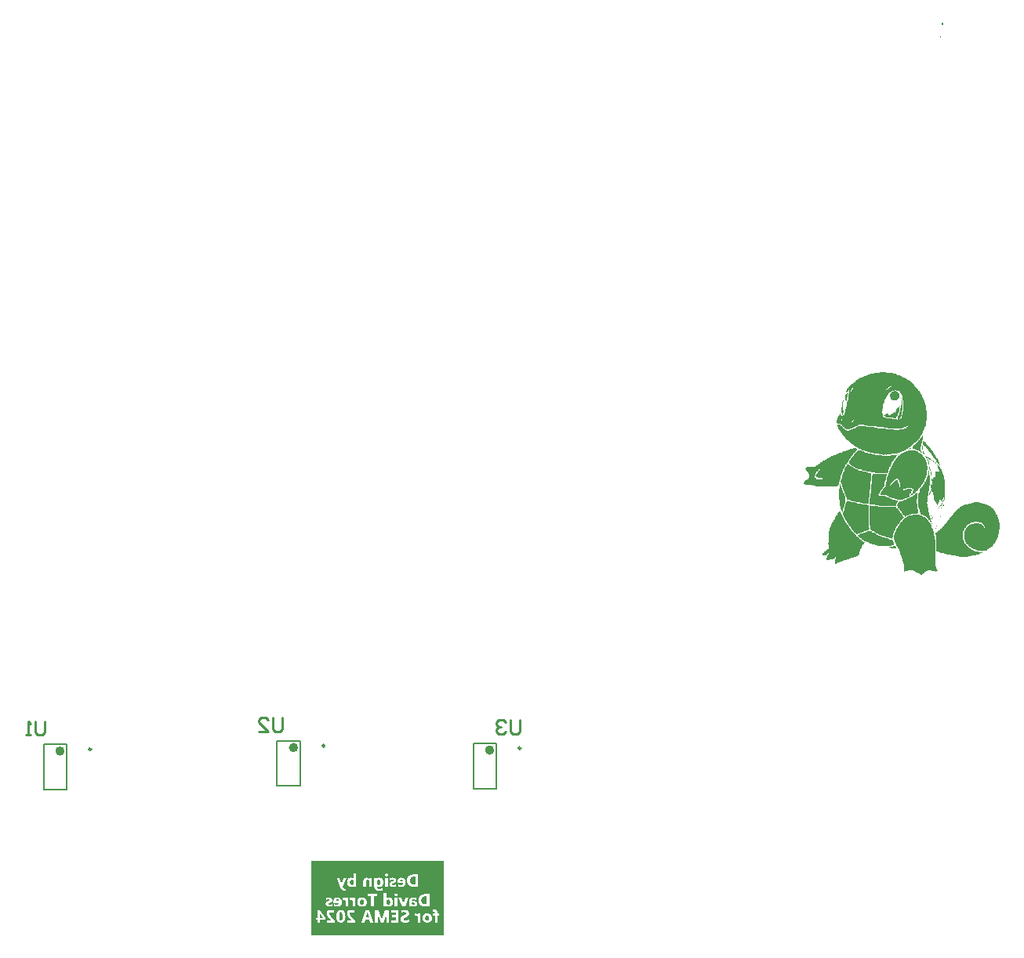
<source format=gbo>
G04*
G04 #@! TF.GenerationSoftware,Altium Limited,Altium Designer,24.8.2 (39)*
G04*
G04 Layer_Color=32896*
%FSLAX44Y44*%
%MOMM*%
G71*
G04*
G04 #@! TF.SameCoordinates,2ADF9C04-DE7E-4385-BC50-A77D5B0DFB63*
G04*
G04*
G04 #@! TF.FilePolarity,Positive*
G04*
G01*
G75*
%ADD10C,0.2500*%
%ADD11C,0.2000*%
%ADD12C,0.2540*%
%ADD44C,0.5000*%
G36*
X1101638Y1384612D02*
Y1383644D01*
Y1382676D01*
X1100671D01*
Y1383644D01*
Y1384612D01*
Y1385579D01*
X1101638D01*
Y1384612D01*
D02*
G37*
G36*
X1099703Y1370097D02*
Y1369129D01*
X1098735D01*
Y1370097D01*
Y1371065D01*
X1099703D01*
Y1370097D01*
D02*
G37*
G36*
X1040232Y1007398D02*
X1044345D01*
Y1006884D01*
X1047430D01*
Y1006369D01*
X1048972D01*
Y1005855D01*
X1051028D01*
Y1005341D01*
X1052056D01*
Y1004827D01*
X1053599D01*
Y1004313D01*
X1055141D01*
Y1003799D01*
X1056169D01*
Y1003285D01*
X1057197D01*
Y1002771D01*
X1057712D01*
Y1002257D01*
X1058740D01*
Y1001743D01*
X1060282D01*
Y1001228D01*
X1060796D01*
Y1000714D01*
X1061824D01*
Y1000200D01*
X1062853D01*
Y999686D01*
X1063881D01*
Y999172D01*
X1064395D01*
Y998658D01*
X1065423D01*
Y998144D01*
X1066451D01*
Y997630D01*
X1066965D01*
Y997116D01*
X1067480D01*
Y996602D01*
X1067994D01*
Y996087D01*
X1068508D01*
Y995573D01*
X1069022D01*
Y995059D01*
X1069536D01*
Y994545D01*
X1070050D01*
Y994031D01*
X1070564D01*
Y993517D01*
Y993003D01*
X1071592D01*
Y992489D01*
Y991975D01*
X1072106D01*
Y991460D01*
X1072621D01*
Y990946D01*
X1073135D01*
Y990432D01*
X1073649D01*
Y989918D01*
X1074163D01*
Y989404D01*
X1074677D01*
Y988890D01*
X1075191D01*
Y988376D01*
Y987862D01*
X1075705D01*
Y987348D01*
X1076219D01*
Y986834D01*
Y986320D01*
X1076733D01*
Y985805D01*
X1077248D01*
Y985291D01*
Y984777D01*
X1077762D01*
Y984263D01*
X1078276D01*
Y983749D01*
Y983235D01*
X1078790D01*
Y982721D01*
Y982207D01*
X1079304D01*
Y981693D01*
Y981179D01*
X1079818D01*
Y980664D01*
Y980150D01*
X1080332D01*
Y979636D01*
Y979122D01*
X1080846D01*
Y978608D01*
Y978094D01*
Y977580D01*
X1081360D01*
Y977066D01*
Y976552D01*
X1081874D01*
Y976037D01*
Y975523D01*
Y975009D01*
Y974495D01*
X1082389D01*
Y973981D01*
Y973467D01*
Y972953D01*
Y972439D01*
X1082903D01*
Y971925D01*
Y971411D01*
Y970896D01*
Y970382D01*
Y969868D01*
Y969354D01*
X1083417D01*
Y968840D01*
Y968326D01*
Y967812D01*
Y967298D01*
Y966784D01*
X1083931D01*
Y966269D01*
Y965755D01*
Y965241D01*
Y964727D01*
Y964213D01*
Y963699D01*
Y963185D01*
Y962671D01*
Y962157D01*
Y961643D01*
Y961128D01*
Y960614D01*
Y960100D01*
Y959586D01*
Y959072D01*
Y958558D01*
Y958044D01*
Y957530D01*
Y957016D01*
Y956501D01*
Y955987D01*
Y955473D01*
X1083417D01*
Y954959D01*
Y954445D01*
Y953931D01*
Y953417D01*
X1082903D01*
Y952903D01*
Y952389D01*
Y951874D01*
Y951360D01*
Y950846D01*
Y950332D01*
Y949818D01*
X1082389D01*
Y949304D01*
Y948790D01*
Y948276D01*
X1081874D01*
Y947762D01*
Y947247D01*
X1081360D01*
Y946733D01*
Y946219D01*
Y945705D01*
X1080846D01*
Y945191D01*
Y944677D01*
X1080332D01*
Y944163D01*
Y943649D01*
X1079818D01*
Y943135D01*
Y942621D01*
Y942106D01*
X1079304D01*
Y941592D01*
Y941078D01*
X1078790D01*
Y940564D01*
Y940050D01*
X1078276D01*
Y939536D01*
X1077762D01*
Y939022D01*
Y938508D01*
X1077248D01*
Y937994D01*
Y937479D01*
X1076733D01*
Y936965D01*
X1076219D01*
Y936451D01*
Y935937D01*
X1075705D01*
Y935423D01*
X1075191D01*
Y934909D01*
X1074677D01*
Y934395D01*
X1074163D01*
Y933881D01*
X1073649D01*
Y933367D01*
X1073135D01*
Y932853D01*
X1072621D01*
Y932338D01*
X1072106D01*
Y931824D01*
X1071592D01*
Y931310D01*
X1070564D01*
Y930796D01*
X1070050D01*
Y930282D01*
X1069536D01*
Y929768D01*
X1069022D01*
Y929254D01*
X1068508D01*
Y928740D01*
X1067994D01*
Y928226D01*
X1067480D01*
Y927712D01*
X1066965D01*
Y927197D01*
X1066451D01*
Y926683D01*
X1065423D01*
Y926169D01*
X1064909D01*
Y925655D01*
X1063881D01*
Y925141D01*
X1062853D01*
Y924627D01*
X1061824D01*
Y924113D01*
X1061310D01*
Y923599D01*
X1060282D01*
Y923085D01*
X1059768D01*
Y922570D01*
X1058740D01*
Y922056D01*
X1057197D01*
Y921542D01*
X1055655D01*
Y921028D01*
X1054113D01*
Y920514D01*
X1052570D01*
Y920000D01*
X1050000D01*
Y919486D01*
X1046401D01*
Y918972D01*
X1041260D01*
Y918458D01*
X1039718D01*
Y918972D01*
X1038690D01*
Y918458D01*
X1036633D01*
Y918972D01*
X1032521D01*
Y919486D01*
X1029436D01*
Y920000D01*
X1026351D01*
Y920514D01*
X1024809D01*
Y921028D01*
X1022238D01*
Y921542D01*
X1020182D01*
Y922056D01*
X1018640D01*
Y922570D01*
X1017097D01*
Y923085D01*
X1015041D01*
Y923599D01*
X1014013D01*
Y924113D01*
X1012984D01*
Y924627D01*
X1012470D01*
Y925141D01*
X1010928D01*
Y925655D01*
X1009900D01*
Y926169D01*
X1009386D01*
Y926683D01*
X1008357D01*
Y927197D01*
X1007329D01*
Y927712D01*
X1006301D01*
Y928226D01*
X1005273D01*
Y928740D01*
X1004759D01*
Y929254D01*
X1004245D01*
Y929768D01*
X1003731D01*
Y930282D01*
X1002702D01*
Y930796D01*
X1002188D01*
Y931310D01*
X1001674D01*
Y931824D01*
X1001160D01*
Y932338D01*
X1000646D01*
Y932853D01*
X1000132D01*
Y933367D01*
X999104D01*
Y933881D01*
X998589D01*
Y934395D01*
X998075D01*
Y934909D01*
X997561D01*
Y935423D01*
X997047D01*
Y935937D01*
X996533D01*
Y936451D01*
X996019D01*
Y936965D01*
Y937479D01*
X995505D01*
Y937994D01*
X994991D01*
Y938508D01*
X994477D01*
Y939022D01*
X993963D01*
Y939536D01*
X993448D01*
Y940050D01*
X992934D01*
Y940564D01*
Y941078D01*
X992420D01*
Y941592D01*
Y942106D01*
X991906D01*
Y942621D01*
X991392D01*
Y943135D01*
X990878D01*
Y943649D01*
Y944163D01*
X990364D01*
Y944677D01*
X989850D01*
Y945191D01*
X989336D01*
Y945705D01*
Y946219D01*
X988822D01*
Y946733D01*
Y947247D01*
X988307D01*
Y947762D01*
Y948276D01*
X987793D01*
Y948790D01*
Y949304D01*
Y949818D01*
X987279D01*
Y950332D01*
Y950846D01*
Y951360D01*
X989336D01*
Y950846D01*
X991392D01*
Y950332D01*
Y949818D01*
X991906D01*
Y949304D01*
X992420D01*
Y948790D01*
X992934D01*
Y948276D01*
X993448D01*
Y947762D01*
X993963D01*
Y947247D01*
X994477D01*
Y946733D01*
X995505D01*
Y946219D01*
X996019D01*
Y945705D01*
X996533D01*
Y945191D01*
X997561D01*
Y944677D01*
X1000132D01*
Y945191D01*
X1002188D01*
Y945705D01*
X1003216D01*
Y946219D01*
X1004759D01*
Y946733D01*
X1005787D01*
Y947247D01*
X1006815D01*
Y947762D01*
X1007843D01*
Y948276D01*
X1008872D01*
Y948790D01*
X1009900D01*
Y949304D01*
X1011442D01*
Y949818D01*
X1011956D01*
Y949304D01*
X1012984D01*
Y949818D01*
X1015041D01*
Y949304D01*
X1018640D01*
Y948790D01*
X1022238D01*
Y948276D01*
X1027379D01*
Y947762D01*
X1030978D01*
Y947247D01*
X1035605D01*
Y946733D01*
X1040232D01*
Y946219D01*
X1043831D01*
Y945705D01*
X1048458D01*
Y945191D01*
X1054627D01*
Y945705D01*
X1057197D01*
Y946219D01*
X1059254D01*
Y946733D01*
X1060796D01*
Y947247D01*
X1061824D01*
Y947762D01*
X1062338D01*
Y948276D01*
X1063367D01*
Y948790D01*
X1063881D01*
Y949304D01*
Y949818D01*
X1062338D01*
Y949304D01*
X1061824D01*
Y948790D01*
X1060796D01*
Y948276D01*
X1059768D01*
Y947762D01*
X1058226D01*
Y947247D01*
X1056169D01*
Y946733D01*
X1046401D01*
Y947247D01*
X1041774D01*
Y947762D01*
X1037662D01*
Y948276D01*
X1034577D01*
Y948790D01*
X1029950D01*
Y949304D01*
X1025837D01*
Y949818D01*
X1020182D01*
Y950332D01*
X1016583D01*
Y950846D01*
X1012470D01*
Y951360D01*
X1011442D01*
Y950846D01*
X1010414D01*
Y950332D01*
X1009386D01*
Y949818D01*
X1008357D01*
Y949304D01*
X1007329D01*
Y948790D01*
X1006301D01*
Y948276D01*
X1005273D01*
Y947762D01*
X1003731D01*
Y947247D01*
X1002188D01*
Y946733D01*
X1001160D01*
Y946219D01*
X997047D01*
Y946733D01*
X996019D01*
Y947247D01*
X995505D01*
Y947762D01*
X994991D01*
Y948276D01*
X994477D01*
Y948790D01*
X993963D01*
Y949304D01*
X993448D01*
Y949818D01*
X992934D01*
Y950332D01*
X992420D01*
Y950846D01*
X991906D01*
Y951360D01*
X991392D01*
Y951874D01*
X990878D01*
Y952389D01*
X987279D01*
Y952903D01*
X986765D01*
Y953417D01*
Y953931D01*
Y954445D01*
Y954959D01*
Y955473D01*
Y955987D01*
Y956501D01*
X987279D01*
Y957016D01*
Y957530D01*
Y958044D01*
X987793D01*
Y958558D01*
Y959072D01*
X988307D01*
Y959586D01*
Y960100D01*
X988822D01*
Y960614D01*
X989336D01*
Y961128D01*
Y961643D01*
X989850D01*
Y962157D01*
Y962671D01*
X990364D01*
Y963185D01*
X990878D01*
Y962671D01*
Y962157D01*
X991392D01*
Y961643D01*
X991906D01*
Y961128D01*
Y960614D01*
X993963D01*
Y961128D01*
X994477D01*
Y961643D01*
X994991D01*
Y962157D01*
Y962671D01*
X995505D01*
Y963185D01*
Y963699D01*
Y964213D01*
X996019D01*
Y964727D01*
Y965241D01*
Y965755D01*
Y966269D01*
Y966784D01*
X996533D01*
Y967298D01*
Y967812D01*
Y968326D01*
X997047D01*
Y968840D01*
Y969354D01*
Y969868D01*
Y970382D01*
Y970896D01*
X997561D01*
Y971411D01*
Y971925D01*
Y972439D01*
Y972953D01*
X998075D01*
Y973467D01*
Y973981D01*
Y974495D01*
Y975009D01*
Y975523D01*
X998589D01*
Y976037D01*
Y976552D01*
Y977066D01*
Y977580D01*
X999104D01*
Y978094D01*
Y978608D01*
Y979122D01*
Y979636D01*
Y980150D01*
Y980664D01*
Y981179D01*
X999618D01*
Y981693D01*
Y982207D01*
Y982721D01*
Y983235D01*
Y983749D01*
Y984263D01*
X1000132D01*
Y984777D01*
Y985291D01*
Y985805D01*
Y986320D01*
Y986834D01*
Y987348D01*
Y987862D01*
Y988376D01*
X999618D01*
Y988890D01*
X999104D01*
Y988376D01*
Y987862D01*
Y987348D01*
Y986834D01*
X998589D01*
Y986320D01*
X998075D01*
Y985805D01*
X997047D01*
Y986320D01*
Y986834D01*
Y987348D01*
Y987862D01*
X997561D01*
Y988376D01*
Y988890D01*
X998075D01*
Y989404D01*
Y989918D01*
X998589D01*
Y990432D01*
X999104D01*
Y990946D01*
X999618D01*
Y991460D01*
X1000132D01*
Y991975D01*
X1000646D01*
Y992489D01*
X1001160D01*
Y993003D01*
Y993517D01*
X1001674D01*
Y994031D01*
X1002188D01*
Y994545D01*
X1002702D01*
Y995059D01*
X1003731D01*
Y995573D01*
X1004759D01*
Y996087D01*
X1005273D01*
Y996602D01*
X1005787D01*
Y997116D01*
X1006815D01*
Y997630D01*
X1007329D01*
Y998144D01*
X1007843D01*
Y998658D01*
X1008357D01*
Y999172D01*
X1009386D01*
Y999686D01*
X1009900D01*
Y1000200D01*
X1010414D01*
Y1000714D01*
X1011442D01*
Y1001228D01*
X1012470D01*
Y1001743D01*
X1014013D01*
Y1002257D01*
X1015041D01*
Y1002771D01*
X1016069D01*
Y1003285D01*
X1017611D01*
Y1003799D01*
X1018640D01*
Y1004313D01*
X1019668D01*
Y1004827D01*
X1020696D01*
Y1005341D01*
X1023267D01*
Y1005855D01*
X1024809D01*
Y1006369D01*
X1027379D01*
Y1006884D01*
X1029950D01*
Y1007398D01*
X1033035D01*
Y1007912D01*
X1034063D01*
Y1007398D01*
X1034577D01*
Y1007912D01*
X1040232D01*
Y1007398D01*
D02*
G37*
G36*
X999104Y984777D02*
Y984263D01*
X998589D01*
Y983749D01*
Y983235D01*
Y982721D01*
Y982207D01*
Y981693D01*
Y981179D01*
X998075D01*
Y980664D01*
Y980150D01*
Y979636D01*
Y979122D01*
Y978608D01*
Y978094D01*
Y977580D01*
X997561D01*
Y977066D01*
Y976552D01*
X997047D01*
Y977066D01*
X996533D01*
Y977580D01*
X996019D01*
Y978094D01*
Y978608D01*
Y979122D01*
Y979636D01*
Y980150D01*
Y980664D01*
Y981179D01*
Y981693D01*
Y982207D01*
X996533D01*
Y982721D01*
Y983235D01*
X997047D01*
Y983749D01*
X997561D01*
Y984263D01*
Y984777D01*
X998589D01*
Y985291D01*
X999104D01*
Y984777D01*
D02*
G37*
G36*
X994477Y976552D02*
Y976037D01*
Y975523D01*
X993963D01*
Y975009D01*
Y974495D01*
Y973981D01*
X993448D01*
Y973467D01*
Y972953D01*
Y972439D01*
Y971925D01*
Y971411D01*
Y970896D01*
Y970382D01*
Y969868D01*
Y969354D01*
Y968840D01*
X993963D01*
Y968326D01*
Y967812D01*
Y967298D01*
Y966784D01*
X994477D01*
Y966269D01*
Y965755D01*
Y965241D01*
Y964727D01*
Y964213D01*
X993963D01*
Y963699D01*
Y963185D01*
Y962671D01*
Y962157D01*
Y961643D01*
X992934D01*
Y962157D01*
Y962671D01*
X992420D01*
Y963185D01*
Y963699D01*
Y964213D01*
X991906D01*
Y964727D01*
Y965241D01*
Y965755D01*
Y966269D01*
Y966784D01*
Y967298D01*
Y967812D01*
Y968326D01*
Y968840D01*
Y969354D01*
Y969868D01*
X992420D01*
Y970382D01*
Y970896D01*
Y971411D01*
Y971925D01*
Y972439D01*
X992934D01*
Y972953D01*
Y973467D01*
Y973981D01*
Y974495D01*
Y975009D01*
Y975523D01*
X993448D01*
Y976037D01*
Y976552D01*
X993963D01*
Y977066D01*
X994477D01*
Y976552D01*
D02*
G37*
G36*
X1066965Y925141D02*
Y924627D01*
X1065423D01*
Y924113D01*
X1064395D01*
Y924627D01*
X1064909D01*
Y925141D01*
X1065937D01*
Y925655D01*
X1066965D01*
Y925141D01*
D02*
G37*
G36*
X1079818Y938508D02*
Y937994D01*
Y937479D01*
X1080332D01*
Y936965D01*
Y936451D01*
Y935937D01*
X1079818D01*
Y935423D01*
Y934909D01*
Y934395D01*
Y933881D01*
X1079304D01*
Y933367D01*
Y932853D01*
Y932338D01*
X1078790D01*
Y931824D01*
Y931310D01*
Y930796D01*
X1078276D01*
Y930282D01*
Y929768D01*
Y929254D01*
Y928740D01*
Y928226D01*
Y927712D01*
X1077762D01*
Y927197D01*
Y926683D01*
Y926169D01*
Y925655D01*
Y925141D01*
Y924627D01*
Y924113D01*
Y923599D01*
X1078276D01*
Y923085D01*
Y922570D01*
Y922056D01*
Y921542D01*
X1078790D01*
Y921028D01*
Y920514D01*
X1078276D01*
Y921028D01*
X1077762D01*
Y921542D01*
X1077248D01*
Y922056D01*
X1076733D01*
Y922570D01*
X1075705D01*
Y923085D01*
X1074677D01*
Y923599D01*
X1073135D01*
Y924113D01*
X1071592D01*
Y924627D01*
X1068508D01*
Y925141D01*
Y925655D01*
Y926169D01*
Y926683D01*
Y927197D01*
X1069022D01*
Y927712D01*
X1069536D01*
Y928226D01*
X1070050D01*
Y928740D01*
X1070564D01*
Y929254D01*
X1071078D01*
Y929768D01*
X1072106D01*
Y930282D01*
Y930796D01*
X1073135D01*
Y931310D01*
X1073649D01*
Y931824D01*
X1074163D01*
Y932338D01*
X1074677D01*
Y932853D01*
X1075191D01*
Y933367D01*
Y933881D01*
X1075705D01*
Y934395D01*
X1076219D01*
Y934909D01*
X1076733D01*
Y935423D01*
Y935937D01*
X1077248D01*
Y936451D01*
X1077762D01*
Y936965D01*
X1078276D01*
Y937479D01*
Y937994D01*
X1078790D01*
Y938508D01*
X1079304D01*
Y939022D01*
X1079818D01*
Y938508D01*
D02*
G37*
G36*
X1089072Y915373D02*
X1089586D01*
Y914859D01*
X1089072D01*
Y915373D01*
X1088558D01*
Y915887D01*
X1089072D01*
Y915373D01*
D02*
G37*
G36*
X1080846Y932853D02*
X1081874D01*
Y932338D01*
X1082389D01*
Y931824D01*
X1082903D01*
Y931310D01*
Y930796D01*
X1083417D01*
Y930282D01*
X1083931D01*
Y929768D01*
X1084445D01*
Y929254D01*
X1084959D01*
Y928740D01*
Y928226D01*
X1085473D01*
Y927712D01*
X1085987D01*
Y927197D01*
X1086501D01*
Y926683D01*
X1087016D01*
Y926169D01*
X1087530D01*
Y925655D01*
X1088044D01*
Y925141D01*
Y924627D01*
X1088558D01*
Y924113D01*
X1089072D01*
Y923599D01*
X1089586D01*
Y923085D01*
X1090100D01*
Y922570D01*
Y922056D01*
X1090614D01*
Y921542D01*
X1091128D01*
Y921028D01*
Y920514D01*
X1091643D01*
Y920000D01*
X1092157D01*
Y919486D01*
Y918972D01*
X1092671D01*
Y918458D01*
X1093185D01*
Y917944D01*
Y917429D01*
X1093699D01*
Y916915D01*
Y916401D01*
X1094213D01*
Y915887D01*
X1094727D01*
Y915373D01*
Y914859D01*
X1095241D01*
Y914345D01*
X1095755D01*
Y913831D01*
Y913317D01*
Y912803D01*
X1096784D01*
Y912288D01*
X1096270D01*
Y911774D01*
X1096784D01*
Y911260D01*
Y910746D01*
X1097298D01*
Y910232D01*
Y909718D01*
X1097812D01*
Y909204D01*
Y908690D01*
Y908176D01*
X1098326D01*
Y907662D01*
Y907147D01*
X1098840D01*
Y906633D01*
X1098326D01*
Y907147D01*
X1097812D01*
Y907662D01*
X1097298D01*
Y908176D01*
X1096784D01*
Y908690D01*
X1096270D01*
Y909204D01*
X1095755D01*
Y909718D01*
X1095241D01*
Y910232D01*
X1094727D01*
Y910746D01*
X1094213D01*
Y911260D01*
Y911774D01*
X1093699D01*
Y912288D01*
X1094213D01*
Y912803D01*
X1093699D01*
Y913317D01*
X1093185D01*
Y913831D01*
X1092671D01*
Y914345D01*
X1092157D01*
Y914859D01*
X1091643D01*
Y915373D01*
Y915887D01*
X1091128D01*
Y916401D01*
X1090614D01*
Y916915D01*
X1090100D01*
Y917429D01*
Y917944D01*
X1089586D01*
Y918458D01*
X1089072D01*
Y918972D01*
Y919486D01*
X1088558D01*
Y920000D01*
Y920514D01*
X1088044D01*
Y921028D01*
X1087530D01*
Y921542D01*
X1087016D01*
Y922056D01*
X1086501D01*
Y922570D01*
X1085987D01*
Y923085D01*
Y923599D01*
X1085473D01*
Y924113D01*
X1084959D01*
Y924627D01*
X1084445D01*
Y925141D01*
X1083931D01*
Y925655D01*
X1083417D01*
Y926169D01*
X1082903D01*
Y926683D01*
Y927197D01*
X1082389D01*
Y927712D01*
X1081874D01*
Y928226D01*
X1080846D01*
Y928740D01*
X1080332D01*
Y928226D01*
Y927712D01*
Y927197D01*
X1079818D01*
Y926683D01*
Y926169D01*
Y925655D01*
Y925141D01*
X1080332D01*
Y924627D01*
Y924113D01*
Y923599D01*
Y923085D01*
Y922570D01*
X1080846D01*
Y922056D01*
Y921542D01*
Y921028D01*
X1081360D01*
Y920514D01*
Y920000D01*
Y919486D01*
Y918972D01*
X1080846D01*
Y919486D01*
Y920000D01*
X1080332D01*
Y920514D01*
Y921028D01*
Y921542D01*
Y922056D01*
X1079818D01*
Y922570D01*
Y923085D01*
Y923599D01*
Y924113D01*
X1079304D01*
Y924627D01*
Y925141D01*
Y925655D01*
Y926169D01*
Y926683D01*
Y927197D01*
Y927712D01*
Y928226D01*
X1079818D01*
Y928740D01*
Y929254D01*
Y929768D01*
Y930282D01*
Y930796D01*
Y931310D01*
X1080332D01*
Y931824D01*
Y932338D01*
Y932853D01*
Y933367D01*
X1080846D01*
Y932853D01*
D02*
G37*
G36*
X1012470Y923085D02*
X1013499D01*
Y922570D01*
X1014527D01*
Y922056D01*
X1016069D01*
Y921542D01*
X1017097D01*
Y921028D01*
X1018640D01*
Y920514D01*
X1020696D01*
Y920000D01*
X1023267D01*
Y919486D01*
X1024809D01*
Y918972D01*
X1027894D01*
Y918458D01*
X1032006D01*
Y917944D01*
X1035605D01*
Y917429D01*
X1044859D01*
Y917944D01*
X1048972D01*
Y918458D01*
X1052570D01*
Y918972D01*
X1053599D01*
Y918458D01*
X1053085D01*
Y917944D01*
X1052056D01*
Y917429D01*
X1051542D01*
Y916915D01*
Y916401D01*
X1051028D01*
Y915887D01*
X1050514D01*
Y915373D01*
Y914859D01*
X1050000D01*
Y914345D01*
X1049486D01*
Y913831D01*
X1048972D01*
Y913317D01*
X1048458D01*
Y912803D01*
Y912288D01*
X1047944D01*
Y911774D01*
X1047430D01*
Y911260D01*
X1046915D01*
Y910746D01*
Y910232D01*
X1046401D01*
Y909718D01*
Y909204D01*
X1045887D01*
Y908690D01*
Y908176D01*
X1045373D01*
Y907662D01*
Y907147D01*
Y906633D01*
X1044859D01*
Y906119D01*
Y905605D01*
X1044345D01*
Y905091D01*
X1043831D01*
Y904577D01*
Y904063D01*
X1043317D01*
Y903549D01*
Y903035D01*
Y902520D01*
X1042803D01*
Y902006D01*
Y901492D01*
X1042289D01*
Y900978D01*
Y900464D01*
Y899950D01*
Y899436D01*
X1041774D01*
Y898922D01*
X1038690D01*
Y898408D01*
X1030464D01*
Y898922D01*
X1027894D01*
Y899436D01*
X1023781D01*
Y899950D01*
X1021210D01*
Y900464D01*
X1019154D01*
Y900978D01*
X1016583D01*
Y901492D01*
X1015041D01*
Y902006D01*
X1013499D01*
Y902520D01*
X1010928D01*
Y903035D01*
X1009900D01*
Y903549D01*
X1008357D01*
Y904063D01*
X1007329D01*
Y904577D01*
X1006301D01*
Y905091D01*
X1005273D01*
Y905605D01*
X1004759D01*
Y906119D01*
X1003731D01*
Y906633D01*
X1002702D01*
Y907147D01*
X1002188D01*
Y907662D01*
X1001674D01*
Y908176D01*
X1001160D01*
Y908690D01*
X1000646D01*
Y909204D01*
X1000132D01*
Y909718D01*
Y910232D01*
X999618D01*
Y910746D01*
X1000132D01*
Y911260D01*
X1000646D01*
Y911774D01*
Y912288D01*
X1001160D01*
Y912803D01*
X1001674D01*
Y913317D01*
Y913831D01*
X1002188D01*
Y914345D01*
X1002702D01*
Y914859D01*
X1003216D01*
Y915373D01*
Y915887D01*
X1003731D01*
Y916401D01*
X1004245D01*
Y916915D01*
X1004759D01*
Y917429D01*
X1005273D01*
Y917944D01*
X1005787D01*
Y918458D01*
Y918972D01*
X1006301D01*
Y919486D01*
X1006815D01*
Y920000D01*
X1007329D01*
Y920514D01*
X1007843D01*
Y921028D01*
X1008357D01*
Y921542D01*
X1008872D01*
Y922056D01*
X1009386D01*
Y922570D01*
X1009900D01*
Y923085D01*
X1010928D01*
Y923599D01*
X1012470D01*
Y923085D01*
D02*
G37*
G36*
X1007843Y925141D02*
X1008872D01*
Y924627D01*
Y924113D01*
Y923599D01*
Y923085D01*
X1008357D01*
Y922570D01*
X1007843D01*
Y922056D01*
X1007329D01*
Y921542D01*
X1006815D01*
Y921028D01*
X1006301D01*
Y920514D01*
X1005787D01*
Y920000D01*
X1005273D01*
Y919486D01*
X1004759D01*
Y918972D01*
Y918458D01*
X1004245D01*
Y917944D01*
X1003731D01*
Y917429D01*
X1003216D01*
Y916915D01*
X1002702D01*
Y916401D01*
X1002188D01*
Y915887D01*
Y915373D01*
X1001674D01*
Y914859D01*
Y914345D01*
X1001160D01*
Y913831D01*
X1000646D01*
Y913317D01*
Y912803D01*
X1000132D01*
Y912288D01*
X999618D01*
Y911774D01*
X999104D01*
Y911260D01*
Y910746D01*
X998589D01*
Y910232D01*
Y909718D01*
X998075D01*
Y909204D01*
X997561D01*
Y908690D01*
Y908176D01*
X997047D01*
Y907662D01*
X996533D01*
Y907147D01*
Y906633D01*
X996019D01*
Y906119D01*
Y905605D01*
X995505D01*
Y905091D01*
Y904577D01*
X994991D01*
Y904063D01*
Y903549D01*
X994477D01*
Y903035D01*
Y902520D01*
X993963D01*
Y902006D01*
Y901492D01*
X993448D01*
Y900978D01*
Y900464D01*
Y899950D01*
X992934D01*
Y899436D01*
Y898922D01*
Y898408D01*
X992420D01*
Y897894D01*
Y897379D01*
X991906D01*
Y896865D01*
Y896351D01*
X991392D01*
Y895837D01*
Y895323D01*
Y894809D01*
Y894295D01*
X990878D01*
Y893781D01*
Y893267D01*
Y892752D01*
Y892238D01*
X990364D01*
Y891724D01*
Y891210D01*
Y890696D01*
X989850D01*
Y890182D01*
Y889668D01*
Y889154D01*
X989336D01*
Y888640D01*
Y888126D01*
Y887611D01*
Y887097D01*
Y886583D01*
Y886069D01*
X988822D01*
Y885555D01*
Y885041D01*
X987279D01*
Y884527D01*
X983166D01*
Y884013D01*
X967743D01*
Y884527D01*
X964145D01*
Y885041D01*
X961060D01*
Y885555D01*
X960546D01*
Y885041D01*
X959518D01*
Y885555D01*
X956433D01*
Y886069D01*
X953348D01*
Y886583D01*
X951806D01*
Y887097D01*
X951292D01*
Y887611D01*
Y888126D01*
X951806D01*
Y888640D01*
Y889154D01*
X952320D01*
Y889668D01*
Y890182D01*
X953348D01*
Y890696D01*
X953863D01*
Y891210D01*
X954377D01*
Y891724D01*
X955405D01*
Y892238D01*
X955919D01*
Y892752D01*
X956433D01*
Y893267D01*
X956947D01*
Y893781D01*
Y894295D01*
Y894809D01*
Y895323D01*
Y895837D01*
X957461D01*
Y896351D01*
Y896865D01*
Y897379D01*
X956947D01*
Y897894D01*
X956433D01*
Y898408D01*
Y898922D01*
X955919D01*
Y899436D01*
X955405D01*
Y899950D01*
Y900464D01*
X954891D01*
Y900978D01*
X954377D01*
Y901492D01*
X953863D01*
Y902006D01*
Y902520D01*
X953348D01*
Y903035D01*
Y903549D01*
Y904063D01*
X953863D01*
Y904577D01*
X954891D01*
Y905091D01*
X957461D01*
Y905605D01*
X963630D01*
Y906119D01*
X964145D01*
Y906633D01*
X965173D01*
Y907147D01*
X966201D01*
Y907662D01*
X966715D01*
Y908176D01*
X967229D01*
Y908690D01*
X968257D01*
Y909204D01*
X968771D01*
Y909718D01*
X969286D01*
Y910232D01*
X970314D01*
Y910746D01*
X971342D01*
Y911260D01*
X971856D01*
Y911774D01*
X972370D01*
Y912288D01*
X973913D01*
Y912803D01*
X974427D01*
Y913317D01*
X975455D01*
Y913831D01*
X976483D01*
Y914345D01*
X977511D01*
Y914859D01*
X978540D01*
Y915373D01*
X979568D01*
Y915887D01*
X980082D01*
Y916401D01*
X981110D01*
Y916915D01*
X982138D01*
Y917429D01*
X983680D01*
Y917944D01*
X984709D01*
Y918458D01*
X986251D01*
Y918972D01*
X987279D01*
Y919486D01*
X988822D01*
Y920000D01*
X989336D01*
Y920514D01*
X990878D01*
Y921028D01*
X992420D01*
Y921542D01*
X993963D01*
Y922056D01*
X995505D01*
Y922570D01*
X997047D01*
Y923085D01*
X998075D01*
Y923599D01*
X999618D01*
Y924113D01*
X1001160D01*
Y924627D01*
X1002702D01*
Y925141D01*
X1004245D01*
Y925655D01*
X1007843D01*
Y925141D01*
D02*
G37*
G36*
X1088044Y878872D02*
Y878357D01*
Y877843D01*
Y877329D01*
Y876815D01*
Y876301D01*
X1087530D01*
Y875787D01*
Y875273D01*
Y874759D01*
X1087016D01*
Y875273D01*
Y875787D01*
Y876301D01*
Y876815D01*
Y877329D01*
X1087530D01*
Y877843D01*
Y878357D01*
Y878872D01*
Y879386D01*
X1088044D01*
Y878872D01*
D02*
G37*
G36*
X1070050Y923085D02*
X1072106D01*
Y922570D01*
X1073649D01*
Y922056D01*
X1074677D01*
Y921542D01*
X1075191D01*
Y921028D01*
X1076219D01*
Y920514D01*
X1076733D01*
Y920000D01*
X1077762D01*
Y919486D01*
X1078276D01*
Y918972D01*
X1078790D01*
Y918458D01*
X1079304D01*
Y917944D01*
X1079818D01*
Y917429D01*
X1080332D01*
Y916915D01*
Y916401D01*
X1080846D01*
Y915887D01*
X1081360D01*
Y915373D01*
X1081874D01*
Y914859D01*
Y914345D01*
X1082389D01*
Y913831D01*
Y913317D01*
X1082903D01*
Y912803D01*
Y912288D01*
Y911774D01*
Y911260D01*
X1083417D01*
Y910746D01*
Y910232D01*
X1083931D01*
Y909718D01*
Y909204D01*
Y908690D01*
X1084445D01*
Y908176D01*
Y907662D01*
Y907147D01*
Y906633D01*
X1084959D01*
Y906119D01*
Y905605D01*
Y905091D01*
Y904577D01*
Y904063D01*
Y903549D01*
Y903035D01*
Y902520D01*
Y902006D01*
X1084445D01*
Y901492D01*
Y900978D01*
Y900464D01*
Y899950D01*
Y899436D01*
Y898922D01*
X1083931D01*
Y898408D01*
Y897894D01*
Y897379D01*
Y896865D01*
Y896351D01*
X1083417D01*
Y895837D01*
Y895323D01*
Y894809D01*
X1082903D01*
Y894295D01*
Y893781D01*
Y893267D01*
X1082389D01*
Y892752D01*
Y892238D01*
Y891724D01*
X1081874D01*
Y891210D01*
Y890696D01*
Y890182D01*
X1081360D01*
Y889668D01*
X1080846D01*
Y889154D01*
Y888640D01*
X1080332D01*
Y888126D01*
Y887611D01*
X1079818D01*
Y887097D01*
X1079304D01*
Y886583D01*
Y886069D01*
X1078790D01*
Y885555D01*
X1078276D01*
Y885041D01*
Y884527D01*
X1077762D01*
Y884013D01*
X1077248D01*
Y883499D01*
X1076733D01*
Y882984D01*
X1076219D01*
Y882470D01*
X1075705D01*
Y881956D01*
Y881442D01*
X1075191D01*
Y880928D01*
X1074677D01*
Y880414D01*
X1074163D01*
Y879900D01*
X1073649D01*
Y879386D01*
X1073135D01*
Y878872D01*
X1072621D01*
Y878357D01*
X1072106D01*
Y877843D01*
X1071592D01*
Y877329D01*
X1071078D01*
Y876815D01*
X1070564D01*
Y876301D01*
X1070050D01*
Y875787D01*
X1069022D01*
Y875273D01*
X1068508D01*
Y874759D01*
X1067480D01*
Y874245D01*
X1066965D01*
Y873731D01*
X1065937D01*
Y873216D01*
X1065423D01*
Y872702D01*
X1064395D01*
Y872188D01*
X1063367D01*
Y871674D01*
X1061824D01*
Y871160D01*
X1060282D01*
Y870646D01*
X1058740D01*
Y870132D01*
X1052056D01*
Y870646D01*
X1049486D01*
Y871160D01*
X1047944D01*
Y871674D01*
X1046401D01*
Y872188D01*
X1044859D01*
Y872702D01*
X1043831D01*
Y873216D01*
X1042803D01*
Y873731D01*
X1041774D01*
Y874245D01*
X1040746D01*
Y874759D01*
X1037662D01*
Y875273D01*
X1034063D01*
Y875787D01*
Y876301D01*
Y876815D01*
X1034577D01*
Y877329D01*
Y877843D01*
X1035091D01*
Y878357D01*
Y878872D01*
X1035605D01*
Y879386D01*
X1036119D01*
Y879900D01*
Y880414D01*
X1036633D01*
Y880928D01*
X1037147D01*
Y881442D01*
X1037662D01*
Y881956D01*
Y882470D01*
X1038176D01*
Y882984D01*
X1038690D01*
Y883499D01*
X1039204D01*
Y884013D01*
X1039718D01*
Y884527D01*
Y885041D01*
X1039204D01*
Y885555D01*
X1039718D01*
Y886069D01*
Y886583D01*
Y887097D01*
Y887611D01*
X1040232D01*
Y888126D01*
Y888640D01*
Y889154D01*
Y889668D01*
X1040746D01*
Y890182D01*
Y890696D01*
Y891210D01*
Y891724D01*
X1041260D01*
Y892238D01*
Y892752D01*
Y893267D01*
Y893781D01*
Y894295D01*
X1041774D01*
Y894809D01*
Y895323D01*
Y895837D01*
X1042289D01*
Y896351D01*
Y896865D01*
X1042803D01*
Y897379D01*
Y897894D01*
Y898408D01*
X1043317D01*
Y898922D01*
Y899436D01*
Y899950D01*
Y900464D01*
X1043831D01*
Y900978D01*
Y901492D01*
X1044345D01*
Y902006D01*
Y902520D01*
X1044859D01*
Y903035D01*
Y903549D01*
X1045373D01*
Y904063D01*
Y904577D01*
X1045887D01*
Y905091D01*
Y905605D01*
X1046401D01*
Y906119D01*
Y906633D01*
X1046915D01*
Y907147D01*
Y907662D01*
X1047430D01*
Y908176D01*
Y908690D01*
X1047944D01*
Y909204D01*
Y909718D01*
X1048458D01*
Y910232D01*
X1048972D01*
Y910746D01*
Y911260D01*
X1049486D01*
Y911774D01*
Y912288D01*
X1050000D01*
Y912803D01*
X1050514D01*
Y913317D01*
Y913831D01*
X1051028D01*
Y914345D01*
X1051542D01*
Y914859D01*
X1052056D01*
Y915373D01*
Y915887D01*
X1053085D01*
Y916401D01*
Y916915D01*
X1053599D01*
Y917429D01*
X1054113D01*
Y917944D01*
X1054627D01*
Y918458D01*
X1055141D01*
Y918972D01*
X1056169D01*
Y919486D01*
X1056683D01*
Y920000D01*
X1057712D01*
Y920514D01*
X1058740D01*
Y921028D01*
X1059768D01*
Y921542D01*
X1061310D01*
Y922056D01*
X1062853D01*
Y922570D01*
X1063881D01*
Y923085D01*
X1069022D01*
Y923599D01*
X1070050D01*
Y923085D01*
D02*
G37*
G36*
X1083417Y916401D02*
X1084959D01*
Y915887D01*
X1085987D01*
Y915373D01*
X1086501D01*
Y914859D01*
X1087016D01*
Y914345D01*
X1088044D01*
Y913831D01*
X1088558D01*
Y913317D01*
X1089586D01*
Y912803D01*
X1090100D01*
Y912288D01*
X1091128D01*
Y911774D01*
X1091643D01*
Y911260D01*
X1092157D01*
Y910746D01*
X1092671D01*
Y910232D01*
X1093185D01*
Y909718D01*
X1094213D01*
Y909204D01*
X1094727D01*
Y908690D01*
Y908176D01*
X1095241D01*
Y907662D01*
X1095755D01*
Y907147D01*
X1096784D01*
Y906633D01*
Y906119D01*
X1097298D01*
Y905605D01*
X1097812D01*
Y905091D01*
X1098326D01*
Y904577D01*
Y904063D01*
X1098840D01*
Y903549D01*
X1099354D01*
Y903035D01*
Y902520D01*
X1099868D01*
Y902006D01*
Y901492D01*
X1100382D01*
Y900978D01*
Y900464D01*
X1100896D01*
Y899950D01*
Y899436D01*
X1101411D01*
Y898922D01*
Y898408D01*
Y897894D01*
Y897379D01*
X1101925D01*
Y896865D01*
Y896351D01*
X1102439D01*
Y895837D01*
Y895323D01*
Y894809D01*
X1102953D01*
Y894295D01*
Y893781D01*
Y893267D01*
Y892752D01*
Y892238D01*
Y891724D01*
X1103467D01*
Y891210D01*
Y890696D01*
Y890182D01*
Y889668D01*
X1103981D01*
Y889154D01*
X1103467D01*
Y888640D01*
X1103981D01*
Y888126D01*
Y887611D01*
Y887097D01*
Y886583D01*
Y886069D01*
Y885555D01*
Y885041D01*
Y884527D01*
Y884013D01*
Y883499D01*
Y882984D01*
Y882470D01*
Y881956D01*
Y881442D01*
Y880928D01*
Y880414D01*
Y879900D01*
Y879386D01*
Y878872D01*
Y878357D01*
Y877843D01*
Y877329D01*
Y876815D01*
Y876301D01*
Y875787D01*
Y875273D01*
Y874759D01*
Y874245D01*
X1103467D01*
Y873731D01*
Y873216D01*
Y872702D01*
Y872188D01*
Y871674D01*
Y871160D01*
Y870646D01*
Y870132D01*
X1102953D01*
Y869618D01*
X1102439D01*
Y870132D01*
Y870646D01*
Y871160D01*
Y871674D01*
Y872188D01*
X1101925D01*
Y871674D01*
Y871160D01*
Y870646D01*
X1101411D01*
Y870132D01*
Y869618D01*
Y869104D01*
X1100896D01*
Y868589D01*
X1100382D01*
Y869104D01*
X1099354D01*
Y869618D01*
X1098840D01*
Y870132D01*
X1097812D01*
Y869618D01*
Y869104D01*
Y868589D01*
X1097298D01*
Y868075D01*
Y867561D01*
Y867047D01*
X1096784D01*
Y866533D01*
Y866019D01*
X1096270D01*
Y865505D01*
Y864991D01*
X1095755D01*
Y864477D01*
Y863963D01*
X1095241D01*
Y864477D01*
Y864991D01*
Y865505D01*
X1094727D01*
Y866019D01*
Y866533D01*
Y867047D01*
X1094213D01*
Y867561D01*
X1093699D01*
Y868075D01*
X1092671D01*
Y868589D01*
Y869104D01*
Y869618D01*
X1092157D01*
Y870132D01*
Y870646D01*
Y871160D01*
X1091643D01*
Y871674D01*
Y872188D01*
Y872702D01*
Y873216D01*
Y873731D01*
X1092157D01*
Y874245D01*
X1091643D01*
Y874759D01*
Y875273D01*
X1091128D01*
Y875787D01*
Y876301D01*
Y876815D01*
X1090614D01*
Y877329D01*
Y877843D01*
Y878357D01*
X1089586D01*
Y878872D01*
X1089072D01*
Y879386D01*
Y879900D01*
X1088558D01*
Y879386D01*
X1088044D01*
Y879900D01*
Y880414D01*
Y880928D01*
Y881442D01*
Y881956D01*
Y882470D01*
Y882984D01*
X1088558D01*
Y883499D01*
Y884013D01*
Y884527D01*
Y885041D01*
Y885555D01*
Y886069D01*
Y886583D01*
X1089072D01*
Y887097D01*
Y887611D01*
Y888126D01*
Y888640D01*
Y889154D01*
Y889668D01*
Y890182D01*
Y890696D01*
Y891210D01*
Y891724D01*
Y892238D01*
Y892752D01*
Y893267D01*
Y893781D01*
Y894295D01*
Y894809D01*
Y895323D01*
Y895837D01*
Y896351D01*
X1088558D01*
Y896865D01*
Y897379D01*
Y897894D01*
Y898408D01*
Y898922D01*
Y899436D01*
X1088044D01*
Y899950D01*
Y900464D01*
Y900978D01*
Y901492D01*
X1087530D01*
Y902006D01*
Y902520D01*
X1087016D01*
Y903035D01*
Y903549D01*
Y904063D01*
X1086501D01*
Y904577D01*
Y905091D01*
Y905605D01*
Y906119D01*
Y906633D01*
Y907147D01*
Y907662D01*
Y908176D01*
X1085987D01*
Y908690D01*
Y909204D01*
Y909718D01*
X1085473D01*
Y910232D01*
Y910746D01*
Y911260D01*
X1084959D01*
Y911774D01*
Y912288D01*
Y912803D01*
X1084445D01*
Y913317D01*
Y913831D01*
X1083931D01*
Y914345D01*
X1083417D01*
Y914859D01*
Y915373D01*
X1082903D01*
Y915887D01*
Y916401D01*
X1082389D01*
Y916915D01*
X1083417D01*
Y916401D01*
D02*
G37*
G36*
X1102439Y869104D02*
Y868589D01*
X1101925D01*
Y869104D01*
Y869618D01*
X1102439D01*
Y869104D01*
D02*
G37*
G36*
X1000132Y907662D02*
X1000646D01*
Y907147D01*
X1001160D01*
Y906633D01*
X1002188D01*
Y906119D01*
X1002702D01*
Y905605D01*
X1003731D01*
Y905091D01*
X1004759D01*
Y904577D01*
X1005787D01*
Y904063D01*
X1006301D01*
Y903549D01*
X1007329D01*
Y903035D01*
X1008357D01*
Y902520D01*
X1009900D01*
Y902006D01*
X1010928D01*
Y901492D01*
X1012470D01*
Y900978D01*
X1014527D01*
Y900464D01*
X1017097D01*
Y899950D01*
X1019154D01*
Y899436D01*
X1020696D01*
Y898922D01*
X1023781D01*
Y898408D01*
X1024295D01*
Y897894D01*
Y897379D01*
Y896865D01*
Y896351D01*
Y895837D01*
Y895323D01*
Y894809D01*
Y894295D01*
Y893781D01*
Y893267D01*
Y892752D01*
X1023781D01*
Y892238D01*
Y891724D01*
Y891210D01*
Y890696D01*
Y890182D01*
X1023267D01*
Y889668D01*
Y889154D01*
Y888640D01*
Y888126D01*
Y887611D01*
Y887097D01*
Y886583D01*
Y886069D01*
Y885555D01*
Y885041D01*
Y884527D01*
Y884013D01*
Y883499D01*
Y882984D01*
Y882470D01*
Y881956D01*
Y881442D01*
Y880928D01*
X1022753D01*
Y880414D01*
Y879900D01*
Y879386D01*
Y878872D01*
Y878357D01*
Y877843D01*
Y877329D01*
X1022238D01*
Y876815D01*
Y876301D01*
Y875787D01*
Y875273D01*
Y874759D01*
Y874245D01*
Y873731D01*
Y873216D01*
Y872702D01*
Y872188D01*
X1021724D01*
Y871674D01*
Y871160D01*
Y870646D01*
Y870132D01*
Y869618D01*
Y869104D01*
Y868589D01*
Y868075D01*
Y867561D01*
Y867047D01*
Y866533D01*
Y866019D01*
X1021210D01*
Y865505D01*
X1017611D01*
Y866019D01*
X1015041D01*
Y866533D01*
X1011956D01*
Y867047D01*
X1009900D01*
Y867561D01*
X1007329D01*
Y868075D01*
X1005273D01*
Y868589D01*
X1003216D01*
Y869104D01*
X1001160D01*
Y869618D01*
X998589D01*
Y870132D01*
X998075D01*
Y870646D01*
X997561D01*
Y871160D01*
Y871674D01*
Y872188D01*
X997047D01*
Y872702D01*
Y873216D01*
Y873731D01*
X996533D01*
Y874245D01*
Y874759D01*
Y875273D01*
X996019D01*
Y875787D01*
Y876301D01*
Y876815D01*
X995505D01*
Y877329D01*
Y877843D01*
X994991D01*
Y878357D01*
Y878872D01*
Y879386D01*
X994477D01*
Y879900D01*
Y880414D01*
Y880928D01*
X993963D01*
Y881442D01*
Y881956D01*
X993448D01*
Y882470D01*
Y882984D01*
Y883499D01*
X992934D01*
Y884013D01*
Y884527D01*
Y885041D01*
X992420D01*
Y885555D01*
Y886069D01*
Y886583D01*
X991906D01*
Y887097D01*
Y887611D01*
Y888126D01*
X991392D01*
Y888640D01*
Y889154D01*
Y889668D01*
Y890182D01*
Y890696D01*
Y891210D01*
X991906D01*
Y891724D01*
Y892238D01*
Y892752D01*
X992420D01*
Y893267D01*
Y893781D01*
Y894295D01*
Y894809D01*
X992934D01*
Y895323D01*
Y895837D01*
Y896351D01*
Y896865D01*
X993448D01*
Y897379D01*
Y897894D01*
Y898408D01*
X993963D01*
Y898922D01*
Y899436D01*
X994477D01*
Y899950D01*
Y900464D01*
X994991D01*
Y900978D01*
Y901492D01*
Y902006D01*
X995505D01*
Y902520D01*
Y903035D01*
Y903549D01*
X996019D01*
Y904063D01*
Y904577D01*
X996533D01*
Y905091D01*
X997047D01*
Y905605D01*
Y906119D01*
X997561D01*
Y906633D01*
Y907147D01*
X998075D01*
Y907662D01*
X998589D01*
Y908176D01*
X1000132D01*
Y907662D01*
D02*
G37*
G36*
X1102953Y864991D02*
Y864477D01*
Y863963D01*
X1102439D01*
Y863448D01*
Y862934D01*
X1101411D01*
Y863448D01*
Y863963D01*
X1101925D01*
Y864477D01*
X1102439D01*
Y864991D01*
Y865505D01*
X1102953D01*
Y864991D01*
D02*
G37*
G36*
X1030464Y897379D02*
X1041260D01*
Y896865D01*
X1040746D01*
Y896351D01*
Y895837D01*
Y895323D01*
X1040232D01*
Y894809D01*
Y894295D01*
Y893781D01*
X1039718D01*
Y893267D01*
Y892752D01*
Y892238D01*
Y891724D01*
Y891210D01*
X1039204D01*
Y890696D01*
Y890182D01*
Y889668D01*
Y889154D01*
X1038690D01*
Y888640D01*
Y888126D01*
Y887611D01*
Y887097D01*
Y886583D01*
Y886069D01*
Y885555D01*
X1038176D01*
Y885041D01*
Y884527D01*
X1037662D01*
Y884013D01*
Y883499D01*
X1037147D01*
Y882984D01*
X1036633D01*
Y882470D01*
Y881956D01*
X1036119D01*
Y881442D01*
X1035605D01*
Y880928D01*
X1035091D01*
Y880414D01*
Y879900D01*
X1034577D01*
Y879386D01*
X1034063D01*
Y878872D01*
Y878357D01*
X1033549D01*
Y877843D01*
Y877329D01*
X1033035D01*
Y876815D01*
X1032521D01*
Y876301D01*
Y875787D01*
X1032006D01*
Y875273D01*
X1032521D01*
Y874759D01*
Y874245D01*
X1033035D01*
Y873731D01*
X1039204D01*
Y873216D01*
X1041260D01*
Y872702D01*
X1041774D01*
Y872188D01*
X1043317D01*
Y871674D01*
X1044345D01*
Y871160D01*
X1045373D01*
Y870646D01*
X1046915D01*
Y870132D01*
X1047944D01*
Y869618D01*
X1050514D01*
Y869104D01*
X1052570D01*
Y868589D01*
X1053085D01*
Y868075D01*
X1052570D01*
Y867561D01*
Y867047D01*
X1052056D01*
Y866533D01*
Y866019D01*
Y865505D01*
X1051542D01*
Y864991D01*
Y864477D01*
X1051028D01*
Y863963D01*
Y863448D01*
X1050000D01*
Y862934D01*
X1049486D01*
Y863448D01*
X1048972D01*
Y862934D01*
X1040746D01*
Y863448D01*
X1037147D01*
Y862934D01*
X1034577D01*
Y863448D01*
X1032521D01*
Y863963D01*
X1027894D01*
Y864477D01*
X1024295D01*
Y864991D01*
X1022753D01*
Y865505D01*
X1022238D01*
Y866019D01*
X1022753D01*
Y866533D01*
Y867047D01*
Y867561D01*
Y868075D01*
Y868589D01*
Y869104D01*
Y869618D01*
Y870132D01*
Y870646D01*
Y871160D01*
X1023267D01*
Y871674D01*
Y872188D01*
Y872702D01*
Y873216D01*
Y873731D01*
Y874245D01*
Y874759D01*
Y875273D01*
Y875787D01*
Y876301D01*
Y876815D01*
X1023781D01*
Y877329D01*
Y877843D01*
Y878357D01*
Y878872D01*
Y879386D01*
Y879900D01*
X1024295D01*
Y880414D01*
Y880928D01*
Y881442D01*
Y881956D01*
Y882470D01*
Y882984D01*
Y883499D01*
Y884013D01*
Y884527D01*
Y885041D01*
Y885555D01*
Y886069D01*
Y886583D01*
Y887097D01*
X1024809D01*
Y887611D01*
Y888126D01*
Y888640D01*
Y889154D01*
Y889668D01*
Y890182D01*
Y890696D01*
Y891210D01*
Y891724D01*
Y892238D01*
X1025323D01*
Y892752D01*
Y893267D01*
Y893781D01*
Y894295D01*
Y894809D01*
Y895323D01*
Y895837D01*
Y896351D01*
X1025837D01*
Y896865D01*
Y897379D01*
X1026351D01*
Y897894D01*
X1030464D01*
Y897379D01*
D02*
G37*
G36*
X1099868Y860878D02*
Y860364D01*
X1099354D01*
Y860878D01*
Y861392D01*
X1099868D01*
Y860878D01*
D02*
G37*
G36*
X1101925Y868075D02*
Y867561D01*
Y867047D01*
X1101411D01*
Y866533D01*
Y866019D01*
X1100896D01*
Y865505D01*
Y864991D01*
X1100382D01*
Y864477D01*
X1099868D01*
Y863963D01*
Y863448D01*
X1099354D01*
Y862934D01*
X1098840D01*
Y862420D01*
X1098326D01*
Y861906D01*
X1097812D01*
Y861392D01*
Y860878D01*
X1097298D01*
Y860364D01*
X1096784D01*
Y860878D01*
Y861392D01*
X1097298D01*
Y861906D01*
Y862420D01*
X1097812D01*
Y862934D01*
X1098326D01*
Y863448D01*
X1098840D01*
Y863963D01*
X1099354D01*
Y864477D01*
Y864991D01*
X1099868D01*
Y865505D01*
X1100382D01*
Y866019D01*
Y866533D01*
X1100896D01*
Y867047D01*
Y867561D01*
X1101411D01*
Y868075D01*
Y868589D01*
X1101925D01*
Y868075D01*
D02*
G37*
G36*
X990878Y886069D02*
X991392D01*
Y885555D01*
Y885041D01*
Y884527D01*
X991906D01*
Y884013D01*
Y883499D01*
Y882984D01*
X992420D01*
Y882470D01*
Y881956D01*
X992934D01*
Y881442D01*
Y880928D01*
Y880414D01*
X993448D01*
Y879900D01*
Y879386D01*
X993963D01*
Y878872D01*
Y878357D01*
Y877843D01*
X994477D01*
Y877329D01*
Y876815D01*
X994991D01*
Y876301D01*
Y875787D01*
X995505D01*
Y875273D01*
Y874759D01*
Y874245D01*
Y873731D01*
X996019D01*
Y873216D01*
Y872702D01*
Y872188D01*
X996533D01*
Y871674D01*
Y871160D01*
Y870646D01*
Y870132D01*
Y869618D01*
Y869104D01*
Y868589D01*
Y868075D01*
Y867561D01*
Y867047D01*
X996019D01*
Y866533D01*
Y866019D01*
Y865505D01*
X995505D01*
Y864991D01*
Y864477D01*
X994991D01*
Y863963D01*
Y863448D01*
Y862934D01*
Y862420D01*
X994477D01*
Y861906D01*
Y861392D01*
Y860878D01*
X993963D01*
Y860364D01*
Y859850D01*
Y859336D01*
Y858821D01*
X993448D01*
Y858307D01*
Y857793D01*
Y857279D01*
Y856765D01*
Y856251D01*
X992420D01*
Y856765D01*
Y857279D01*
Y857793D01*
X991906D01*
Y858307D01*
Y858821D01*
Y859336D01*
X991392D01*
Y859850D01*
Y860364D01*
X990878D01*
Y860878D01*
Y861392D01*
Y861906D01*
Y862420D01*
Y862934D01*
X990364D01*
Y863448D01*
Y863963D01*
Y864477D01*
Y864991D01*
Y865505D01*
Y866019D01*
X989850D01*
Y866533D01*
Y867047D01*
Y867561D01*
Y868075D01*
Y868589D01*
Y869104D01*
Y869618D01*
X989336D01*
Y870132D01*
Y870646D01*
Y871160D01*
Y871674D01*
Y872188D01*
Y872702D01*
Y873216D01*
Y873731D01*
Y874245D01*
Y874759D01*
Y875273D01*
Y875787D01*
Y876301D01*
Y876815D01*
Y877329D01*
Y877843D01*
Y878357D01*
Y878872D01*
Y879386D01*
Y879900D01*
Y880414D01*
Y880928D01*
Y881442D01*
Y881956D01*
X989850D01*
Y882470D01*
Y882984D01*
Y883499D01*
X990364D01*
Y884013D01*
Y884527D01*
Y885041D01*
Y885555D01*
Y886069D01*
Y886583D01*
X990878D01*
Y886069D01*
D02*
G37*
G36*
X1100382Y854195D02*
Y853680D01*
X1099868D01*
Y854195D01*
Y854709D01*
X1100382D01*
Y854195D01*
D02*
G37*
G36*
X1089072Y852652D02*
Y852138D01*
X1088558D01*
Y852652D01*
Y853166D01*
X1089072D01*
Y852652D01*
D02*
G37*
G36*
X1074163Y877329D02*
Y876815D01*
Y876301D01*
Y875787D01*
Y875273D01*
X1073649D01*
Y874759D01*
Y874245D01*
Y873731D01*
Y873216D01*
Y872702D01*
Y872188D01*
Y871674D01*
Y871160D01*
Y870646D01*
X1073135D01*
Y870132D01*
Y869618D01*
Y869104D01*
Y868589D01*
Y868075D01*
Y867561D01*
Y867047D01*
Y866533D01*
Y866019D01*
X1073649D01*
Y865505D01*
Y864991D01*
Y864477D01*
Y863963D01*
Y863448D01*
Y862934D01*
Y862420D01*
Y861906D01*
X1074163D01*
Y861392D01*
Y860878D01*
Y860364D01*
Y859850D01*
Y859336D01*
X1074677D01*
Y858821D01*
Y858307D01*
Y857793D01*
X1075191D01*
Y857279D01*
Y856765D01*
Y856251D01*
Y855737D01*
X1075705D01*
Y855223D01*
X1074163D01*
Y854709D01*
X1067480D01*
Y854195D01*
X1065937D01*
Y853680D01*
X1064395D01*
Y853166D01*
X1063367D01*
Y852652D01*
X1062338D01*
Y852138D01*
X1061310D01*
Y851624D01*
X1060796D01*
Y852138D01*
X1060282D01*
Y852652D01*
X1059254D01*
Y853166D01*
X1058740D01*
Y853680D01*
Y854195D01*
X1058226D01*
Y854709D01*
X1057712D01*
Y855223D01*
X1057197D01*
Y855737D01*
Y856251D01*
X1056683D01*
Y856765D01*
X1056169D01*
Y857279D01*
Y857793D01*
X1055655D01*
Y858307D01*
X1055141D01*
Y858821D01*
X1054627D01*
Y859336D01*
Y859850D01*
X1054113D01*
Y860364D01*
X1053599D01*
Y860878D01*
X1053085D01*
Y861392D01*
Y861906D01*
X1052570D01*
Y862420D01*
Y862934D01*
X1052056D01*
Y863448D01*
Y863963D01*
Y864477D01*
X1052570D01*
Y864991D01*
Y865505D01*
X1053085D01*
Y866019D01*
Y866533D01*
X1053599D01*
Y867047D01*
Y867561D01*
X1054113D01*
Y868075D01*
X1054627D01*
Y868589D01*
X1057712D01*
Y869104D01*
X1059768D01*
Y869618D01*
X1060796D01*
Y870132D01*
X1062338D01*
Y870646D01*
X1063367D01*
Y871160D01*
X1064909D01*
Y871674D01*
X1065937D01*
Y872188D01*
X1066451D01*
Y872702D01*
X1066965D01*
Y873216D01*
X1068508D01*
Y873731D01*
X1069536D01*
Y874245D01*
X1070050D01*
Y874759D01*
X1070564D01*
Y875273D01*
X1071078D01*
Y875787D01*
X1071592D01*
Y876301D01*
X1072106D01*
Y876815D01*
X1073135D01*
Y877329D01*
X1073649D01*
Y877843D01*
X1074163D01*
Y877329D01*
D02*
G37*
G36*
X1099354Y851624D02*
Y851110D01*
X1098840D01*
Y851624D01*
Y852138D01*
X1099354D01*
Y851624D01*
D02*
G37*
G36*
X1090614Y851110D02*
Y850596D01*
X1090100D01*
Y851110D01*
Y851624D01*
X1090614D01*
Y851110D01*
D02*
G37*
G36*
X1098840Y850082D02*
Y849568D01*
X1098326D01*
Y850082D01*
Y850596D01*
X1098840D01*
Y850082D01*
D02*
G37*
G36*
X1090100D02*
Y849568D01*
Y849053D01*
X1089586D01*
Y849568D01*
Y850082D01*
Y850596D01*
X1090100D01*
Y850082D01*
D02*
G37*
G36*
X1091128Y846483D02*
Y845969D01*
X1090614D01*
Y846483D01*
Y846997D01*
X1091128D01*
Y846483D01*
D02*
G37*
G36*
X1086501Y900464D02*
Y899950D01*
Y899436D01*
X1087016D01*
Y898922D01*
Y898408D01*
Y897894D01*
Y897379D01*
Y896865D01*
Y896351D01*
X1087530D01*
Y895837D01*
Y895323D01*
Y894809D01*
Y894295D01*
Y893781D01*
Y893267D01*
Y892752D01*
Y892238D01*
Y891724D01*
Y891210D01*
Y890696D01*
Y890182D01*
Y889668D01*
Y889154D01*
Y888640D01*
Y888126D01*
Y887611D01*
Y887097D01*
Y886583D01*
Y886069D01*
Y885555D01*
Y885041D01*
X1087016D01*
Y884527D01*
Y884013D01*
Y883499D01*
Y882984D01*
Y882470D01*
Y881956D01*
Y881442D01*
Y880928D01*
X1086501D01*
Y880414D01*
Y879900D01*
Y879386D01*
Y878872D01*
X1085987D01*
Y878357D01*
Y877843D01*
Y877329D01*
Y876815D01*
X1085473D01*
Y876301D01*
Y875787D01*
Y875273D01*
Y874759D01*
Y874245D01*
Y873731D01*
X1084959D01*
Y873216D01*
Y872702D01*
Y872188D01*
Y871674D01*
Y871160D01*
Y870646D01*
Y870132D01*
Y869618D01*
Y869104D01*
Y868589D01*
Y868075D01*
Y867561D01*
Y867047D01*
X1084445D01*
Y866533D01*
Y866019D01*
X1084959D01*
Y865505D01*
Y864991D01*
Y864477D01*
Y863963D01*
Y863448D01*
Y862934D01*
Y862420D01*
Y861906D01*
Y861392D01*
X1085473D01*
Y860878D01*
Y860364D01*
Y859850D01*
Y859336D01*
Y858821D01*
Y858307D01*
X1085987D01*
Y857793D01*
Y857279D01*
Y856765D01*
Y856251D01*
X1086501D01*
Y855737D01*
Y855223D01*
Y854709D01*
Y854195D01*
X1087016D01*
Y853680D01*
Y853166D01*
Y852652D01*
X1087530D01*
Y852138D01*
Y851624D01*
Y851110D01*
Y850596D01*
X1088044D01*
Y850082D01*
Y849568D01*
Y849053D01*
X1088558D01*
Y848539D01*
Y848025D01*
Y847511D01*
Y846997D01*
X1089072D01*
Y846483D01*
Y845969D01*
Y845455D01*
X1089586D01*
Y844941D01*
Y844427D01*
X1090100D01*
Y843913D01*
X1089072D01*
Y844427D01*
Y844941D01*
X1088558D01*
Y845455D01*
X1088044D01*
Y845969D01*
Y846483D01*
X1087530D01*
Y846997D01*
Y847511D01*
X1087016D01*
Y848025D01*
X1085987D01*
Y848539D01*
X1085473D01*
Y849053D01*
Y849568D01*
X1084959D01*
Y850082D01*
X1084445D01*
Y850596D01*
X1083931D01*
Y851110D01*
X1083417D01*
Y851624D01*
X1082903D01*
Y852138D01*
X1081874D01*
Y852652D01*
X1080846D01*
Y853166D01*
X1079818D01*
Y853680D01*
X1078790D01*
Y854195D01*
X1077762D01*
Y854709D01*
X1077248D01*
Y855223D01*
Y855737D01*
Y856251D01*
X1076733D01*
Y856765D01*
Y857279D01*
Y857793D01*
X1076219D01*
Y858307D01*
Y858821D01*
Y859336D01*
X1075705D01*
Y859850D01*
Y860364D01*
Y860878D01*
Y861392D01*
X1075191D01*
Y861906D01*
Y862420D01*
Y862934D01*
Y863448D01*
Y863963D01*
Y864477D01*
X1074677D01*
Y864991D01*
Y865505D01*
Y866019D01*
Y866533D01*
Y867047D01*
Y867561D01*
Y868075D01*
Y868589D01*
Y869104D01*
Y869618D01*
Y870132D01*
Y870646D01*
Y871160D01*
Y871674D01*
Y872188D01*
Y872702D01*
Y873216D01*
Y873731D01*
Y874245D01*
X1075191D01*
Y874759D01*
Y875273D01*
Y875787D01*
Y876301D01*
X1075705D01*
Y876815D01*
Y877329D01*
Y877843D01*
X1076219D01*
Y878357D01*
Y878872D01*
Y879386D01*
Y879900D01*
Y880414D01*
Y880928D01*
X1076733D01*
Y881442D01*
X1077248D01*
Y881956D01*
X1077762D01*
Y882470D01*
X1078276D01*
Y882984D01*
Y883499D01*
X1078790D01*
Y884013D01*
X1079304D01*
Y884527D01*
X1079818D01*
Y885041D01*
Y885555D01*
X1080332D01*
Y886069D01*
X1080846D01*
Y886583D01*
Y887097D01*
X1081360D01*
Y887611D01*
X1081874D01*
Y888126D01*
Y888640D01*
Y889154D01*
X1082389D01*
Y889668D01*
X1082903D01*
Y890182D01*
Y890696D01*
X1083417D01*
Y891210D01*
Y891724D01*
X1083931D01*
Y892238D01*
Y892752D01*
Y893267D01*
Y893781D01*
X1084445D01*
Y894295D01*
Y894809D01*
X1084959D01*
Y895323D01*
Y895837D01*
X1085473D01*
Y896351D01*
Y896865D01*
Y897379D01*
Y897894D01*
Y898408D01*
X1085987D01*
Y898922D01*
X1085473D01*
Y899436D01*
Y899950D01*
Y900464D01*
X1085987D01*
Y900978D01*
X1086501D01*
Y900464D01*
D02*
G37*
G36*
X1095241Y841342D02*
Y840828D01*
X1094727D01*
Y841342D01*
Y841856D01*
X1095241D01*
Y841342D01*
D02*
G37*
G36*
X1140482Y866533D02*
X1143567D01*
Y866019D01*
X1145109D01*
Y865505D01*
X1147166D01*
Y864991D01*
X1148708D01*
Y864477D01*
X1149736D01*
Y863963D01*
X1150764D01*
Y863448D01*
X1151793D01*
Y862934D01*
X1152821D01*
Y862420D01*
X1153335D01*
Y861906D01*
X1153849D01*
Y861392D01*
X1154363D01*
Y860878D01*
X1154877D01*
Y860364D01*
X1155906D01*
Y859850D01*
X1156420D01*
Y859336D01*
Y858821D01*
X1156934D01*
Y858307D01*
Y857793D01*
X1157448D01*
Y857279D01*
X1157962D01*
Y856765D01*
Y856251D01*
X1158476D01*
Y855737D01*
Y855223D01*
X1158990D01*
Y854709D01*
Y854195D01*
X1159504D01*
Y853680D01*
X1160018D01*
Y853166D01*
Y852652D01*
X1160533D01*
Y852138D01*
Y851624D01*
X1161047D01*
Y851110D01*
Y850596D01*
Y850082D01*
X1161561D01*
Y849568D01*
Y849053D01*
Y848539D01*
X1162075D01*
Y848025D01*
Y847511D01*
Y846997D01*
Y846483D01*
Y845969D01*
Y845455D01*
X1162589D01*
Y844941D01*
Y844427D01*
Y843913D01*
Y843398D01*
Y842884D01*
Y842370D01*
Y841856D01*
Y841342D01*
Y840828D01*
Y840314D01*
Y839800D01*
Y839286D01*
Y838772D01*
Y838257D01*
Y837743D01*
X1162075D01*
Y837229D01*
Y836715D01*
Y836201D01*
Y835687D01*
Y835173D01*
Y834659D01*
Y834145D01*
Y833630D01*
Y833116D01*
Y832602D01*
X1161561D01*
Y832088D01*
Y831574D01*
Y831060D01*
X1161047D01*
Y830546D01*
Y830032D01*
Y829518D01*
X1160533D01*
Y829003D01*
Y828489D01*
X1160018D01*
Y827975D01*
Y827461D01*
X1159504D01*
Y826947D01*
Y826433D01*
Y825919D01*
X1158990D01*
Y825405D01*
X1158476D01*
Y824891D01*
Y824377D01*
X1157962D01*
Y823862D01*
Y823348D01*
X1157448D01*
Y822834D01*
X1156934D01*
Y822320D01*
X1156420D01*
Y821806D01*
Y821292D01*
X1155906D01*
Y820778D01*
X1155391D01*
Y820264D01*
X1154877D01*
Y819750D01*
Y819236D01*
X1153849D01*
Y818721D01*
X1153335D01*
Y818207D01*
X1152307D01*
Y817693D01*
X1151793D01*
Y817179D01*
X1151279D01*
Y816665D01*
X1150764D01*
Y816151D01*
X1149736D01*
Y815637D01*
X1149222D01*
Y815123D01*
X1147680D01*
Y814609D01*
X1144081D01*
Y814094D01*
X1143053D01*
Y814609D01*
X1140996D01*
Y815123D01*
X1138426D01*
Y815637D01*
X1136370D01*
Y816151D01*
X1134827D01*
Y816665D01*
X1134313D01*
Y817179D01*
X1133285D01*
Y817693D01*
X1132257D01*
Y818207D01*
X1131743D01*
Y818721D01*
X1130714D01*
Y819236D01*
X1130200D01*
Y819750D01*
X1129686D01*
Y820264D01*
X1129172D01*
Y820778D01*
X1128658D01*
Y821292D01*
X1127630D01*
Y821806D01*
X1127116D01*
Y822320D01*
Y822834D01*
X1126602D01*
Y823348D01*
Y823862D01*
X1126087D01*
Y824377D01*
X1125573D01*
Y824891D01*
X1126087D01*
Y825405D01*
X1125573D01*
Y825919D01*
Y826433D01*
X1125059D01*
Y826947D01*
Y827461D01*
Y827975D01*
Y828489D01*
Y829003D01*
X1124545D01*
Y829518D01*
Y830032D01*
Y830546D01*
X1125059D01*
Y831060D01*
Y831574D01*
Y832088D01*
Y832602D01*
Y833116D01*
Y833630D01*
Y834145D01*
Y834659D01*
Y835173D01*
Y835687D01*
X1125573D01*
Y836201D01*
Y836715D01*
Y837229D01*
Y837743D01*
X1126087D01*
Y838257D01*
X1126602D01*
Y838772D01*
Y839286D01*
X1127116D01*
Y839800D01*
X1127630D01*
Y840314D01*
X1128144D01*
Y840828D01*
X1128658D01*
Y841342D01*
X1129172D01*
Y841856D01*
X1129686D01*
Y842370D01*
X1130714D01*
Y842884D01*
X1131743D01*
Y843398D01*
X1133285D01*
Y843913D01*
X1134827D01*
Y844427D01*
X1140482D01*
Y843913D01*
X1142025D01*
Y843398D01*
X1143053D01*
Y842884D01*
X1144081D01*
Y842370D01*
X1144595D01*
Y841856D01*
X1145109D01*
Y841342D01*
X1145623D01*
Y840828D01*
Y840314D01*
X1146138D01*
Y839800D01*
Y839286D01*
X1146652D01*
Y839800D01*
X1147166D01*
Y840314D01*
X1146652D01*
Y840828D01*
Y841342D01*
X1146138D01*
Y841856D01*
Y842370D01*
X1145623D01*
Y842884D01*
X1145109D01*
Y843398D01*
X1144595D01*
Y843913D01*
X1144081D01*
Y844427D01*
X1143053D01*
Y844941D01*
X1141511D01*
Y845455D01*
X1139968D01*
Y845969D01*
X1134827D01*
Y845455D01*
X1132771D01*
Y844941D01*
X1131743D01*
Y844427D01*
X1130714D01*
Y843913D01*
X1129686D01*
Y843398D01*
X1129172D01*
Y842884D01*
X1128144D01*
Y842370D01*
X1127630D01*
Y841856D01*
X1127116D01*
Y841342D01*
Y840828D01*
X1126602D01*
Y840314D01*
X1126087D01*
Y839800D01*
X1125573D01*
Y839286D01*
X1125059D01*
Y838772D01*
Y838257D01*
X1124545D01*
Y837743D01*
Y837229D01*
X1124031D01*
Y836715D01*
Y836201D01*
Y835687D01*
X1123517D01*
Y835173D01*
Y834659D01*
Y834145D01*
Y833630D01*
Y833116D01*
X1123003D01*
Y832602D01*
Y832088D01*
Y831574D01*
Y831060D01*
Y830546D01*
Y830032D01*
Y829518D01*
Y829003D01*
X1123517D01*
Y828489D01*
Y827975D01*
Y827461D01*
Y826947D01*
Y826433D01*
X1124031D01*
Y825919D01*
Y825405D01*
Y824891D01*
X1124545D01*
Y824377D01*
Y823862D01*
X1125059D01*
Y823348D01*
Y822834D01*
X1125573D01*
Y822320D01*
X1126087D01*
Y821806D01*
Y821292D01*
X1126602D01*
Y820778D01*
X1127116D01*
Y820264D01*
X1127630D01*
Y819750D01*
X1128144D01*
Y819236D01*
X1128658D01*
Y818721D01*
X1129172D01*
Y818207D01*
X1129686D01*
Y817693D01*
X1130714D01*
Y817179D01*
X1131228D01*
Y816665D01*
X1131743D01*
Y816151D01*
X1132771D01*
Y815637D01*
X1133799D01*
Y815123D01*
X1134827D01*
Y814609D01*
X1135855D01*
Y814094D01*
X1137912D01*
Y813580D01*
X1139968D01*
Y813066D01*
X1144595D01*
Y812552D01*
X1143053D01*
Y812038D01*
X1141511D01*
Y811524D01*
X1140482D01*
Y811010D01*
X1138940D01*
Y810496D01*
X1137398D01*
Y809982D01*
X1135341D01*
Y809467D01*
X1132771D01*
Y808953D01*
X1129172D01*
Y808439D01*
X1118890D01*
Y808953D01*
X1115291D01*
Y809467D01*
X1112207D01*
Y809982D01*
X1110664D01*
Y810496D01*
X1107580D01*
Y811010D01*
X1105009D01*
Y811524D01*
X1102953D01*
Y812038D01*
X1100382D01*
Y812552D01*
X1098840D01*
Y813066D01*
X1096784D01*
Y813580D01*
X1094727D01*
Y814094D01*
Y814609D01*
Y815123D01*
Y815637D01*
Y816151D01*
Y816665D01*
Y817179D01*
Y817693D01*
Y818207D01*
Y818721D01*
Y819236D01*
Y819750D01*
Y820264D01*
Y820778D01*
Y821292D01*
Y821806D01*
Y822320D01*
Y822834D01*
Y823348D01*
Y823862D01*
Y824377D01*
Y824891D01*
Y825405D01*
Y825919D01*
Y826433D01*
Y826947D01*
Y827461D01*
X1094213D01*
Y827975D01*
Y828489D01*
Y829003D01*
Y829518D01*
Y830032D01*
Y830546D01*
Y831060D01*
Y831574D01*
X1093699D01*
Y832088D01*
Y832602D01*
Y833116D01*
X1093185D01*
Y833630D01*
X1093699D01*
Y834145D01*
X1094213D01*
Y834659D01*
X1095241D01*
Y835173D01*
X1095755D01*
Y835687D01*
X1096270D01*
Y836201D01*
X1096784D01*
Y836715D01*
X1097812D01*
Y837229D01*
X1098326D01*
Y837743D01*
X1098840D01*
Y838257D01*
X1099354D01*
Y838772D01*
X1099868D01*
Y839286D01*
X1100382D01*
Y839800D01*
X1100896D01*
Y840314D01*
X1101411D01*
Y840828D01*
X1101925D01*
Y841342D01*
X1102439D01*
Y841856D01*
X1102953D01*
Y842370D01*
X1103467D01*
Y842884D01*
X1103981D01*
Y843398D01*
Y843913D01*
X1104495D01*
Y844427D01*
X1105009D01*
Y844941D01*
X1105523D01*
Y845455D01*
X1106037D01*
Y845969D01*
Y846483D01*
X1106552D01*
Y846997D01*
X1107066D01*
Y847511D01*
X1107580D01*
Y848025D01*
Y848539D01*
X1108094D01*
Y849053D01*
X1108608D01*
Y849568D01*
X1109122D01*
Y850082D01*
X1109636D01*
Y850596D01*
Y851110D01*
X1110150D01*
Y851624D01*
X1110664D01*
Y852138D01*
X1111179D01*
Y852652D01*
Y853166D01*
X1111693D01*
Y853680D01*
X1112207D01*
Y854195D01*
X1112721D01*
Y854709D01*
X1113235D01*
Y855223D01*
X1113749D01*
Y855737D01*
Y856251D01*
X1114263D01*
Y856765D01*
X1114777D01*
Y857279D01*
X1115291D01*
Y857793D01*
X1115805D01*
Y858307D01*
X1116320D01*
Y858821D01*
X1117348D01*
Y859336D01*
X1117862D01*
Y859850D01*
X1118376D01*
Y860364D01*
X1118890D01*
Y860878D01*
X1119404D01*
Y861392D01*
X1119918D01*
Y861906D01*
X1120946D01*
Y862420D01*
X1121461D01*
Y862934D01*
X1122489D01*
Y863448D01*
X1123517D01*
Y863963D01*
X1124545D01*
Y864477D01*
X1126087D01*
Y864991D01*
X1128658D01*
Y865505D01*
X1130200D01*
Y866019D01*
X1132771D01*
Y866533D01*
X1135341D01*
Y867047D01*
X1140482D01*
Y866533D01*
D02*
G37*
G36*
X1094213Y839286D02*
Y838772D01*
X1093699D01*
Y839286D01*
Y839800D01*
X1094213D01*
Y839286D01*
D02*
G37*
G36*
X999104Y868589D02*
X1000646D01*
Y868075D01*
X1002188D01*
Y867561D01*
X1004759D01*
Y867047D01*
X1006815D01*
Y866533D01*
X1008872D01*
Y866019D01*
X1010928D01*
Y865505D01*
X1014013D01*
Y864991D01*
X1017097D01*
Y864477D01*
X1020182D01*
Y863963D01*
X1021210D01*
Y863448D01*
Y862934D01*
Y862420D01*
Y861906D01*
Y861392D01*
Y860878D01*
Y860364D01*
Y859850D01*
Y859336D01*
Y858821D01*
Y858307D01*
Y857793D01*
Y857279D01*
Y856765D01*
Y856251D01*
Y855737D01*
Y855223D01*
Y854709D01*
Y854195D01*
Y853680D01*
Y853166D01*
Y852652D01*
Y852138D01*
Y851624D01*
Y851110D01*
X1021724D01*
Y850596D01*
Y850082D01*
X1021210D01*
Y849568D01*
Y849053D01*
Y848539D01*
X1021724D01*
Y848025D01*
Y847511D01*
Y846997D01*
Y846483D01*
Y845969D01*
Y845455D01*
Y844941D01*
Y844427D01*
Y843913D01*
Y843398D01*
Y842884D01*
Y842370D01*
Y841856D01*
Y841342D01*
Y840828D01*
Y840314D01*
Y839800D01*
Y839286D01*
X1022238D01*
Y838772D01*
Y838257D01*
X1021724D01*
Y837743D01*
Y837229D01*
X1020696D01*
Y836715D01*
X1019154D01*
Y836201D01*
X1017611D01*
Y835687D01*
X1016069D01*
Y835173D01*
X1015041D01*
Y834659D01*
X1014013D01*
Y834145D01*
X1012470D01*
Y833630D01*
X1010928D01*
Y833116D01*
X1009386D01*
Y832602D01*
X1007843D01*
Y833116D01*
X1007329D01*
Y833630D01*
X1006815D01*
Y834145D01*
X1006301D01*
Y834659D01*
X1005787D01*
Y835173D01*
X1005273D01*
Y835687D01*
Y836201D01*
X1004759D01*
Y836715D01*
X1004245D01*
Y837229D01*
X1003731D01*
Y837743D01*
X1003216D01*
Y838257D01*
X1002702D01*
Y838772D01*
Y839286D01*
X1002188D01*
Y839800D01*
X1001674D01*
Y840314D01*
Y840828D01*
X1001160D01*
Y841342D01*
X1000646D01*
Y841856D01*
Y842370D01*
X1000132D01*
Y842884D01*
X999618D01*
Y843398D01*
X999104D01*
Y843913D01*
Y844427D01*
X998589D01*
Y844941D01*
X998075D01*
Y845455D01*
Y845969D01*
X997561D01*
Y846483D01*
Y846997D01*
X997047D01*
Y847511D01*
Y848025D01*
X996533D01*
Y848539D01*
X996019D01*
Y849053D01*
Y849568D01*
X995505D01*
Y850082D01*
Y850596D01*
Y851110D01*
X994991D01*
Y851624D01*
X994477D01*
Y852138D01*
Y852652D01*
Y853166D01*
X993963D01*
Y853680D01*
Y854195D01*
Y854709D01*
Y855223D01*
Y855737D01*
Y856251D01*
X994477D01*
Y856765D01*
Y857279D01*
Y857793D01*
Y858307D01*
X994991D01*
Y858821D01*
Y859336D01*
Y859850D01*
Y860364D01*
X995505D01*
Y860878D01*
Y861392D01*
Y861906D01*
X996019D01*
Y862420D01*
Y862934D01*
Y863448D01*
X996533D01*
Y863963D01*
Y864477D01*
Y864991D01*
Y865505D01*
X997047D01*
Y866019D01*
Y866533D01*
Y867047D01*
X997561D01*
Y867561D01*
Y868075D01*
X998075D01*
Y868589D01*
X998589D01*
Y869104D01*
X999104D01*
Y868589D01*
D02*
G37*
G36*
X1024295Y863448D02*
X1027379D01*
Y862934D01*
X1031492D01*
Y862420D01*
X1034577D01*
Y861906D01*
X1037147D01*
Y862420D01*
X1040232D01*
Y861906D01*
X1046401D01*
Y862420D01*
X1046915D01*
Y861906D01*
X1048458D01*
Y862420D01*
X1049486D01*
Y861906D01*
X1051028D01*
Y861392D01*
X1051542D01*
Y860878D01*
X1052056D01*
Y860364D01*
X1052570D01*
Y859850D01*
X1053085D01*
Y859336D01*
X1053599D01*
Y858821D01*
Y858307D01*
X1054113D01*
Y857793D01*
X1054627D01*
Y857279D01*
X1055141D01*
Y856765D01*
X1055655D01*
Y856251D01*
Y855737D01*
X1056169D01*
Y855223D01*
X1056683D01*
Y854709D01*
Y854195D01*
X1057197D01*
Y853680D01*
X1057712D01*
Y853166D01*
X1058226D01*
Y852652D01*
Y852138D01*
X1058740D01*
Y851624D01*
X1059254D01*
Y851110D01*
X1059768D01*
Y850596D01*
X1059254D01*
Y850082D01*
X1058740D01*
Y849568D01*
X1058226D01*
Y849053D01*
X1057712D01*
Y848539D01*
X1057197D01*
Y848025D01*
X1056683D01*
Y847511D01*
X1056169D01*
Y846997D01*
X1055655D01*
Y846483D01*
Y845969D01*
X1055141D01*
Y845455D01*
X1054627D01*
Y844941D01*
X1054113D01*
Y844427D01*
Y843913D01*
X1053599D01*
Y843398D01*
X1053085D01*
Y842884D01*
Y842370D01*
X1052570D01*
Y841856D01*
X1052056D01*
Y841342D01*
Y840828D01*
X1051542D01*
Y840314D01*
X1051028D01*
Y839800D01*
Y839286D01*
X1050514D01*
Y838772D01*
Y838257D01*
Y837743D01*
X1050000D01*
Y837229D01*
Y836715D01*
X1049486D01*
Y836201D01*
X1048972D01*
Y835687D01*
Y835173D01*
Y834659D01*
X1048458D01*
Y834145D01*
Y833630D01*
X1047944D01*
Y833116D01*
Y832602D01*
X1047430D01*
Y832088D01*
Y831574D01*
Y831060D01*
Y830546D01*
Y830032D01*
Y829518D01*
X1046915D01*
Y829003D01*
Y828489D01*
Y827975D01*
Y827461D01*
X1046401D01*
Y827975D01*
X1044345D01*
Y828489D01*
X1043317D01*
Y829003D01*
X1041260D01*
Y829518D01*
X1039718D01*
Y830032D01*
X1038176D01*
Y830546D01*
X1036119D01*
Y831060D01*
X1035091D01*
Y831574D01*
X1034063D01*
Y832088D01*
X1032521D01*
Y832602D01*
X1031492D01*
Y833116D01*
X1030464D01*
Y833630D01*
X1029436D01*
Y834145D01*
X1028922D01*
Y834659D01*
X1028408D01*
Y835173D01*
X1027379D01*
Y835687D01*
X1025837D01*
Y836201D01*
X1025323D01*
Y836715D01*
X1024295D01*
Y837229D01*
X1023781D01*
Y837743D01*
X1023267D01*
Y838257D01*
Y838772D01*
Y839286D01*
Y839800D01*
Y840314D01*
Y840828D01*
Y841342D01*
Y841856D01*
X1022753D01*
Y842370D01*
Y842884D01*
Y843398D01*
Y843913D01*
Y844427D01*
Y844941D01*
Y845455D01*
Y845969D01*
Y846483D01*
Y846997D01*
Y847511D01*
Y848025D01*
Y848539D01*
Y849053D01*
Y849568D01*
X1022238D01*
Y850082D01*
X1022753D01*
Y850596D01*
Y851110D01*
Y851624D01*
Y852138D01*
Y852652D01*
Y853166D01*
X1022238D01*
Y853680D01*
Y854195D01*
X1022753D01*
Y854709D01*
Y855223D01*
Y855737D01*
X1022238D01*
Y856251D01*
Y856765D01*
Y857279D01*
Y857793D01*
Y858307D01*
Y858821D01*
Y859336D01*
Y859850D01*
X1022753D01*
Y860364D01*
Y860878D01*
Y861392D01*
Y861906D01*
Y862420D01*
Y862934D01*
Y863448D01*
X1023267D01*
Y863963D01*
X1024295D01*
Y863448D01*
D02*
G37*
G36*
Y835687D02*
X1024809D01*
Y835173D01*
X1025323D01*
Y834659D01*
X1026351D01*
Y834145D01*
X1027894D01*
Y833630D01*
X1028408D01*
Y833116D01*
X1028922D01*
Y832602D01*
X1029950D01*
Y832088D01*
X1030978D01*
Y831574D01*
X1031492D01*
Y831060D01*
X1033035D01*
Y830546D01*
X1034063D01*
Y830032D01*
X1035605D01*
Y829518D01*
X1037662D01*
Y829003D01*
X1039204D01*
Y828489D01*
X1040232D01*
Y827975D01*
X1042289D01*
Y827461D01*
X1043831D01*
Y826947D01*
X1045373D01*
Y826433D01*
X1046915D01*
Y825919D01*
X1047430D01*
Y825405D01*
X1047944D01*
Y824891D01*
Y824377D01*
Y823862D01*
X1048458D01*
Y823348D01*
Y822834D01*
X1048972D01*
Y822320D01*
Y821806D01*
X1049486D01*
Y821292D01*
X1048972D01*
Y820778D01*
X1046401D01*
Y820264D01*
X1043831D01*
Y819750D01*
X1034577D01*
Y820264D01*
X1033549D01*
Y819750D01*
X1033035D01*
Y820264D01*
X1030464D01*
Y820778D01*
X1028408D01*
Y821292D01*
X1026351D01*
Y821806D01*
X1024809D01*
Y822320D01*
X1023781D01*
Y822834D01*
X1022238D01*
Y823348D01*
X1021210D01*
Y823862D01*
X1019668D01*
Y824377D01*
X1018640D01*
Y824891D01*
X1017611D01*
Y825405D01*
X1016069D01*
Y825919D01*
X1015555D01*
Y826433D01*
X1015041D01*
Y826947D01*
X1014013D01*
Y827461D01*
X1013499D01*
Y827975D01*
X1012984D01*
Y828489D01*
X1012470D01*
Y829003D01*
X1011442D01*
Y829518D01*
X1010928D01*
Y830032D01*
X1010414D01*
Y830546D01*
X1009900D01*
Y831060D01*
X1009386D01*
Y831574D01*
X1009900D01*
Y832088D01*
X1011442D01*
Y832602D01*
X1012470D01*
Y833116D01*
X1014013D01*
Y833630D01*
X1015555D01*
Y834145D01*
X1016583D01*
Y834659D01*
X1018126D01*
Y835173D01*
X1019668D01*
Y835687D01*
X1020696D01*
Y836201D01*
X1024295D01*
Y835687D01*
D02*
G37*
G36*
X1050514Y819236D02*
Y818721D01*
X1051028D01*
Y818207D01*
Y817693D01*
X1044859D01*
Y818207D01*
X1043831D01*
Y818721D01*
X1044859D01*
Y819236D01*
X1047944D01*
Y819750D01*
X1050514D01*
Y819236D01*
D02*
G37*
G36*
X990878Y856765D02*
X991392D01*
Y856251D01*
Y855737D01*
X991906D01*
Y855223D01*
Y854709D01*
Y854195D01*
X992420D01*
Y853680D01*
Y853166D01*
X992934D01*
Y852652D01*
Y852138D01*
X993448D01*
Y851624D01*
Y851110D01*
X993963D01*
Y850596D01*
Y850082D01*
X994477D01*
Y849568D01*
Y849053D01*
X994991D01*
Y848539D01*
Y848025D01*
X995505D01*
Y847511D01*
Y846997D01*
X996019D01*
Y846483D01*
X996533D01*
Y845969D01*
Y845455D01*
X997047D01*
Y844941D01*
Y844427D01*
X997561D01*
Y843913D01*
Y843398D01*
X998075D01*
Y842884D01*
X998589D01*
Y842370D01*
X999104D01*
Y841856D01*
Y841342D01*
X999618D01*
Y840828D01*
X1000132D01*
Y840314D01*
Y839800D01*
X1000646D01*
Y839286D01*
X1001160D01*
Y838772D01*
X1001674D01*
Y838257D01*
Y837743D01*
X1002188D01*
Y837229D01*
X1002702D01*
Y836715D01*
Y836201D01*
X1003216D01*
Y835687D01*
X1003731D01*
Y835173D01*
X1004245D01*
Y834659D01*
X1004759D01*
Y834145D01*
X1005273D01*
Y833630D01*
X1005787D01*
Y833116D01*
X1006301D01*
Y832602D01*
X1006815D01*
Y832088D01*
X1007329D01*
Y831574D01*
X1007843D01*
Y831060D01*
Y830546D01*
X1008357D01*
Y830032D01*
X1009386D01*
Y829518D01*
X1009900D01*
Y829003D01*
X1010414D01*
Y828489D01*
X1010928D01*
Y827975D01*
X1011442D01*
Y827461D01*
X1012470D01*
Y826947D01*
X1012984D01*
Y826433D01*
X1013499D01*
Y825919D01*
X1014013D01*
Y825405D01*
X1015041D01*
Y824891D01*
X1015555D01*
Y824377D01*
X1016583D01*
Y823862D01*
X1017097D01*
Y823348D01*
X1016583D01*
Y822834D01*
Y822320D01*
X1016069D01*
Y821806D01*
X1015555D01*
Y821292D01*
X1015041D01*
Y820778D01*
Y820264D01*
X1014527D01*
Y819750D01*
X1014013D01*
Y819236D01*
Y818721D01*
X1013499D01*
Y818207D01*
Y817693D01*
X1012984D01*
Y817179D01*
Y816665D01*
Y816151D01*
X1012470D01*
Y815637D01*
Y815123D01*
X1011956D01*
Y814609D01*
Y814094D01*
Y813580D01*
X1011442D01*
Y813066D01*
Y812552D01*
Y812038D01*
Y811524D01*
Y811010D01*
X1010928D01*
Y810496D01*
Y809982D01*
X1010414D01*
Y809467D01*
X1009386D01*
Y808953D01*
X1007843D01*
Y808439D01*
X1006815D01*
Y807925D01*
X1005273D01*
Y807411D01*
X1003216D01*
Y806897D01*
X1001674D01*
Y806383D01*
X1000646D01*
Y805869D01*
X998589D01*
Y805355D01*
X997561D01*
Y804841D01*
X995505D01*
Y804326D01*
X994477D01*
Y803812D01*
X992934D01*
Y803298D01*
X991392D01*
Y802784D01*
X989850D01*
Y802270D01*
X988822D01*
Y801756D01*
X987793D01*
Y801242D01*
X986765D01*
Y800728D01*
X984709D01*
Y801242D01*
Y801756D01*
Y802270D01*
X985223D01*
Y802784D01*
Y803298D01*
Y803812D01*
Y804326D01*
Y804841D01*
Y805355D01*
Y805869D01*
X985737D01*
Y806383D01*
Y806897D01*
X986251D01*
Y807411D01*
Y807925D01*
Y808439D01*
X985737D01*
Y807925D01*
X985223D01*
Y807411D01*
X984709D01*
Y806897D01*
Y806383D01*
X983680D01*
Y805869D01*
X980596D01*
Y805355D01*
X979054D01*
Y804841D01*
X975455D01*
Y805355D01*
Y805869D01*
Y806383D01*
X975969D01*
Y806897D01*
Y807411D01*
X976483D01*
Y807925D01*
Y808439D01*
X976997D01*
Y808953D01*
Y809467D01*
X977511D01*
Y809982D01*
Y810496D01*
X978025D01*
Y811010D01*
Y811524D01*
X978540D01*
Y812038D01*
X979054D01*
Y812552D01*
X978025D01*
Y812038D01*
X977511D01*
Y811524D01*
X976997D01*
Y811010D01*
X976483D01*
Y810496D01*
X975969D01*
Y809982D01*
X971342D01*
Y810496D01*
X970828D01*
Y811010D01*
X971342D01*
Y811524D01*
X971856D01*
Y812038D01*
X972370D01*
Y812552D01*
X973398D01*
Y813066D01*
Y813580D01*
X973913D01*
Y814094D01*
X974941D01*
Y814609D01*
X975455D01*
Y815123D01*
X975969D01*
Y815637D01*
X976997D01*
Y816151D01*
X978540D01*
Y816665D01*
Y817179D01*
Y817693D01*
Y818207D01*
X978025D01*
Y818721D01*
Y819236D01*
Y819750D01*
Y820264D01*
Y820778D01*
Y821292D01*
Y821806D01*
X977511D01*
Y822320D01*
Y822834D01*
Y823348D01*
X978025D01*
Y823862D01*
Y824377D01*
Y824891D01*
Y825405D01*
Y825919D01*
Y826433D01*
Y826947D01*
Y827461D01*
Y827975D01*
Y828489D01*
Y829003D01*
Y829518D01*
Y830032D01*
Y830546D01*
Y831060D01*
Y831574D01*
Y832088D01*
Y832602D01*
Y833116D01*
X978540D01*
Y833630D01*
Y834145D01*
Y834659D01*
Y835173D01*
Y835687D01*
X979054D01*
Y836201D01*
Y836715D01*
Y837229D01*
X979568D01*
Y837743D01*
Y838257D01*
Y838772D01*
Y839286D01*
X980082D01*
Y839800D01*
Y840314D01*
Y840828D01*
Y841342D01*
X980596D01*
Y841856D01*
Y842370D01*
X981110D01*
Y842884D01*
Y843398D01*
X981624D01*
Y843913D01*
Y844427D01*
X982138D01*
Y844941D01*
X982652D01*
Y845455D01*
Y845969D01*
X983166D01*
Y846483D01*
Y846997D01*
Y847511D01*
X983680D01*
Y848025D01*
X984195D01*
Y848539D01*
Y849053D01*
X984709D01*
Y849568D01*
Y850082D01*
X985223D01*
Y850596D01*
Y851110D01*
X985737D01*
Y851624D01*
X986251D01*
Y852138D01*
Y852652D01*
X986765D01*
Y853166D01*
X987279D01*
Y853680D01*
Y854195D01*
X987793D01*
Y854709D01*
Y855223D01*
X988307D01*
Y855737D01*
X988822D01*
Y856251D01*
X989336D01*
Y856765D01*
X989850D01*
Y857279D01*
X990878D01*
Y856765D01*
D02*
G37*
G36*
X1074163Y853680D02*
X1076733D01*
Y853166D01*
X1078276D01*
Y852652D01*
X1079304D01*
Y852138D01*
X1080332D01*
Y851624D01*
X1081360D01*
Y851110D01*
X1082389D01*
Y850596D01*
X1082903D01*
Y850082D01*
X1083417D01*
Y849568D01*
X1083931D01*
Y849053D01*
X1084445D01*
Y848539D01*
X1084959D01*
Y848025D01*
X1085473D01*
Y847511D01*
X1085987D01*
Y846997D01*
Y846483D01*
X1086501D01*
Y845969D01*
X1087016D01*
Y845455D01*
X1087530D01*
Y844941D01*
Y844427D01*
X1088044D01*
Y843913D01*
X1088558D01*
Y843398D01*
Y842884D01*
Y842370D01*
X1089072D01*
Y841856D01*
Y841342D01*
X1089586D01*
Y840828D01*
Y840314D01*
Y839800D01*
X1090100D01*
Y839286D01*
Y838772D01*
Y838257D01*
X1090614D01*
Y837743D01*
Y837229D01*
Y836715D01*
X1091128D01*
Y836201D01*
Y835687D01*
X1091643D01*
Y835173D01*
Y834659D01*
Y834145D01*
X1092157D01*
Y833630D01*
Y833116D01*
Y832602D01*
Y832088D01*
Y831574D01*
Y831060D01*
Y830546D01*
X1092671D01*
Y830032D01*
Y829518D01*
Y829003D01*
Y828489D01*
Y827975D01*
Y827461D01*
Y826947D01*
X1093185D01*
Y826433D01*
Y825919D01*
Y825405D01*
Y824891D01*
Y824377D01*
Y823862D01*
Y823348D01*
Y822834D01*
Y822320D01*
Y821806D01*
Y821292D01*
Y820778D01*
Y820264D01*
Y819750D01*
Y819236D01*
Y818721D01*
Y818207D01*
Y817693D01*
Y817179D01*
Y816665D01*
Y816151D01*
Y815637D01*
Y815123D01*
Y814609D01*
Y814094D01*
Y813580D01*
Y813066D01*
Y812552D01*
Y812038D01*
Y811524D01*
Y811010D01*
Y810496D01*
Y809982D01*
Y809467D01*
Y808953D01*
Y808439D01*
Y807925D01*
Y807411D01*
Y806897D01*
Y806383D01*
Y805869D01*
Y805355D01*
Y804841D01*
Y804326D01*
Y803812D01*
Y803298D01*
Y802784D01*
Y802270D01*
Y801756D01*
Y801242D01*
Y800728D01*
Y800214D01*
Y799699D01*
X1093699D01*
Y799185D01*
Y798671D01*
Y798157D01*
X1094213D01*
Y797643D01*
Y797129D01*
Y796615D01*
X1094727D01*
Y796101D01*
Y795587D01*
Y795073D01*
X1095241D01*
Y794558D01*
Y794044D01*
X1095755D01*
Y793530D01*
Y793016D01*
Y792502D01*
X1094213D01*
Y791988D01*
X1093699D01*
Y792502D01*
X1090100D01*
Y793016D01*
X1089072D01*
Y793530D01*
X1084959D01*
Y793016D01*
X1083417D01*
Y792502D01*
X1082903D01*
Y791988D01*
X1081874D01*
Y791474D01*
Y790960D01*
X1081360D01*
Y790446D01*
X1080846D01*
Y789931D01*
X1080332D01*
Y789417D01*
X1079304D01*
Y788903D01*
X1077248D01*
Y789417D01*
X1076219D01*
Y789931D01*
X1075191D01*
Y790446D01*
X1074677D01*
Y790960D01*
X1073135D01*
Y791474D01*
X1072621D01*
Y791988D01*
X1071592D01*
Y792502D01*
X1070564D01*
Y793016D01*
X1069536D01*
Y793530D01*
X1063881D01*
Y793016D01*
X1062853D01*
Y792502D01*
X1060796D01*
Y791988D01*
X1059768D01*
Y792502D01*
Y793016D01*
Y793530D01*
X1059254D01*
Y794044D01*
X1059768D01*
Y794558D01*
Y795073D01*
X1059254D01*
Y795587D01*
Y796101D01*
Y796615D01*
Y797129D01*
Y797643D01*
Y798157D01*
Y798671D01*
Y799185D01*
Y799699D01*
Y800214D01*
X1058740D01*
Y800728D01*
Y801242D01*
Y801756D01*
Y802270D01*
Y802784D01*
Y803298D01*
X1058226D01*
Y803812D01*
Y804326D01*
Y804841D01*
Y805355D01*
X1057712D01*
Y805869D01*
Y806383D01*
X1057197D01*
Y806897D01*
Y807411D01*
Y807925D01*
X1056683D01*
Y808439D01*
Y808953D01*
X1056169D01*
Y809467D01*
Y809982D01*
Y810496D01*
X1055655D01*
Y811010D01*
Y811524D01*
Y812038D01*
X1055141D01*
Y812552D01*
Y813066D01*
Y813580D01*
X1054627D01*
Y814094D01*
Y814609D01*
Y815123D01*
X1054113D01*
Y815637D01*
Y816151D01*
X1053599D01*
Y816665D01*
Y817179D01*
X1053085D01*
Y817693D01*
X1052570D01*
Y818207D01*
Y818721D01*
X1052056D01*
Y819236D01*
Y819750D01*
X1051542D01*
Y820264D01*
Y820778D01*
X1051028D01*
Y821292D01*
Y821806D01*
Y822320D01*
X1050514D01*
Y822834D01*
Y823348D01*
X1050000D01*
Y823862D01*
X1049486D01*
Y824377D01*
Y824891D01*
Y825405D01*
Y825919D01*
Y826433D01*
Y826947D01*
X1048972D01*
Y827461D01*
Y827975D01*
Y828489D01*
Y829003D01*
Y829518D01*
Y830032D01*
Y830546D01*
Y831060D01*
Y831574D01*
X1049486D01*
Y832088D01*
Y832602D01*
Y833116D01*
Y833630D01*
Y834145D01*
X1050000D01*
Y834659D01*
Y835173D01*
Y835687D01*
X1050514D01*
Y836201D01*
X1051028D01*
Y836715D01*
Y837229D01*
X1051542D01*
Y837743D01*
Y838257D01*
X1052056D01*
Y838772D01*
Y839286D01*
X1052570D01*
Y839800D01*
Y840314D01*
X1053085D01*
Y840828D01*
X1053599D01*
Y841342D01*
Y841856D01*
X1054113D01*
Y842370D01*
X1054627D01*
Y842884D01*
Y843398D01*
X1055141D01*
Y843913D01*
Y844427D01*
X1055655D01*
Y844941D01*
X1056169D01*
Y845455D01*
Y845969D01*
X1057197D01*
Y846483D01*
X1057712D01*
Y846997D01*
Y847511D01*
X1058226D01*
Y848025D01*
X1058740D01*
Y848539D01*
X1059254D01*
Y849053D01*
X1059768D01*
Y849568D01*
X1060796D01*
Y850082D01*
X1061310D01*
Y850596D01*
X1061824D01*
Y851110D01*
X1062853D01*
Y851624D01*
X1063367D01*
Y852138D01*
X1064909D01*
Y852652D01*
X1066451D01*
Y853166D01*
X1068508D01*
Y853680D01*
X1073649D01*
Y854195D01*
X1074163D01*
Y853680D01*
D02*
G37*
G36*
X562375Y447097D02*
Y430052D01*
Y399227D01*
X419625D01*
Y430052D01*
Y447097D01*
Y479273D01*
X562375D01*
Y447097D01*
D02*
G37*
%LPC*%
G36*
X1045887Y993003D02*
X1045373D01*
Y992489D01*
X1044345D01*
Y991975D01*
X1043317D01*
Y991460D01*
X1042803D01*
Y990946D01*
X1042289D01*
Y990432D01*
X1041260D01*
Y989918D01*
X1040746D01*
Y989404D01*
Y988890D01*
X1040232D01*
Y988376D01*
X1041260D01*
Y988890D01*
X1041774D01*
Y989404D01*
X1042289D01*
Y989918D01*
X1042803D01*
Y990432D01*
X1043317D01*
Y990946D01*
X1044345D01*
Y991460D01*
X1044859D01*
Y991975D01*
X1045887D01*
Y992489D01*
Y993003D01*
D02*
G37*
G36*
X1004245Y990946D02*
X1003731D01*
Y990432D01*
X1003216D01*
Y989918D01*
Y989404D01*
X1002702D01*
Y988890D01*
Y988376D01*
X1002188D01*
Y987862D01*
Y987348D01*
Y986834D01*
X1003216D01*
Y987348D01*
Y987862D01*
Y988376D01*
X1003731D01*
Y988890D01*
Y989404D01*
X1004245D01*
Y989918D01*
Y990432D01*
Y990946D01*
D02*
G37*
G36*
X1051542Y988376D02*
X1049486D01*
Y987862D01*
X1047430D01*
Y987348D01*
X1046401D01*
Y986834D01*
X1045373D01*
Y986320D01*
X1044859D01*
Y985805D01*
X1043831D01*
Y985291D01*
X1043317D01*
Y984777D01*
X1042803D01*
Y984263D01*
Y983749D01*
X1042289D01*
Y983235D01*
X1041774D01*
Y982721D01*
X1041260D01*
Y982207D01*
Y981693D01*
X1040746D01*
Y981179D01*
X1040232D01*
Y980664D01*
Y980150D01*
X1039718D01*
Y979636D01*
Y979122D01*
X1039204D01*
Y978608D01*
Y978094D01*
X1038690D01*
Y977580D01*
Y977066D01*
X1038176D01*
Y976552D01*
Y976037D01*
Y975523D01*
Y975009D01*
X1037662D01*
Y974495D01*
Y973981D01*
Y973467D01*
Y972953D01*
X1037147D01*
Y972439D01*
Y971925D01*
Y971411D01*
Y970896D01*
Y970382D01*
X1036633D01*
Y969868D01*
Y969354D01*
Y968840D01*
Y968326D01*
Y967812D01*
X1036119D01*
Y967298D01*
X1036633D01*
Y966784D01*
Y966269D01*
X1036119D01*
Y965755D01*
Y965241D01*
Y964727D01*
Y964213D01*
Y963699D01*
Y963185D01*
X1036633D01*
Y962671D01*
Y962157D01*
Y961643D01*
Y961128D01*
Y960614D01*
Y960100D01*
X1037147D01*
Y959586D01*
X1037662D01*
Y959072D01*
X1038176D01*
Y958558D01*
X1040232D01*
Y958044D01*
X1043317D01*
Y957530D01*
X1046915D01*
Y957016D01*
X1052056D01*
Y956501D01*
X1052570D01*
Y957016D01*
Y957530D01*
X1052056D01*
Y958044D01*
X1052570D01*
Y958558D01*
Y959072D01*
X1053085D01*
Y959586D01*
Y960100D01*
Y960614D01*
X1053599D01*
Y961128D01*
Y961643D01*
X1054113D01*
Y962157D01*
Y962671D01*
Y963185D01*
X1054627D01*
Y963699D01*
Y964213D01*
Y964727D01*
X1055141D01*
Y965241D01*
Y965755D01*
Y966269D01*
Y966784D01*
X1055655D01*
Y967298D01*
Y967812D01*
Y968326D01*
Y968840D01*
X1056169D01*
Y969354D01*
Y969868D01*
Y970382D01*
Y970896D01*
Y971411D01*
Y971925D01*
Y972439D01*
X1056683D01*
Y972953D01*
Y973467D01*
Y973981D01*
Y974495D01*
Y975009D01*
Y975523D01*
Y976037D01*
Y976552D01*
Y977066D01*
Y977580D01*
Y978094D01*
Y978608D01*
Y979122D01*
X1056169D01*
Y979636D01*
X1056683D01*
Y979122D01*
X1057197D01*
Y978608D01*
Y978094D01*
Y977580D01*
Y977066D01*
X1057712D01*
Y976552D01*
Y976037D01*
Y975523D01*
Y975009D01*
Y974495D01*
Y973981D01*
Y973467D01*
Y972953D01*
Y972439D01*
Y971925D01*
Y971411D01*
Y970896D01*
Y970382D01*
Y969868D01*
Y969354D01*
Y968840D01*
Y968326D01*
Y967812D01*
Y967298D01*
Y966784D01*
Y966269D01*
X1057197D01*
Y965755D01*
Y965241D01*
Y964727D01*
Y964213D01*
Y963699D01*
Y963185D01*
Y962671D01*
X1056683D01*
Y962157D01*
Y961643D01*
Y961128D01*
Y960614D01*
X1056169D01*
Y960100D01*
Y959586D01*
Y959072D01*
X1055655D01*
Y958558D01*
Y958044D01*
X1055141D01*
Y957530D01*
X1054627D01*
Y957016D01*
X1055655D01*
Y957530D01*
X1056169D01*
Y958044D01*
X1056683D01*
Y958558D01*
Y959072D01*
Y959586D01*
X1057197D01*
Y960100D01*
Y960614D01*
Y961128D01*
X1057712D01*
Y961643D01*
Y962157D01*
Y962671D01*
X1058226D01*
Y963185D01*
Y963699D01*
Y964213D01*
Y964727D01*
Y965241D01*
Y965755D01*
X1058740D01*
Y966269D01*
Y966784D01*
Y967298D01*
Y967812D01*
Y968326D01*
Y968840D01*
Y969354D01*
Y969868D01*
Y970382D01*
Y970896D01*
Y971411D01*
Y971925D01*
Y972439D01*
Y972953D01*
Y973467D01*
Y973981D01*
Y974495D01*
Y975009D01*
Y975523D01*
Y976037D01*
Y976552D01*
Y977066D01*
Y977580D01*
X1058226D01*
Y978094D01*
Y978608D01*
Y979122D01*
Y979636D01*
Y980150D01*
X1057712D01*
Y980664D01*
Y981179D01*
Y981693D01*
Y982207D01*
Y982721D01*
X1057197D01*
Y983235D01*
Y983749D01*
X1056683D01*
Y984263D01*
X1056169D01*
Y984777D01*
Y985291D01*
X1055655D01*
Y985805D01*
X1055141D01*
Y986320D01*
X1054627D01*
Y986834D01*
X1054113D01*
Y987348D01*
X1053085D01*
Y987862D01*
X1051542D01*
Y988376D01*
D02*
G37*
G36*
X992420Y957016D02*
X991906D01*
Y956501D01*
Y955987D01*
Y955473D01*
X992934D01*
Y955987D01*
Y956501D01*
X992420D01*
Y957016D01*
D02*
G37*
G36*
X1005787Y955987D02*
X1004759D01*
Y955473D01*
X1003731D01*
Y954959D01*
Y954445D01*
X1003216D01*
Y953931D01*
X1004245D01*
Y954445D01*
X1004759D01*
Y954959D01*
X1005273D01*
Y955473D01*
X1005787D01*
Y955987D01*
D02*
G37*
%LPD*%
G36*
X1051028Y986834D02*
X1052570D01*
Y986320D01*
X1053085D01*
Y985805D01*
Y985291D01*
X1053599D01*
Y984777D01*
X1054113D01*
Y984263D01*
Y983749D01*
Y983235D01*
Y982721D01*
Y982207D01*
X1054627D01*
Y981693D01*
X1054113D01*
Y981179D01*
Y980664D01*
Y980150D01*
Y979636D01*
X1053599D01*
Y979122D01*
X1053085D01*
Y978608D01*
Y978094D01*
X1052056D01*
Y977580D01*
X1051028D01*
Y977066D01*
X1047944D01*
Y977580D01*
X1046915D01*
Y978094D01*
X1046401D01*
Y978608D01*
X1045373D01*
Y979122D01*
X1044859D01*
Y979636D01*
Y980150D01*
Y980664D01*
X1044345D01*
Y981179D01*
Y981693D01*
Y982207D01*
Y982721D01*
Y983235D01*
Y983749D01*
X1044859D01*
Y984263D01*
Y984777D01*
X1045373D01*
Y985291D01*
X1045887D01*
Y985805D01*
X1046401D01*
Y986320D01*
X1047430D01*
Y986834D01*
X1048972D01*
Y987348D01*
X1051028D01*
Y986834D01*
D02*
G37*
G36*
X1055141Y970382D02*
Y969868D01*
Y969354D01*
X1054627D01*
Y968840D01*
Y968326D01*
Y967812D01*
Y967298D01*
Y966784D01*
X1054113D01*
Y966269D01*
Y965755D01*
Y965241D01*
Y964727D01*
X1053599D01*
Y964213D01*
Y963699D01*
Y963185D01*
X1053085D01*
Y962671D01*
Y962157D01*
X1052570D01*
Y961643D01*
Y961128D01*
Y960614D01*
X1052056D01*
Y960100D01*
Y959586D01*
X1051542D01*
Y959072D01*
Y958558D01*
X1051028D01*
Y958044D01*
X1047430D01*
Y958558D01*
X1044345D01*
Y959072D01*
X1040232D01*
Y959586D01*
X1039204D01*
Y960100D01*
X1038690D01*
Y960614D01*
X1037662D01*
Y961128D01*
Y961643D01*
X1039204D01*
Y962157D01*
X1039718D01*
Y962671D01*
X1040746D01*
Y963185D01*
X1041774D01*
Y962671D01*
X1042289D01*
Y962157D01*
X1042803D01*
Y961643D01*
X1044345D01*
Y961128D01*
X1044859D01*
Y961643D01*
X1045373D01*
Y962157D01*
X1045887D01*
Y962671D01*
X1046915D01*
Y963185D01*
X1047430D01*
Y963699D01*
X1047944D01*
Y964213D01*
X1048458D01*
Y964727D01*
X1049486D01*
Y964213D01*
X1050000D01*
Y964727D01*
X1050514D01*
Y965241D01*
Y965755D01*
X1051028D01*
Y966269D01*
Y966784D01*
X1051542D01*
Y967298D01*
Y967812D01*
Y968326D01*
X1052056D01*
Y968840D01*
X1052570D01*
Y969354D01*
X1053085D01*
Y969868D01*
X1054627D01*
Y970382D01*
Y970896D01*
X1055141D01*
Y970382D01*
D02*
G37*
%LPC*%
G36*
X968771Y902520D02*
X967743D01*
Y902006D01*
X967229D01*
Y901492D01*
X966715D01*
Y900978D01*
X966201D01*
Y900464D01*
X965687D01*
Y899950D01*
X965173D01*
Y899436D01*
X964659D01*
Y898922D01*
Y898408D01*
X964145D01*
Y897894D01*
Y897379D01*
X963630D01*
Y896865D01*
Y896351D01*
X963116D01*
Y895837D01*
Y895323D01*
Y894809D01*
Y894295D01*
Y893781D01*
X963630D01*
Y893267D01*
X964659D01*
Y892752D01*
X965173D01*
Y892238D01*
X967743D01*
Y891724D01*
X971342D01*
Y892238D01*
Y892752D01*
Y893267D01*
X968771D01*
Y893781D01*
X966201D01*
Y894295D01*
X965173D01*
Y894809D01*
X964659D01*
Y895323D01*
X964145D01*
Y895837D01*
X964659D01*
Y896351D01*
Y896865D01*
X965173D01*
Y897379D01*
Y897894D01*
X965687D01*
Y898408D01*
X966201D01*
Y898922D01*
Y899436D01*
X966715D01*
Y899950D01*
X967229D01*
Y900464D01*
X967743D01*
Y900978D01*
Y901492D01*
X968257D01*
Y902006D01*
X968771D01*
Y902520D01*
D02*
G37*
G36*
X1052570Y892752D02*
X1051028D01*
Y892238D01*
X1050000D01*
Y891724D01*
X1049486D01*
Y891210D01*
X1048972D01*
Y890696D01*
X1048458D01*
Y890182D01*
X1047944D01*
Y889668D01*
X1047430D01*
Y889154D01*
X1046915D01*
Y888640D01*
X1046401D01*
Y888126D01*
X1045887D01*
Y887611D01*
X1045373D01*
Y887097D01*
Y886583D01*
X1044859D01*
Y886069D01*
X1044345D01*
Y885555D01*
Y885041D01*
X1045373D01*
Y885555D01*
X1045887D01*
Y886069D01*
X1046401D01*
Y886583D01*
Y887097D01*
X1046915D01*
Y887611D01*
X1047430D01*
Y888126D01*
X1047944D01*
Y888640D01*
X1048458D01*
Y889154D01*
X1048972D01*
Y889668D01*
X1049486D01*
Y890182D01*
X1050000D01*
Y890696D01*
X1050514D01*
Y891210D01*
X1052570D01*
Y890696D01*
Y890182D01*
Y889668D01*
X1053085D01*
Y889154D01*
Y888640D01*
X1053599D01*
Y888126D01*
Y887611D01*
Y887097D01*
X1054113D01*
Y886583D01*
Y886069D01*
Y885555D01*
X1054627D01*
Y885041D01*
Y884527D01*
Y884013D01*
Y883499D01*
X1055655D01*
Y884013D01*
Y884527D01*
Y885041D01*
Y885555D01*
Y886069D01*
Y886583D01*
X1055141D01*
Y887097D01*
Y887611D01*
Y888126D01*
Y888640D01*
X1054627D01*
Y889154D01*
Y889668D01*
X1054113D01*
Y890182D01*
Y890696D01*
X1053599D01*
Y891210D01*
Y891724D01*
X1053085D01*
Y892238D01*
X1052570D01*
Y892752D01*
D02*
G37*
G36*
X1067994Y882470D02*
X1062338D01*
Y881956D01*
X1059768D01*
Y881442D01*
X1058740D01*
Y880928D01*
Y880414D01*
X1060796D01*
Y880928D01*
X1063367D01*
Y881442D01*
X1067480D01*
Y880928D01*
X1068508D01*
Y880414D01*
X1067994D01*
Y879900D01*
Y879386D01*
Y878872D01*
X1067480D01*
Y878357D01*
X1066965D01*
Y877843D01*
Y877329D01*
Y876815D01*
X1066451D01*
Y876301D01*
X1065937D01*
Y875787D01*
Y875273D01*
X1065423D01*
Y874759D01*
Y874245D01*
X1066451D01*
Y874759D01*
Y875273D01*
X1066965D01*
Y875787D01*
X1067480D01*
Y876301D01*
X1067994D01*
Y876815D01*
X1068508D01*
Y877329D01*
X1069022D01*
Y877843D01*
Y878357D01*
Y878872D01*
Y879386D01*
X1069536D01*
Y879900D01*
Y880414D01*
Y880928D01*
Y881442D01*
X1069022D01*
Y881956D01*
X1067994D01*
Y882470D01*
D02*
G37*
G36*
X1084445Y915373D02*
X1083931D01*
Y914859D01*
X1084445D01*
Y914345D01*
Y913831D01*
X1084959D01*
Y913317D01*
Y912803D01*
X1085473D01*
Y912288D01*
Y911774D01*
X1085987D01*
Y911260D01*
X1086501D01*
Y910746D01*
Y910232D01*
Y909718D01*
Y909204D01*
Y908690D01*
X1087016D01*
Y908176D01*
Y907662D01*
Y907147D01*
Y906633D01*
Y906119D01*
Y905605D01*
Y905091D01*
X1087530D01*
Y904577D01*
Y904063D01*
Y903549D01*
Y903035D01*
X1088044D01*
Y902520D01*
Y902006D01*
Y901492D01*
X1088558D01*
Y900978D01*
Y900464D01*
Y899950D01*
X1089072D01*
Y899436D01*
Y898922D01*
Y898408D01*
Y897894D01*
Y897379D01*
X1089586D01*
Y896865D01*
Y896351D01*
Y895837D01*
Y895323D01*
Y894809D01*
Y894295D01*
Y893781D01*
Y893267D01*
Y892752D01*
X1090100D01*
Y892238D01*
Y891724D01*
X1090614D01*
Y892238D01*
Y892752D01*
Y893267D01*
X1091128D01*
Y893781D01*
X1092157D01*
Y894295D01*
Y894809D01*
X1093185D01*
Y895323D01*
Y895837D01*
Y896351D01*
X1093699D01*
Y896865D01*
Y897379D01*
Y897894D01*
X1093185D01*
Y898408D01*
Y898922D01*
Y899436D01*
Y899950D01*
X1093699D01*
Y900464D01*
X1094213D01*
Y899950D01*
X1095755D01*
Y900464D01*
X1096270D01*
Y899950D01*
X1097298D01*
Y900464D01*
Y900978D01*
Y901492D01*
Y902006D01*
X1096784D01*
Y902520D01*
Y903035D01*
Y903549D01*
Y904063D01*
X1096270D01*
Y904577D01*
Y905091D01*
Y905605D01*
Y906119D01*
Y906633D01*
X1095755D01*
Y907147D01*
X1095241D01*
Y907662D01*
X1094727D01*
Y908176D01*
X1094213D01*
Y908690D01*
X1093699D01*
Y909204D01*
X1093185D01*
Y909718D01*
X1092671D01*
Y910232D01*
X1091643D01*
Y910746D01*
X1091128D01*
Y911260D01*
X1090614D01*
Y911774D01*
X1090100D01*
Y912288D01*
X1089072D01*
Y912803D01*
X1088044D01*
Y913317D01*
X1086501D01*
Y913831D01*
X1085987D01*
Y914345D01*
X1084959D01*
Y914859D01*
X1084445D01*
Y915373D01*
D02*
G37*
G36*
X1090100Y890182D02*
X1089586D01*
Y889668D01*
Y889154D01*
Y888640D01*
Y888126D01*
Y887611D01*
Y887097D01*
Y886583D01*
Y886069D01*
Y885555D01*
X1090100D01*
Y886069D01*
Y886583D01*
Y887097D01*
Y887611D01*
Y888126D01*
Y888640D01*
Y889154D01*
Y889668D01*
Y890182D01*
D02*
G37*
G36*
X1089586Y885555D02*
X1089072D01*
Y885041D01*
Y884527D01*
Y884013D01*
Y883499D01*
Y882984D01*
Y882470D01*
X1088558D01*
Y881956D01*
Y881442D01*
Y880928D01*
X1089072D01*
Y881442D01*
Y881956D01*
X1089586D01*
Y882470D01*
Y882984D01*
Y883499D01*
Y884013D01*
Y884527D01*
Y885041D01*
Y885555D01*
D02*
G37*
G36*
X1093699Y870132D02*
X1093185D01*
Y869618D01*
X1093699D01*
Y870132D01*
D02*
G37*
G36*
X500753Y465677D02*
X500638D01*
X500499Y465654D01*
X500314Y465631D01*
X500129Y465585D01*
X499943Y465492D01*
X499735Y465400D01*
X499550Y465261D01*
X499527Y465238D01*
X499481Y465192D01*
X499388Y465099D01*
X499296Y464960D01*
X499226Y464821D01*
X499133Y464636D01*
X499087Y464405D01*
X499064Y464174D01*
Y464058D01*
X499087Y463942D01*
X499133Y463780D01*
X499180Y463618D01*
X499272Y463433D01*
X499388Y463248D01*
X499550Y463063D01*
X499573Y463040D01*
X499643Y462993D01*
X499735Y462924D01*
X499874Y462854D01*
X500036Y462785D01*
X500244Y462716D01*
X500499Y462669D01*
X500753Y462646D01*
X500869D01*
X501031Y462669D01*
X501193Y462692D01*
X501401Y462762D01*
X501609Y462831D01*
X501818Y462947D01*
X502003Y463086D01*
X502026Y463109D01*
X502072Y463155D01*
X502142Y463271D01*
X502234Y463387D01*
X502327Y463549D01*
X502396Y463734D01*
X502442Y463942D01*
X502466Y464174D01*
Y464289D01*
X502442Y464405D01*
X502396Y464567D01*
X502350Y464729D01*
X502281Y464914D01*
X502165Y465099D01*
X502003Y465261D01*
X501980Y465284D01*
X501910Y465330D01*
X501818Y465400D01*
X501656Y465469D01*
X501494Y465539D01*
X501262Y465608D01*
X501031Y465654D01*
X500753Y465677D01*
D02*
G37*
G36*
X493048Y461374D02*
X492886D01*
X492770Y461351D01*
X492608Y461327D01*
X492446Y461304D01*
X492053Y461212D01*
X491636Y461050D01*
X491428Y460934D01*
X491197Y460818D01*
X490988Y460656D01*
X490780Y460471D01*
X490595Y460263D01*
X490433Y460032D01*
X490387D01*
Y461142D01*
X487448D01*
Y452419D01*
X487471Y452234D01*
X487494Y452025D01*
X487541Y451771D01*
X487587Y451470D01*
X487633Y451169D01*
X487818Y450521D01*
X487957Y450174D01*
X488096Y449827D01*
X488281Y449503D01*
X488489Y449179D01*
X488721Y448855D01*
X488998Y448577D01*
X489022Y448554D01*
X489068Y448508D01*
X489160Y448439D01*
X489276Y448346D01*
X489438Y448230D01*
X489623Y448115D01*
X489855Y447976D01*
X490132Y447837D01*
X490433Y447698D01*
X490757Y447559D01*
X491127Y447444D01*
X491521Y447328D01*
X491937Y447235D01*
X492423Y447166D01*
X492909Y447120D01*
X493441Y447097D01*
X493765D01*
X493927Y447120D01*
X494112D01*
X494552Y447166D01*
X495038Y447235D01*
X495570Y447328D01*
X496056Y447467D01*
X496519Y447652D01*
Y450151D01*
X496496D01*
X496449Y450105D01*
X496380Y450082D01*
X496264Y450012D01*
X496125Y449943D01*
X495963Y449873D01*
X495593Y449711D01*
X495130Y449549D01*
X494645Y449411D01*
X494089Y449318D01*
X493534Y449272D01*
X493395D01*
X493279Y449295D01*
X493025Y449318D01*
X492678Y449364D01*
X492307Y449480D01*
X491914Y449619D01*
X491544Y449804D01*
X491220Y450082D01*
X491174Y450128D01*
X491081Y450220D01*
X490965Y450406D01*
X490803Y450637D01*
X490641Y450938D01*
X490526Y451308D01*
X490433Y451725D01*
X490387Y452187D01*
Y452951D01*
X490433D01*
Y452928D01*
X490479Y452881D01*
X490549Y452812D01*
X490618Y452696D01*
X490734Y452581D01*
X490850Y452442D01*
X491012Y452303D01*
X491197Y452164D01*
X491613Y451863D01*
X492122Y451609D01*
X492423Y451493D01*
X492724Y451424D01*
X493071Y451377D01*
X493418Y451354D01*
X493603D01*
X493719Y451377D01*
X493881Y451400D01*
X494043Y451424D01*
X494459Y451516D01*
X494922Y451655D01*
X495408Y451886D01*
X495639Y452048D01*
X495871Y452210D01*
X496102Y452396D01*
X496311Y452627D01*
Y452650D01*
X496357Y452696D01*
X496403Y452766D01*
X496473Y452858D01*
X496565Y452997D01*
X496658Y453159D01*
X496750Y453344D01*
X496843Y453553D01*
X496935Y453784D01*
X497028Y454038D01*
X497120Y454316D01*
X497213Y454640D01*
X497329Y455311D01*
X497352Y455681D01*
X497375Y456075D01*
Y456306D01*
X497352Y456468D01*
X497329Y456676D01*
X497305Y456931D01*
X497282Y457185D01*
X497236Y457463D01*
X497097Y458088D01*
X496866Y458736D01*
X496750Y459060D01*
X496588Y459361D01*
X496403Y459661D01*
X496195Y459939D01*
X496172Y459962D01*
X496148Y460008D01*
X496079Y460078D01*
X495987Y460170D01*
X495848Y460263D01*
X495709Y460402D01*
X495547Y460517D01*
X495339Y460656D01*
X494899Y460911D01*
X494367Y461142D01*
X494066Y461235D01*
X493742Y461304D01*
X493395Y461351D01*
X493048Y461374D01*
D02*
G37*
G36*
X468150Y465724D02*
X465188D01*
Y459684D01*
X465165D01*
X465142Y459708D01*
X465119Y459754D01*
X465049Y459846D01*
X464957Y459939D01*
X464841Y460078D01*
X464702Y460217D01*
X464540Y460379D01*
X464355Y460541D01*
X464147Y460679D01*
X463915Y460841D01*
X463661Y460980D01*
X463383Y461119D01*
X463082Y461212D01*
X462758Y461304D01*
X462411Y461351D01*
X462041Y461374D01*
X461856D01*
X461740Y461351D01*
X461578Y461327D01*
X461416Y461304D01*
X461000Y461212D01*
X460537Y461073D01*
X460074Y460841D01*
X459843Y460703D01*
X459635Y460517D01*
X459403Y460332D01*
X459218Y460101D01*
X459195Y460078D01*
X459172Y460032D01*
X459126Y459962D01*
X459056Y459869D01*
X458987Y459731D01*
X458894Y459592D01*
X458801Y459407D01*
X458709Y459198D01*
X458616Y458944D01*
X458524Y458689D01*
X458431Y458412D01*
X458362Y458111D01*
X458293Y457764D01*
X458246Y457417D01*
X458200Y457023D01*
Y456399D01*
X458223Y456237D01*
X458246Y456028D01*
X458269Y455797D01*
X458293Y455542D01*
X458339Y455242D01*
X458478Y454640D01*
X458686Y453992D01*
X458825Y453668D01*
X458987Y453367D01*
X459172Y453067D01*
X459380Y452789D01*
X459403Y452766D01*
X459426Y452719D01*
X459496Y452650D01*
X459588Y452557D01*
X459704Y452465D01*
X459843Y452326D01*
X460005Y452210D01*
X460190Y452072D01*
X460653Y451817D01*
X461185Y451586D01*
X461463Y451493D01*
X461786Y451424D01*
X462134Y451377D01*
X462481Y451354D01*
X462643D01*
X462781Y451377D01*
X462920Y451400D01*
X463082Y451424D01*
X463476Y451516D01*
X463915Y451678D01*
X464147Y451794D01*
X464355Y451933D01*
X464586Y452072D01*
X464795Y452257D01*
X464980Y452465D01*
X465165Y452696D01*
X465188D01*
Y451586D01*
X468150D01*
Y465724D01*
D02*
G37*
G36*
X457552Y461142D02*
X454313D01*
X452531Y455311D01*
Y455288D01*
X452508Y455219D01*
X452485Y455103D01*
X452438Y454964D01*
X452392Y454756D01*
X452346Y454548D01*
X452323Y454316D01*
X452276Y454038D01*
X452230D01*
Y454062D01*
X452207Y454131D01*
X452184Y454247D01*
X452160Y454385D01*
X452114Y454571D01*
X452068Y454802D01*
X451998Y455033D01*
X451929Y455288D01*
X450124Y461142D01*
X447209D01*
X451073Y450822D01*
X451096Y450776D01*
X451142Y450660D01*
X451212Y450475D01*
X451328Y450243D01*
X451489Y449966D01*
X451675Y449642D01*
X451883Y449318D01*
X452137Y448971D01*
X452415Y448624D01*
X452716Y448277D01*
X453063Y447953D01*
X453456Y447675D01*
X453873Y447444D01*
X454313Y447259D01*
X454798Y447143D01*
X455308Y447097D01*
X455493D01*
X455678Y447120D01*
X455932D01*
X456210Y447166D01*
X456488Y447212D01*
X456788Y447259D01*
X457066Y447351D01*
Y449711D01*
X457043Y449688D01*
X456973Y449665D01*
X456835Y449596D01*
X456696Y449549D01*
X456511Y449480D01*
X456279Y449411D01*
X456048Y449387D01*
X455793Y449364D01*
X455747D01*
X455608Y449387D01*
X455400Y449411D01*
X455169Y449503D01*
X454891Y449619D01*
X454636Y449804D01*
X454382Y450082D01*
X454289Y450243D01*
X454197Y450429D01*
X453688Y451586D01*
X457552Y461142D01*
D02*
G37*
G36*
X516789Y461374D02*
X516581D01*
X516442Y461351D01*
X516280Y461327D01*
X516072Y461304D01*
X515609Y461212D01*
X515076Y461073D01*
X514544Y460841D01*
X514290Y460703D01*
X514035Y460541D01*
X513804Y460355D01*
X513573Y460124D01*
X513549Y460101D01*
X513526Y460078D01*
X513457Y459985D01*
X513387Y459893D01*
X513295Y459777D01*
X513202Y459615D01*
X513110Y459430D01*
X512994Y459245D01*
X512878Y459013D01*
X512786Y458759D01*
X512693Y458481D01*
X512601Y458180D01*
X512462Y457509D01*
X512439Y457139D01*
X512416Y456746D01*
Y455519D01*
X518640D01*
Y455496D01*
Y455427D01*
X518617Y455334D01*
X518571Y455195D01*
X518524Y455033D01*
X518455Y454871D01*
X518386Y454663D01*
X518270Y454478D01*
X518108Y454293D01*
X517946Y454108D01*
X517738Y453923D01*
X517483Y453761D01*
X517182Y453622D01*
X516858Y453529D01*
X516465Y453460D01*
X516025Y453437D01*
X515863D01*
X515771Y453460D01*
X515632D01*
X515470Y453483D01*
X515076Y453529D01*
X514660Y453622D01*
X514197Y453761D01*
X513711Y453923D01*
X513248Y454177D01*
Y452048D01*
X513272D01*
X513318Y452025D01*
X513387Y451979D01*
X513480Y451933D01*
X513619Y451886D01*
X513781Y451840D01*
X513966Y451771D01*
X514174Y451701D01*
X514406Y451632D01*
X514660Y451586D01*
X514961Y451516D01*
X515262Y451470D01*
X515933Y451377D01*
X516696Y451354D01*
X516928D01*
X517066Y451377D01*
X517275Y451400D01*
X517506Y451424D01*
X517738Y451470D01*
X518015Y451516D01*
X518594Y451655D01*
X519195Y451886D01*
X519473Y452048D01*
X519774Y452210D01*
X520028Y452396D01*
X520283Y452627D01*
X520306Y452650D01*
X520329Y452696D01*
X520399Y452766D01*
X520491Y452858D01*
X520584Y452997D01*
X520676Y453159D01*
X520792Y453344D01*
X520908Y453553D01*
X521046Y453784D01*
X521162Y454062D01*
X521255Y454362D01*
X521347Y454686D01*
X521440Y455033D01*
X521509Y455404D01*
X521532Y455797D01*
X521556Y456213D01*
Y456445D01*
X521532Y456607D01*
X521509Y456815D01*
X521486Y457023D01*
X521440Y457301D01*
X521394Y457579D01*
X521232Y458157D01*
X521116Y458481D01*
X520977Y458782D01*
X520815Y459106D01*
X520630Y459407D01*
X520422Y459684D01*
X520190Y459962D01*
X520167Y459985D01*
X520121Y460032D01*
X520051Y460101D01*
X519936Y460193D01*
X519797Y460286D01*
X519635Y460402D01*
X519450Y460541D01*
X519242Y460679D01*
X519010Y460795D01*
X518756Y460934D01*
X518177Y461165D01*
X517853Y461235D01*
X517506Y461304D01*
X517159Y461351D01*
X516789Y461374D01*
D02*
G37*
G36*
X534791Y464960D02*
X529863D01*
X529747Y464937D01*
X529585D01*
X529400Y464914D01*
X529168Y464891D01*
X528937Y464868D01*
X528405Y464752D01*
X527803Y464613D01*
X527155Y464405D01*
X526484Y464150D01*
X525813Y463803D01*
X525489Y463595D01*
X525165Y463364D01*
X524865Y463109D01*
X524564Y462831D01*
X524286Y462531D01*
X524031Y462207D01*
X523800Y461860D01*
X523569Y461466D01*
X523384Y461050D01*
X523222Y460587D01*
X523106Y460101D01*
X522990Y459592D01*
X522944Y459036D01*
X522921Y458435D01*
Y458296D01*
X522944Y458134D01*
Y457926D01*
X522990Y457648D01*
X523013Y457347D01*
X523083Y457000D01*
X523175Y456630D01*
X523268Y456260D01*
X523407Y455843D01*
X523569Y455427D01*
X523754Y455010D01*
X523985Y454594D01*
X524240Y454200D01*
X524541Y453807D01*
X524888Y453437D01*
X524911Y453414D01*
X524980Y453367D01*
X525096Y453275D01*
X525235Y453159D01*
X525443Y452997D01*
X525674Y452858D01*
X525952Y452673D01*
X526253Y452511D01*
X526623Y452349D01*
X526993Y452164D01*
X527433Y452025D01*
X527873Y451886D01*
X528382Y451748D01*
X528891Y451655D01*
X529469Y451609D01*
X530048Y451586D01*
X534791D01*
Y464960D01*
D02*
G37*
G36*
X502257Y461142D02*
X499296D01*
Y451586D01*
X502257D01*
Y461142D01*
D02*
G37*
G36*
X478933Y461374D02*
X478794D01*
X478632Y461351D01*
X478447Y461304D01*
X478192Y461258D01*
X477938Y461165D01*
X477637Y461050D01*
X477336Y460888D01*
X477058Y460679D01*
X476758Y460402D01*
X476503Y460078D01*
X476249Y459708D01*
X476063Y459245D01*
X475901Y458713D01*
X475809Y458111D01*
X475763Y457787D01*
Y451586D01*
X478701D01*
Y456885D01*
Y456908D01*
Y456977D01*
Y457093D01*
X478725Y457232D01*
X478748Y457394D01*
X478794Y457579D01*
X478910Y457995D01*
X478979Y458204D01*
X479095Y458412D01*
X479211Y458597D01*
X479372Y458759D01*
X479558Y458898D01*
X479766Y459013D01*
X480020Y459083D01*
X480298Y459106D01*
X480414D01*
X480576Y459083D01*
X480738Y459036D01*
X480946Y458967D01*
X481154Y458851D01*
X481362Y458713D01*
X481548Y458504D01*
X481571Y458481D01*
X481617Y458412D01*
X481710Y458273D01*
X481779Y458111D01*
X481871Y457880D01*
X481964Y457625D01*
X482010Y457347D01*
X482034Y457023D01*
Y451586D01*
X484995D01*
Y461142D01*
X482034D01*
Y459615D01*
X482010D01*
X481987Y459638D01*
X481964Y459684D01*
X481895Y459777D01*
X481802Y459893D01*
X481710Y460032D01*
X481571Y460170D01*
X481409Y460332D01*
X481224Y460494D01*
X481015Y460656D01*
X480784Y460818D01*
X480529Y460957D01*
X480252Y461096D01*
X479974Y461212D01*
X479650Y461304D01*
X479303Y461351D01*
X478933Y461374D01*
D02*
G37*
G36*
X507093D02*
X506862D01*
X506700Y461351D01*
X506515D01*
X506284Y461327D01*
X505821Y461258D01*
X505798D01*
X505705Y461235D01*
X505566Y461212D01*
X505404Y461189D01*
X505219Y461142D01*
X504988Y461096D01*
X504525Y460980D01*
Y458713D01*
X504548Y458736D01*
X504618Y458759D01*
X504733Y458828D01*
X504872Y458898D01*
X505057Y458967D01*
X505265Y459060D01*
X505728Y459198D01*
X505751D01*
X505844Y459222D01*
X505960Y459245D01*
X506122Y459291D01*
X506307Y459314D01*
X506515Y459337D01*
X506978Y459361D01*
X507140D01*
X507325Y459337D01*
X507533Y459291D01*
X507579D01*
X507695Y459268D01*
X507834Y459222D01*
X507996Y459152D01*
X508019Y459129D01*
X508112Y459083D01*
X508204Y459013D01*
X508297Y458898D01*
X508320Y458875D01*
X508343Y458805D01*
X508366Y458689D01*
X508389Y458551D01*
Y458504D01*
X508366Y458412D01*
X508320Y458250D01*
X508227Y458111D01*
X508204Y458088D01*
X508112Y457995D01*
X507973Y457903D01*
X507788Y457787D01*
X507765D01*
X507741Y457764D01*
X507603Y457694D01*
X507417Y457625D01*
X507186Y457533D01*
X507163D01*
X507140Y457509D01*
X506978Y457463D01*
X506769Y457417D01*
X506538Y457324D01*
X506515D01*
X506446Y457278D01*
X506330Y457255D01*
X506168Y457185D01*
X505844Y457047D01*
X505474Y456861D01*
X505451D01*
X505381Y456815D01*
X505312Y456769D01*
X505196Y456699D01*
X504918Y456538D01*
X504664Y456306D01*
X504641Y456283D01*
X504594Y456260D01*
X504548Y456190D01*
X504456Y456098D01*
X504294Y455843D01*
X504132Y455542D01*
Y455519D01*
X504109Y455473D01*
X504062Y455381D01*
X504039Y455242D01*
X503993Y455103D01*
X503970Y454918D01*
X503946Y454501D01*
Y454362D01*
X503970Y454200D01*
X503993Y453992D01*
X504039Y453761D01*
X504109Y453529D01*
X504201Y453275D01*
X504317Y453043D01*
X504340Y453020D01*
X504386Y452951D01*
X504456Y452835D01*
X504571Y452696D01*
X504710Y452534D01*
X504895Y452372D01*
X505080Y452210D01*
X505312Y452048D01*
X505335Y452025D01*
X505427Y451979D01*
X505543Y451933D01*
X505705Y451840D01*
X505913Y451748D01*
X506168Y451678D01*
X506422Y451586D01*
X506723Y451516D01*
X506769D01*
X506862Y451493D01*
X507024Y451470D01*
X507232Y451447D01*
X507464Y451400D01*
X507741Y451377D01*
X508042Y451354D01*
X508621D01*
X508783Y451377D01*
X508945D01*
X509315Y451424D01*
X509778Y451470D01*
X510263Y451539D01*
X510773Y451655D01*
X511282Y451817D01*
Y454224D01*
X511259Y454200D01*
X511143Y454154D01*
X511004Y454062D01*
X510819Y453969D01*
X510611Y453876D01*
X510356Y453761D01*
X509824Y453553D01*
X509801D01*
X509708Y453529D01*
X509569Y453483D01*
X509384Y453460D01*
X509176Y453414D01*
X508945Y453367D01*
X508459Y453344D01*
X508320D01*
X508181Y453367D01*
X508019D01*
X507603Y453437D01*
X507417Y453483D01*
X507232Y453553D01*
X507209D01*
X507163Y453599D01*
X507001Y453714D01*
X506839Y453923D01*
X506793Y454062D01*
X506769Y454224D01*
Y454247D01*
Y454270D01*
X506793Y454385D01*
X506862Y454548D01*
X506978Y454686D01*
X507024Y454710D01*
X507117Y454802D01*
X507279Y454895D01*
X507510Y455010D01*
X507533D01*
X507556Y455033D01*
X507626Y455056D01*
X507718Y455103D01*
X507950Y455172D01*
X508227Y455265D01*
X508250D01*
X508297Y455288D01*
X508366Y455311D01*
X508459Y455334D01*
X508690Y455427D01*
X508945Y455519D01*
X508968D01*
X509037Y455566D01*
X509153Y455589D01*
X509292Y455658D01*
X509616Y455797D01*
X509963Y455959D01*
X509986Y455982D01*
X510032Y456005D01*
X510102Y456051D01*
X510217Y456121D01*
X510449Y456306D01*
X510680Y456538D01*
X510703Y456561D01*
X510726Y456607D01*
X510773Y456676D01*
X510842Y456769D01*
X511004Y457000D01*
X511143Y457301D01*
Y457324D01*
X511166Y457370D01*
X511189Y457463D01*
X511212Y457602D01*
X511235Y457741D01*
X511259Y457926D01*
X511282Y458319D01*
Y458458D01*
X511259Y458597D01*
X511235Y458805D01*
X511189Y459013D01*
X511143Y459245D01*
X511050Y459476D01*
X510935Y459708D01*
X510911Y459731D01*
X510865Y459800D01*
X510796Y459916D01*
X510680Y460055D01*
X510564Y460193D01*
X510402Y460355D01*
X510217Y460517D01*
X510009Y460656D01*
X509986Y460679D01*
X509893Y460726D01*
X509778Y460772D01*
X509616Y460864D01*
X509407Y460957D01*
X509199Y461026D01*
X508945Y461119D01*
X508667Y461189D01*
X508621D01*
X508528Y461212D01*
X508389Y461258D01*
X508181Y461281D01*
X507950Y461327D01*
X507672Y461351D01*
X507093Y461374D01*
D02*
G37*
G36*
X511131Y444375D02*
X511016D01*
X510877Y444352D01*
X510692Y444329D01*
X510507Y444283D01*
X510321Y444190D01*
X510113Y444098D01*
X509928Y443959D01*
X509905Y443936D01*
X509859Y443890D01*
X509766Y443797D01*
X509674Y443658D01*
X509604Y443519D01*
X509511Y443334D01*
X509465Y443103D01*
X509442Y442871D01*
Y442756D01*
X509465Y442640D01*
X509511Y442478D01*
X509558Y442316D01*
X509650Y442131D01*
X509766Y441946D01*
X509928Y441761D01*
X509951Y441738D01*
X510021Y441691D01*
X510113Y441622D01*
X510252Y441552D01*
X510414Y441483D01*
X510622Y441413D01*
X510877Y441367D01*
X511131Y441344D01*
X511247D01*
X511409Y441367D01*
X511571Y441390D01*
X511779Y441460D01*
X511987Y441529D01*
X512196Y441645D01*
X512381Y441784D01*
X512404Y441807D01*
X512450Y441853D01*
X512520Y441969D01*
X512612Y442085D01*
X512705Y442247D01*
X512774Y442432D01*
X512821Y442640D01*
X512844Y442871D01*
Y442987D01*
X512821Y443103D01*
X512774Y443265D01*
X512728Y443427D01*
X512659Y443612D01*
X512543Y443797D01*
X512381Y443959D01*
X512358Y443982D01*
X512288Y444028D01*
X512196Y444098D01*
X512034Y444167D01*
X511872Y444237D01*
X511640Y444306D01*
X511409Y444352D01*
X511131Y444375D01*
D02*
G37*
G36*
X529735Y440071D02*
X529226D01*
X529041Y440048D01*
X528764Y440002D01*
X528463Y439956D01*
X528116Y439863D01*
X527745Y439724D01*
X527352Y439562D01*
X526982Y439354D01*
X526612Y439076D01*
X526264Y438753D01*
X525964Y438336D01*
X525686Y437873D01*
X525501Y437318D01*
X525362Y436693D01*
X525316Y436346D01*
Y430284D01*
X528116D01*
Y431649D01*
X528139D01*
Y431626D01*
X528185Y431579D01*
X528231Y431510D01*
X528324Y431394D01*
X528555Y431140D01*
X528856Y430862D01*
X529249Y430561D01*
X529758Y430307D01*
X530036Y430191D01*
X530314Y430121D01*
X530638Y430075D01*
X530985Y430052D01*
X531124D01*
X531216Y430075D01*
X531471Y430098D01*
X531795Y430145D01*
X532142Y430237D01*
X532512Y430376D01*
X532882Y430584D01*
X533206Y430839D01*
X533229Y430885D01*
X533322Y430978D01*
X533461Y431163D01*
X533600Y431394D01*
X533739Y431695D01*
X533877Y432042D01*
X533970Y432459D01*
X533993Y432921D01*
Y433037D01*
X533970Y433176D01*
X533947Y433361D01*
X533900Y433592D01*
X533808Y433824D01*
X533715Y434101D01*
X533577Y434379D01*
X533414Y434657D01*
X533183Y434935D01*
X532929Y435212D01*
X532605Y435467D01*
X532211Y435698D01*
X531772Y435883D01*
X531263Y436045D01*
X530684Y436138D01*
X528092Y436485D01*
Y436508D01*
Y436554D01*
Y436624D01*
X528116Y436739D01*
X528185Y436994D01*
X528301Y437272D01*
X528393Y437410D01*
X528509Y437572D01*
X528648Y437688D01*
X528810Y437804D01*
X528995Y437920D01*
X529226Y437989D01*
X529481Y438035D01*
X529782Y438058D01*
X529944D01*
X530083Y438035D01*
X530221D01*
X530406Y438012D01*
X530615Y437966D01*
X530823Y437943D01*
X531332Y437804D01*
X531887Y437619D01*
X532466Y437387D01*
X532743Y437225D01*
X533044Y437040D01*
Y439262D01*
X533021Y439285D01*
X532929Y439308D01*
X532790Y439377D01*
X532605Y439447D01*
X532350Y439539D01*
X532072Y439632D01*
X531725Y439724D01*
X531355Y439817D01*
X531332D01*
X531309Y439840D01*
X531170Y439863D01*
X530962Y439910D01*
X530707Y439956D01*
X530406Y440002D01*
X530083Y440025D01*
X529735Y440071D01*
D02*
G37*
G36*
X524205Y439840D02*
X521058D01*
X519392Y433940D01*
X519369Y433893D01*
X519346Y433778D01*
X519300Y433592D01*
X519253Y433361D01*
X519184Y433083D01*
X519137Y432806D01*
X519091Y432528D01*
X519068Y432250D01*
X519022D01*
Y432273D01*
X518999Y432366D01*
X518975Y432505D01*
X518952Y432690D01*
X518906Y432944D01*
X518837Y433222D01*
X518767Y433546D01*
X518675Y433893D01*
X516986Y439840D01*
X513908D01*
X517448Y430284D01*
X520804D01*
X524205Y439840D01*
D02*
G37*
G36*
X447776Y440071D02*
X447567D01*
X447429Y440048D01*
X447267Y440025D01*
X447058Y440002D01*
X446595Y439910D01*
X446063Y439771D01*
X445531Y439539D01*
X445277Y439400D01*
X445022Y439238D01*
X444791Y439053D01*
X444559Y438822D01*
X444536Y438799D01*
X444513Y438776D01*
X444444Y438683D01*
X444374Y438591D01*
X444282Y438475D01*
X444189Y438313D01*
X444096Y438128D01*
X443981Y437943D01*
X443865Y437711D01*
X443773Y437457D01*
X443680Y437179D01*
X443587Y436878D01*
X443448Y436207D01*
X443425Y435837D01*
X443402Y435444D01*
Y434217D01*
X449627D01*
Y434194D01*
Y434125D01*
X449604Y434032D01*
X449557Y433893D01*
X449511Y433731D01*
X449442Y433569D01*
X449372Y433361D01*
X449257Y433176D01*
X449095Y432991D01*
X448933Y432806D01*
X448724Y432621D01*
X448470Y432459D01*
X448169Y432320D01*
X447845Y432227D01*
X447452Y432158D01*
X447012Y432135D01*
X446850D01*
X446758Y432158D01*
X446619D01*
X446457Y432181D01*
X446063Y432227D01*
X445647Y432320D01*
X445184Y432459D01*
X444698Y432621D01*
X444235Y432875D01*
Y430746D01*
X444258D01*
X444305Y430723D01*
X444374Y430677D01*
X444467Y430631D01*
X444605Y430584D01*
X444767Y430538D01*
X444953Y430469D01*
X445161Y430399D01*
X445392Y430330D01*
X445647Y430284D01*
X445948Y430214D01*
X446248Y430168D01*
X446920Y430075D01*
X447683Y430052D01*
X447914D01*
X448053Y430075D01*
X448261Y430098D01*
X448493Y430121D01*
X448724Y430168D01*
X449002Y430214D01*
X449580Y430353D01*
X450182Y430584D01*
X450460Y430746D01*
X450761Y430908D01*
X451015Y431093D01*
X451270Y431325D01*
X451293Y431348D01*
X451316Y431394D01*
X451385Y431464D01*
X451478Y431556D01*
X451571Y431695D01*
X451663Y431857D01*
X451779Y432042D01*
X451894Y432250D01*
X452033Y432482D01*
X452149Y432759D01*
X452242Y433060D01*
X452334Y433384D01*
X452427Y433731D01*
X452496Y434101D01*
X452519Y434495D01*
X452542Y434911D01*
Y435143D01*
X452519Y435305D01*
X452496Y435513D01*
X452473Y435721D01*
X452427Y435999D01*
X452380Y436277D01*
X452218Y436855D01*
X452103Y437179D01*
X451964Y437480D01*
X451802Y437804D01*
X451617Y438105D01*
X451409Y438382D01*
X451177Y438660D01*
X451154Y438683D01*
X451108Y438729D01*
X451038Y438799D01*
X450923Y438891D01*
X450784Y438984D01*
X450622Y439100D01*
X450437Y439238D01*
X450228Y439377D01*
X449997Y439493D01*
X449743Y439632D01*
X449164Y439863D01*
X448840Y439933D01*
X448493Y440002D01*
X448146Y440048D01*
X447776Y440071D01*
D02*
G37*
G36*
X547067Y443658D02*
X542138D01*
X542022Y443635D01*
X541860D01*
X541675Y443612D01*
X541444Y443589D01*
X541213Y443565D01*
X540680Y443450D01*
X540079Y443311D01*
X539431Y443103D01*
X538760Y442848D01*
X538089Y442501D01*
X537765Y442293D01*
X537441Y442061D01*
X537140Y441807D01*
X536839Y441529D01*
X536562Y441228D01*
X536307Y440905D01*
X536076Y440557D01*
X535844Y440164D01*
X535659Y439748D01*
X535497Y439285D01*
X535381Y438799D01*
X535266Y438290D01*
X535219Y437734D01*
X535196Y437133D01*
Y436994D01*
X535219Y436832D01*
Y436624D01*
X535266Y436346D01*
X535289Y436045D01*
X535358Y435698D01*
X535451Y435328D01*
X535543Y434958D01*
X535682Y434541D01*
X535844Y434125D01*
X536029Y433708D01*
X536261Y433292D01*
X536515Y432898D01*
X536816Y432505D01*
X537163Y432135D01*
X537186Y432112D01*
X537256Y432065D01*
X537371Y431973D01*
X537510Y431857D01*
X537719Y431695D01*
X537950Y431556D01*
X538228Y431371D01*
X538528Y431209D01*
X538899Y431047D01*
X539269Y430862D01*
X539708Y430723D01*
X540148Y430584D01*
X540657Y430446D01*
X541166Y430353D01*
X541745Y430307D01*
X542323Y430284D01*
X547067D01*
Y443658D01*
D02*
G37*
G36*
X512635Y439840D02*
X509674D01*
Y430284D01*
X512635D01*
Y439840D01*
D02*
G37*
G36*
X491046Y443658D02*
X480402D01*
Y441205D01*
X484220D01*
Y430284D01*
X487251D01*
Y441205D01*
X491046D01*
Y443658D01*
D02*
G37*
G36*
X461706Y440002D02*
X461544D01*
X461428Y439979D01*
X461197Y439956D01*
X460965Y439886D01*
Y437179D01*
X460988Y437202D01*
X461058Y437225D01*
X461173Y437272D01*
X461312Y437318D01*
X461497Y437364D01*
X461706Y437410D01*
X461960Y437457D01*
X462377D01*
X462538Y437410D01*
X462770Y437364D01*
X463001Y437272D01*
X463256Y437156D01*
X463510Y436971D01*
X463719Y436739D01*
X463742Y436716D01*
X463811Y436624D01*
X463881Y436462D01*
X463973Y436254D01*
X464089Y435976D01*
X464158Y435652D01*
X464228Y435258D01*
X464251Y434842D01*
Y430284D01*
X467213D01*
Y439840D01*
X464251D01*
Y438058D01*
X464228D01*
Y438082D01*
X464205Y438151D01*
X464158Y438243D01*
X464089Y438359D01*
X463904Y438683D01*
X463649Y439030D01*
X463302Y439377D01*
X463094Y439562D01*
X462863Y439701D01*
X462608Y439817D01*
X462330Y439910D01*
X462029Y439979D01*
X461706Y440002D01*
D02*
G37*
G36*
X454093D02*
X453931D01*
X453815Y439979D01*
X453584Y439956D01*
X453352Y439886D01*
Y437179D01*
X453375Y437202D01*
X453445Y437225D01*
X453560Y437272D01*
X453699Y437318D01*
X453884Y437364D01*
X454093Y437410D01*
X454347Y437457D01*
X454764D01*
X454926Y437410D01*
X455157Y437364D01*
X455388Y437272D01*
X455643Y437156D01*
X455897Y436971D01*
X456106Y436739D01*
X456129Y436716D01*
X456198Y436624D01*
X456268Y436462D01*
X456360Y436254D01*
X456476Y435976D01*
X456545Y435652D01*
X456615Y435258D01*
X456638Y434842D01*
Y430284D01*
X459600D01*
Y439840D01*
X456638D01*
Y438058D01*
X456615D01*
Y438082D01*
X456592Y438151D01*
X456545Y438243D01*
X456476Y438359D01*
X456291Y438683D01*
X456036Y439030D01*
X455689Y439377D01*
X455481Y439562D01*
X455250Y439701D01*
X454995Y439817D01*
X454717Y439910D01*
X454417Y439979D01*
X454093Y440002D01*
D02*
G37*
G36*
X500788Y444422D02*
X497849D01*
Y430284D01*
X500788D01*
Y431579D01*
X500834D01*
Y431556D01*
X500881Y431510D01*
X500927Y431441D01*
X501019Y431348D01*
X501135Y431232D01*
X501251Y431093D01*
X501575Y430816D01*
X501991Y430538D01*
X502500Y430284D01*
X502801Y430191D01*
X503102Y430121D01*
X503449Y430075D01*
X503796Y430052D01*
X503958D01*
X504097Y430075D01*
X504236Y430098D01*
X504421Y430121D01*
X504814Y430214D01*
X505277Y430353D01*
X505763Y430584D01*
X505994Y430723D01*
X506226Y430885D01*
X506457Y431093D01*
X506665Y431302D01*
Y431325D01*
X506712Y431371D01*
X506758Y431441D01*
X506827Y431533D01*
X506920Y431672D01*
X507012Y431834D01*
X507105Y432019D01*
X507198Y432227D01*
X507313Y432459D01*
X507406Y432736D01*
X507498Y433014D01*
X507591Y433338D01*
X507660Y433685D01*
X507707Y434032D01*
X507730Y434425D01*
X507753Y434842D01*
Y435073D01*
X507730Y435235D01*
X507707Y435444D01*
X507683Y435675D01*
X507660Y435929D01*
X507591Y436207D01*
X507452Y436809D01*
X507244Y437434D01*
X507105Y437757D01*
X506943Y438058D01*
X506758Y438359D01*
X506550Y438637D01*
X506526Y438660D01*
X506503Y438706D01*
X506434Y438776D01*
X506341Y438868D01*
X506203Y438961D01*
X506064Y439100D01*
X505902Y439215D01*
X505694Y439354D01*
X505254Y439609D01*
X504722Y439840D01*
X504421Y439933D01*
X504097Y440002D01*
X503750Y440048D01*
X503403Y440071D01*
X503218D01*
X503102Y440048D01*
X502940Y440025D01*
X502778Y440002D01*
X502385Y439910D01*
X501968Y439748D01*
X501737Y439632D01*
X501528Y439516D01*
X501343Y439354D01*
X501158Y439169D01*
X500973Y438961D01*
X500834Y438729D01*
X500788D01*
Y444422D01*
D02*
G37*
G36*
X474201Y440071D02*
X473969D01*
X473807Y440048D01*
X473622Y440025D01*
X473391Y440002D01*
X473136Y439956D01*
X472859Y439910D01*
X472257Y439748D01*
X471956Y439632D01*
X471632Y439516D01*
X471331Y439354D01*
X471031Y439169D01*
X470753Y438961D01*
X470499Y438729D01*
X470475Y438706D01*
X470429Y438660D01*
X470383Y438591D01*
X470290Y438475D01*
X470174Y438359D01*
X470059Y438197D01*
X469943Y437989D01*
X469804Y437781D01*
X469689Y437549D01*
X469573Y437272D01*
X469457Y436994D01*
X469342Y436670D01*
X469249Y436323D01*
X469203Y435976D01*
X469156Y435582D01*
X469133Y435189D01*
Y434958D01*
X469156Y434796D01*
X469180Y434587D01*
X469203Y434356D01*
X469249Y434101D01*
X469295Y433824D01*
X469480Y433222D01*
X469573Y432898D01*
X469712Y432597D01*
X469874Y432273D01*
X470059Y431973D01*
X470267Y431695D01*
X470522Y431417D01*
X470545Y431394D01*
X470591Y431348D01*
X470661Y431302D01*
X470776Y431209D01*
X470915Y431093D01*
X471077Y430978D01*
X471285Y430862D01*
X471517Y430746D01*
X471771Y430607D01*
X472072Y430492D01*
X472373Y430376D01*
X472720Y430260D01*
X473090Y430168D01*
X473484Y430121D01*
X473900Y430075D01*
X474340Y430052D01*
X474571D01*
X474733Y430075D01*
X474941Y430098D01*
X475173Y430121D01*
X475427Y430168D01*
X475705Y430214D01*
X476306Y430376D01*
X476607Y430492D01*
X476931Y430607D01*
X477232Y430769D01*
X477533Y430931D01*
X477811Y431140D01*
X478088Y431371D01*
X478111Y431394D01*
X478158Y431441D01*
X478204Y431510D01*
X478297Y431626D01*
X478412Y431764D01*
X478528Y431926D01*
X478644Y432112D01*
X478759Y432320D01*
X478898Y432574D01*
X479014Y432852D01*
X479129Y433153D01*
X479245Y433477D01*
X479338Y433824D01*
X479384Y434194D01*
X479430Y434587D01*
X479453Y435004D01*
Y435235D01*
X479430Y435397D01*
X479407Y435606D01*
X479384Y435837D01*
X479338Y436091D01*
X479268Y436369D01*
X479106Y436971D01*
X478991Y437272D01*
X478852Y437572D01*
X478690Y437896D01*
X478505Y438174D01*
X478297Y438475D01*
X478042Y438729D01*
X478019Y438753D01*
X477972Y438799D01*
X477903Y438845D01*
X477787Y438938D01*
X477649Y439030D01*
X477463Y439146D01*
X477255Y439285D01*
X477024Y439400D01*
X476769Y439516D01*
X476492Y439655D01*
X476168Y439771D01*
X475821Y439863D01*
X475450Y439956D01*
X475057Y440025D01*
X474641Y440048D01*
X474201Y440071D01*
D02*
G37*
G36*
X438080D02*
X437849D01*
X437687Y440048D01*
X437502D01*
X437270Y440025D01*
X436808Y439956D01*
X436784D01*
X436692Y439933D01*
X436553Y439910D01*
X436391Y439886D01*
X436206Y439840D01*
X435975Y439794D01*
X435512Y439678D01*
Y437410D01*
X435535Y437434D01*
X435604Y437457D01*
X435720Y437526D01*
X435859Y437595D01*
X436044Y437665D01*
X436252Y437757D01*
X436715Y437896D01*
X436738D01*
X436831Y437920D01*
X436946Y437943D01*
X437108Y437989D01*
X437294Y438012D01*
X437502Y438035D01*
X437965Y438058D01*
X438126D01*
X438312Y438035D01*
X438520Y437989D01*
X438566D01*
X438682Y437966D01*
X438821Y437920D01*
X438983Y437850D01*
X439006Y437827D01*
X439098Y437781D01*
X439191Y437711D01*
X439283Y437595D01*
X439307Y437572D01*
X439330Y437503D01*
X439353Y437387D01*
X439376Y437248D01*
Y437202D01*
X439353Y437110D01*
X439307Y436948D01*
X439214Y436809D01*
X439191Y436786D01*
X439098Y436693D01*
X438960Y436600D01*
X438774Y436485D01*
X438751D01*
X438728Y436462D01*
X438589Y436392D01*
X438404Y436323D01*
X438173Y436230D01*
X438150D01*
X438126Y436207D01*
X437965Y436161D01*
X437756Y436115D01*
X437525Y436022D01*
X437502D01*
X437432Y435976D01*
X437317Y435953D01*
X437155Y435883D01*
X436831Y435744D01*
X436460Y435559D01*
X436437D01*
X436368Y435513D01*
X436298Y435467D01*
X436183Y435397D01*
X435905Y435235D01*
X435651Y435004D01*
X435627Y434981D01*
X435581Y434958D01*
X435535Y434888D01*
X435442Y434796D01*
X435280Y434541D01*
X435118Y434240D01*
Y434217D01*
X435095Y434171D01*
X435049Y434078D01*
X435026Y433940D01*
X434980Y433801D01*
X434956Y433616D01*
X434933Y433199D01*
Y433060D01*
X434956Y432898D01*
X434980Y432690D01*
X435026Y432459D01*
X435095Y432227D01*
X435188Y431973D01*
X435303Y431741D01*
X435327Y431718D01*
X435373Y431649D01*
X435442Y431533D01*
X435558Y431394D01*
X435697Y431232D01*
X435882Y431070D01*
X436067Y430908D01*
X436298Y430746D01*
X436322Y430723D01*
X436414Y430677D01*
X436530Y430631D01*
X436692Y430538D01*
X436900Y430446D01*
X437155Y430376D01*
X437409Y430284D01*
X437710Y430214D01*
X437756D01*
X437849Y430191D01*
X438011Y430168D01*
X438219Y430145D01*
X438450Y430098D01*
X438728Y430075D01*
X439029Y430052D01*
X439607D01*
X439769Y430075D01*
X439931D01*
X440302Y430121D01*
X440764Y430168D01*
X441250Y430237D01*
X441759Y430353D01*
X442268Y430515D01*
Y432921D01*
X442245Y432898D01*
X442130Y432852D01*
X441991Y432759D01*
X441806Y432667D01*
X441597Y432574D01*
X441343Y432459D01*
X440811Y432250D01*
X440788D01*
X440695Y432227D01*
X440556Y432181D01*
X440371Y432158D01*
X440163Y432112D01*
X439931Y432065D01*
X439445Y432042D01*
X439307D01*
X439168Y432065D01*
X439006D01*
X438589Y432135D01*
X438404Y432181D01*
X438219Y432250D01*
X438196D01*
X438150Y432297D01*
X437988Y432412D01*
X437826Y432621D01*
X437779Y432759D01*
X437756Y432921D01*
Y432944D01*
Y432968D01*
X437779Y433083D01*
X437849Y433245D01*
X437965Y433384D01*
X438011Y433407D01*
X438103Y433500D01*
X438265Y433592D01*
X438497Y433708D01*
X438520D01*
X438543Y433731D01*
X438612Y433754D01*
X438705Y433801D01*
X438936Y433870D01*
X439214Y433963D01*
X439237D01*
X439283Y433986D01*
X439353Y434009D01*
X439445Y434032D01*
X439677Y434125D01*
X439931Y434217D01*
X439954D01*
X440024Y434263D01*
X440140Y434287D01*
X440278Y434356D01*
X440602Y434495D01*
X440950Y434657D01*
X440973Y434680D01*
X441019Y434703D01*
X441088Y434749D01*
X441204Y434819D01*
X441435Y435004D01*
X441667Y435235D01*
X441690Y435258D01*
X441713Y435305D01*
X441759Y435374D01*
X441829Y435467D01*
X441991Y435698D01*
X442130Y435999D01*
Y436022D01*
X442153Y436068D01*
X442176Y436161D01*
X442199Y436300D01*
X442222Y436439D01*
X442245Y436624D01*
X442268Y437017D01*
Y437156D01*
X442245Y437295D01*
X442222Y437503D01*
X442176Y437711D01*
X442130Y437943D01*
X442037Y438174D01*
X441921Y438405D01*
X441898Y438429D01*
X441852Y438498D01*
X441782Y438614D01*
X441667Y438753D01*
X441551Y438891D01*
X441389Y439053D01*
X441204Y439215D01*
X440996Y439354D01*
X440973Y439377D01*
X440880Y439424D01*
X440764Y439470D01*
X440602Y439562D01*
X440394Y439655D01*
X440186Y439724D01*
X439931Y439817D01*
X439654Y439886D01*
X439607D01*
X439515Y439910D01*
X439376Y439956D01*
X439168Y439979D01*
X438936Y440025D01*
X438659Y440048D01*
X438080Y440071D01*
D02*
G37*
G36*
X462423Y426614D02*
X462238D01*
X462076Y426590D01*
X461914D01*
X461706Y426567D01*
X461266Y426475D01*
X460757Y426359D01*
X460225Y426174D01*
X459692Y425919D01*
X459461Y425757D01*
X459230Y425572D01*
X459207D01*
X459183Y425526D01*
X459114Y425457D01*
X459044Y425387D01*
X458859Y425156D01*
X458651Y424832D01*
X458443Y424439D01*
X458258Y423952D01*
X458119Y423420D01*
X458096Y423120D01*
X458073Y422796D01*
Y422680D01*
X458096Y422564D01*
X458119Y422379D01*
X458165Y422171D01*
X458212Y421916D01*
X458304Y421639D01*
X458420Y421315D01*
X458582Y420944D01*
X458767Y420574D01*
X458998Y420181D01*
X459253Y419741D01*
X459577Y419325D01*
X459970Y418862D01*
X460387Y418399D01*
X460896Y417936D01*
X463649Y415507D01*
Y415437D01*
X458212D01*
Y413008D01*
X467028D01*
Y415298D01*
X463186Y418954D01*
X463163Y418978D01*
X463140Y419001D01*
X463001Y419140D01*
X462793Y419348D01*
X462538Y419602D01*
X462284Y419903D01*
X462006Y420204D01*
X461775Y420505D01*
X461567Y420806D01*
X461544Y420852D01*
X461497Y420944D01*
X461405Y421083D01*
X461312Y421292D01*
X461243Y421523D01*
X461150Y421801D01*
X461104Y422101D01*
X461081Y422402D01*
Y422425D01*
Y422472D01*
X461104Y422564D01*
Y422703D01*
X461197Y422981D01*
X461243Y423166D01*
X461335Y423328D01*
X461428Y423490D01*
X461567Y423675D01*
X461729Y423814D01*
X461914Y423976D01*
X462145Y424091D01*
X462423Y424184D01*
X462724Y424230D01*
X463071Y424253D01*
X463233D01*
X463372Y424230D01*
X463510Y424207D01*
X463695Y424184D01*
X463904Y424138D01*
X464135Y424091D01*
X464644Y423929D01*
X464922Y423814D01*
X465200Y423675D01*
X465500Y423513D01*
X465778Y423351D01*
X466079Y423120D01*
X466380Y422888D01*
Y425480D01*
X466357Y425503D01*
X466310Y425526D01*
X466195Y425595D01*
X466079Y425665D01*
X465894Y425734D01*
X465709Y425850D01*
X465477Y425942D01*
X465223Y426058D01*
X464945Y426151D01*
X464644Y426267D01*
X463973Y426428D01*
X463233Y426567D01*
X462839Y426590D01*
X462423Y426614D01*
D02*
G37*
G36*
X440440D02*
X440255D01*
X440093Y426590D01*
X439931D01*
X439723Y426567D01*
X439283Y426475D01*
X438774Y426359D01*
X438242Y426174D01*
X437710Y425919D01*
X437479Y425757D01*
X437247Y425572D01*
X437224D01*
X437201Y425526D01*
X437132Y425457D01*
X437062Y425387D01*
X436877Y425156D01*
X436669Y424832D01*
X436460Y424439D01*
X436275Y423952D01*
X436137Y423420D01*
X436113Y423120D01*
X436090Y422796D01*
Y422680D01*
X436113Y422564D01*
X436137Y422379D01*
X436183Y422171D01*
X436229Y421916D01*
X436322Y421639D01*
X436437Y421315D01*
X436599Y420944D01*
X436784Y420574D01*
X437016Y420181D01*
X437270Y419741D01*
X437594Y419325D01*
X437988Y418862D01*
X438404Y418399D01*
X438913Y417936D01*
X441667Y415507D01*
Y415437D01*
X436229D01*
Y413008D01*
X445045D01*
Y415298D01*
X441204Y418954D01*
X441181Y418978D01*
X441158Y419001D01*
X441019Y419140D01*
X440811Y419348D01*
X440556Y419602D01*
X440302Y419903D01*
X440024Y420204D01*
X439793Y420505D01*
X439584Y420806D01*
X439561Y420852D01*
X439515Y420944D01*
X439422Y421083D01*
X439330Y421292D01*
X439260Y421523D01*
X439168Y421801D01*
X439122Y422101D01*
X439098Y422402D01*
Y422425D01*
Y422472D01*
X439122Y422564D01*
Y422703D01*
X439214Y422981D01*
X439260Y423166D01*
X439353Y423328D01*
X439445Y423490D01*
X439584Y423675D01*
X439746Y423814D01*
X439931Y423976D01*
X440163Y424091D01*
X440440Y424184D01*
X440741Y424230D01*
X441088Y424253D01*
X441250D01*
X441389Y424230D01*
X441528Y424207D01*
X441713Y424184D01*
X441921Y424138D01*
X442153Y424091D01*
X442662Y423929D01*
X442939Y423814D01*
X443217Y423675D01*
X443518Y423513D01*
X443796Y423351D01*
X444096Y423120D01*
X444397Y422888D01*
Y425480D01*
X444374Y425503D01*
X444328Y425526D01*
X444212Y425595D01*
X444096Y425665D01*
X443911Y425734D01*
X443726Y425850D01*
X443495Y425942D01*
X443240Y426058D01*
X442963Y426151D01*
X442662Y426267D01*
X441991Y426428D01*
X441250Y426567D01*
X440857Y426590D01*
X440440Y426614D01*
D02*
G37*
G36*
X503518Y426382D02*
X499122D01*
X496368Y418445D01*
X496345Y418399D01*
X496322Y418283D01*
X496253Y418098D01*
X496183Y417844D01*
X496114Y417566D01*
X496044Y417242D01*
X495975Y416895D01*
X495906Y416525D01*
X495836D01*
Y416548D01*
Y416571D01*
X495790Y416710D01*
X495744Y416918D01*
X495674Y417196D01*
X495605Y417497D01*
X495512Y417821D01*
X495420Y418145D01*
X495304Y418469D01*
X492574Y426382D01*
X488270D01*
Y413008D01*
X491255D01*
Y421014D01*
Y421037D01*
Y421083D01*
Y421153D01*
Y421245D01*
Y421361D01*
Y421500D01*
X491231Y421847D01*
Y422286D01*
X491208Y422772D01*
X491185Y423305D01*
X491139Y423860D01*
X491208D01*
Y423837D01*
Y423814D01*
X491255Y423652D01*
X491301Y423443D01*
X491347Y423189D01*
X491417Y422888D01*
X491486Y422611D01*
X491578Y422333D01*
X491648Y422101D01*
X494772Y413008D01*
X497248D01*
X500418Y422009D01*
Y422032D01*
X500441Y422078D01*
X500487Y422194D01*
X500533Y422379D01*
X500580Y422611D01*
X500672Y422934D01*
X500695Y423143D01*
X500742Y423351D01*
X500811Y423582D01*
X500857Y423860D01*
X500927D01*
Y423837D01*
Y423767D01*
Y423675D01*
X500904Y423536D01*
Y423351D01*
X500881Y423166D01*
Y422934D01*
X500857Y422680D01*
Y422148D01*
X500834Y421569D01*
X500811Y420968D01*
Y420389D01*
Y413008D01*
X503518D01*
Y426382D01*
D02*
G37*
G36*
X552204Y427377D02*
X551556D01*
X551348Y427354D01*
X551116Y427331D01*
X550862Y427308D01*
X550607Y427262D01*
X550376Y427192D01*
Y424878D01*
X550399D01*
X550468Y424924D01*
X550584Y424948D01*
X550723Y424994D01*
X550908Y425040D01*
X551093Y425063D01*
X551486Y425109D01*
X551625D01*
X551695Y425086D01*
X551926Y425017D01*
X552181Y424924D01*
X552458Y424739D01*
X552574Y424600D01*
X552667Y424462D01*
X552759Y424277D01*
X552828Y424068D01*
X552875Y423837D01*
X552898Y423559D01*
Y422564D01*
X550723D01*
Y420389D01*
X552898D01*
Y413008D01*
X555837D01*
Y420389D01*
X557433D01*
Y422564D01*
X555837D01*
Y423744D01*
Y423767D01*
Y423814D01*
Y423906D01*
X555813Y424022D01*
Y424161D01*
X555790Y424300D01*
X555698Y424670D01*
X555582Y425086D01*
X555397Y425526D01*
X555119Y425966D01*
X554957Y426174D01*
X554772Y426359D01*
X554749Y426382D01*
X554726Y426405D01*
X554656Y426452D01*
X554587Y426521D01*
X554471Y426590D01*
X554333Y426683D01*
X554009Y426868D01*
X553592Y427053D01*
X553106Y427215D01*
X552528Y427331D01*
X552204Y427377D01*
D02*
G37*
G36*
X532096Y422726D02*
X531934D01*
X531818Y422703D01*
X531586Y422680D01*
X531355Y422611D01*
Y419903D01*
X531378Y419926D01*
X531448Y419949D01*
X531563Y419996D01*
X531702Y420042D01*
X531887Y420088D01*
X532096Y420135D01*
X532350Y420181D01*
X532767D01*
X532929Y420135D01*
X533160Y420088D01*
X533391Y419996D01*
X533646Y419880D01*
X533900Y419695D01*
X534109Y419464D01*
X534132Y419440D01*
X534201Y419348D01*
X534271Y419186D01*
X534363Y418978D01*
X534479Y418700D01*
X534548Y418376D01*
X534618Y417983D01*
X534641Y417566D01*
Y413008D01*
X537603D01*
Y422564D01*
X534641D01*
Y420782D01*
X534618D01*
Y420806D01*
X534595Y420875D01*
X534548Y420968D01*
X534479Y421083D01*
X534294Y421407D01*
X534039Y421754D01*
X533692Y422101D01*
X533484Y422286D01*
X533253Y422425D01*
X532998Y422541D01*
X532720Y422634D01*
X532420Y422703D01*
X532096Y422726D01*
D02*
G37*
G36*
X513700Y426382D02*
X505994D01*
Y423929D01*
X510692D01*
Y420944D01*
X506318D01*
Y418492D01*
X510692D01*
Y415437D01*
X505670D01*
Y413008D01*
X513700D01*
Y426382D01*
D02*
G37*
G36*
X481791D02*
X478204D01*
X473460Y413008D01*
X476746D01*
X477695Y415969D01*
X482462D01*
X483387Y413008D01*
X486650D01*
X481791Y426382D01*
D02*
G37*
G36*
X429079D02*
X426186D01*
Y417936D01*
X424567D01*
Y415854D01*
X426186D01*
Y413008D01*
X428871D01*
Y415854D01*
X434702D01*
Y417728D01*
X429079Y426382D01*
D02*
G37*
G36*
X544591Y422796D02*
X544360D01*
X544198Y422772D01*
X544012Y422749D01*
X543781Y422726D01*
X543526Y422680D01*
X543249Y422634D01*
X542647Y422472D01*
X542346Y422356D01*
X542022Y422240D01*
X541722Y422078D01*
X541421Y421893D01*
X541143Y421685D01*
X540889Y421454D01*
X540865Y421430D01*
X540819Y421384D01*
X540773Y421315D01*
X540680Y421199D01*
X540565Y421083D01*
X540449Y420921D01*
X540333Y420713D01*
X540194Y420505D01*
X540079Y420273D01*
X539963Y419996D01*
X539847Y419718D01*
X539732Y419394D01*
X539639Y419047D01*
X539593Y418700D01*
X539547Y418307D01*
X539523Y417913D01*
Y417682D01*
X539547Y417520D01*
X539570Y417312D01*
X539593Y417080D01*
X539639Y416826D01*
X539685Y416548D01*
X539870Y415946D01*
X539963Y415622D01*
X540102Y415322D01*
X540264Y414998D01*
X540449Y414697D01*
X540657Y414419D01*
X540912Y414141D01*
X540935Y414118D01*
X540981Y414072D01*
X541050Y414026D01*
X541166Y413933D01*
X541305Y413817D01*
X541467Y413702D01*
X541675Y413586D01*
X541907Y413470D01*
X542161Y413332D01*
X542462Y413216D01*
X542763Y413100D01*
X543110Y412985D01*
X543480Y412892D01*
X543873Y412846D01*
X544290Y412799D01*
X544730Y412776D01*
X544961D01*
X545123Y412799D01*
X545331Y412822D01*
X545563Y412846D01*
X545817Y412892D01*
X546095Y412938D01*
X546697Y413100D01*
X546997Y413216D01*
X547321Y413332D01*
X547622Y413493D01*
X547923Y413656D01*
X548201Y413864D01*
X548478Y414095D01*
X548501Y414118D01*
X548548Y414165D01*
X548594Y414234D01*
X548686Y414350D01*
X548802Y414488D01*
X548918Y414650D01*
X549034Y414836D01*
X549149Y415044D01*
X549288Y415298D01*
X549404Y415576D01*
X549520Y415877D01*
X549635Y416201D01*
X549728Y416548D01*
X549774Y416918D01*
X549820Y417312D01*
X549843Y417728D01*
Y417959D01*
X549820Y418121D01*
X549797Y418330D01*
X549774Y418561D01*
X549728Y418816D01*
X549658Y419093D01*
X549496Y419695D01*
X549381Y419996D01*
X549242Y420297D01*
X549080Y420620D01*
X548895Y420898D01*
X548686Y421199D01*
X548432Y421454D01*
X548409Y421477D01*
X548363Y421523D01*
X548293Y421569D01*
X548177Y421662D01*
X548039Y421754D01*
X547854Y421870D01*
X547645Y422009D01*
X547414Y422124D01*
X547159Y422240D01*
X546882Y422379D01*
X546558Y422495D01*
X546211Y422587D01*
X545840Y422680D01*
X545447Y422749D01*
X545031Y422772D01*
X544591Y422796D01*
D02*
G37*
G36*
X520225Y426614D02*
X519462D01*
X519207Y426590D01*
X518929D01*
X518605Y426567D01*
X517980Y426475D01*
X517934D01*
X517842Y426452D01*
X517680Y426428D01*
X517495Y426382D01*
X517263Y426336D01*
X517009Y426267D01*
X516500Y426081D01*
Y423305D01*
X516523D01*
X516546Y423351D01*
X516615Y423397D01*
X516708Y423443D01*
X516939Y423559D01*
X517240Y423698D01*
X517263D01*
X517309Y423721D01*
X517379Y423767D01*
X517495Y423814D01*
X517749Y423906D01*
X518050Y423999D01*
X518073D01*
X518119Y424022D01*
X518212Y424045D01*
X518304Y424068D01*
X518582Y424114D01*
X518883Y424161D01*
X518906D01*
X518952Y424184D01*
X519045D01*
X519137Y424207D01*
X519392Y424230D01*
X519971D01*
X520294Y424184D01*
X520618Y424138D01*
X520642D01*
X520688Y424114D01*
X520757Y424091D01*
X520873Y424068D01*
X521104Y423976D01*
X521336Y423860D01*
X521382Y423837D01*
X521498Y423744D01*
X521637Y423605D01*
X521775Y423420D01*
X521799Y423374D01*
X521845Y423258D01*
X521891Y423096D01*
X521914Y422888D01*
Y422865D01*
Y422842D01*
X521891Y422680D01*
X521845Y422472D01*
X521752Y422263D01*
X521706Y422217D01*
X521613Y422101D01*
X521451Y421963D01*
X521243Y421777D01*
X521220D01*
X521174Y421731D01*
X521104Y421685D01*
X521012Y421639D01*
X520780Y421477D01*
X520457Y421315D01*
X520433D01*
X520364Y421268D01*
X520271Y421222D01*
X520132Y421176D01*
X519994Y421106D01*
X519809Y421014D01*
X519392Y420829D01*
X519346Y420806D01*
X519253Y420782D01*
X519091Y420713D01*
X518906Y420620D01*
X518675Y420505D01*
X518443Y420389D01*
X517957Y420111D01*
X517934Y420088D01*
X517842Y420042D01*
X517726Y419973D01*
X517564Y419857D01*
X517217Y419602D01*
X516847Y419255D01*
X516824Y419232D01*
X516777Y419163D01*
X516685Y419070D01*
X516592Y418954D01*
X516477Y418792D01*
X516361Y418607D01*
X516152Y418168D01*
Y418145D01*
X516106Y418052D01*
X516083Y417936D01*
X516037Y417774D01*
X515991Y417566D01*
X515967Y417312D01*
X515921Y417057D01*
Y416571D01*
X515944Y416363D01*
X515967Y416108D01*
X516014Y415807D01*
X516106Y415507D01*
X516199Y415183D01*
X516338Y414882D01*
X516361Y414859D01*
X516407Y414766D01*
X516500Y414604D01*
X516638Y414442D01*
X516800Y414234D01*
X517009Y414026D01*
X517240Y413817D01*
X517495Y413632D01*
X517518Y413609D01*
X517610Y413563D01*
X517772Y413470D01*
X517980Y413378D01*
X518212Y413262D01*
X518513Y413170D01*
X518837Y413077D01*
X519184Y412985D01*
X519230D01*
X519346Y412961D01*
X519554Y412915D01*
X519809Y412892D01*
X520109Y412846D01*
X520457Y412799D01*
X520827Y412776D01*
X521613D01*
X521891Y412799D01*
X522215Y412822D01*
X522585Y412846D01*
X523326Y412961D01*
X523372D01*
X523488Y413008D01*
X523673Y413031D01*
X523904Y413100D01*
X524182Y413170D01*
X524460Y413285D01*
X524760Y413378D01*
X525038Y413517D01*
Y416502D01*
X524992Y416479D01*
X524899Y416386D01*
X524737Y416270D01*
X524506Y416108D01*
X524251Y415946D01*
X523951Y415761D01*
X523627Y415599D01*
X523279Y415460D01*
X523233Y415437D01*
X523117Y415414D01*
X522932Y415368D01*
X522678Y415298D01*
X522400Y415229D01*
X522076Y415183D01*
X521729Y415160D01*
X521359Y415136D01*
X521151D01*
X521012Y415160D01*
X520688Y415183D01*
X520364Y415229D01*
X520341D01*
X520294Y415252D01*
X520202Y415275D01*
X520109Y415298D01*
X519878Y415391D01*
X519647Y415507D01*
X519623D01*
X519600Y415530D01*
X519485Y415622D01*
X519346Y415761D01*
X519230Y415946D01*
Y415969D01*
X519207Y415993D01*
X519161Y416108D01*
X519114Y416270D01*
X519091Y416479D01*
Y416502D01*
Y416548D01*
Y416617D01*
X519114Y416710D01*
X519184Y416941D01*
X519323Y417173D01*
Y417196D01*
X519369Y417219D01*
X519485Y417358D01*
X519670Y417543D01*
X519924Y417751D01*
X519947Y417774D01*
X519994Y417798D01*
X520063Y417844D01*
X520179Y417913D01*
X520318Y417983D01*
X520457Y418075D01*
X520827Y418237D01*
X520850Y418260D01*
X520919Y418283D01*
X521035Y418330D01*
X521174Y418399D01*
X521336Y418469D01*
X521544Y418561D01*
X521984Y418746D01*
X522007D01*
X522053Y418769D01*
X522122Y418816D01*
X522238Y418862D01*
X522516Y419001D01*
X522863Y419209D01*
X523256Y419440D01*
X523627Y419695D01*
X523997Y420019D01*
X524321Y420343D01*
X524344Y420389D01*
X524436Y420505D01*
X524552Y420713D01*
X524691Y420991D01*
X524853Y421315D01*
X524969Y421708D01*
X525061Y422148D01*
X525084Y422634D01*
Y422819D01*
X525061Y423004D01*
X525038Y423258D01*
X524992Y423536D01*
X524899Y423837D01*
X524807Y424138D01*
X524668Y424415D01*
X524645Y424439D01*
X524598Y424554D01*
X524506Y424693D01*
X524367Y424855D01*
X524205Y425063D01*
X524020Y425271D01*
X523788Y425480D01*
X523534Y425665D01*
X523511Y425688D01*
X523395Y425734D01*
X523256Y425827D01*
X523048Y425942D01*
X522817Y426058D01*
X522539Y426174D01*
X522215Y426290D01*
X521868Y426382D01*
X521822D01*
X521706Y426428D01*
X521498Y426452D01*
X521243Y426498D01*
X520942Y426544D01*
X520595Y426567D01*
X520225Y426614D01*
D02*
G37*
G36*
X451339D02*
X451223D01*
X451131Y426590D01*
X450899Y426567D01*
X450622Y426498D01*
X450252Y426405D01*
X449858Y426243D01*
X449442Y426035D01*
X449002Y425757D01*
X448586Y425410D01*
X448377Y425179D01*
X448169Y424948D01*
X447961Y424693D01*
X447776Y424392D01*
X447590Y424068D01*
X447405Y423744D01*
X447267Y423351D01*
X447128Y422957D01*
X446989Y422518D01*
X446896Y422032D01*
X446804Y421523D01*
X446734Y420991D01*
X446711Y420412D01*
X446688Y419787D01*
Y419464D01*
X446711Y419232D01*
X446734Y418954D01*
X446758Y418607D01*
X446804Y418260D01*
X446850Y417867D01*
X446989Y417034D01*
X447220Y416155D01*
X447359Y415738D01*
X447544Y415322D01*
X447729Y414928D01*
X447961Y414581D01*
X447984Y414558D01*
X448030Y414512D01*
X448100Y414419D01*
X448192Y414303D01*
X448331Y414165D01*
X448493Y414003D01*
X448678Y413841D01*
X448886Y413679D01*
X449141Y413517D01*
X449418Y413355D01*
X449719Y413193D01*
X450043Y413054D01*
X450390Y412938D01*
X450784Y412846D01*
X451177Y412799D01*
X451617Y412776D01*
X451732D01*
X451825Y412799D01*
X452056Y412822D01*
X452357Y412892D01*
X452727Y412985D01*
X453121Y413123D01*
X453560Y413332D01*
X454000Y413609D01*
X454440Y413956D01*
X454671Y414188D01*
X454879Y414419D01*
X455088Y414674D01*
X455273Y414951D01*
X455458Y415252D01*
X455643Y415599D01*
X455805Y415969D01*
X455944Y416363D01*
X456059Y416802D01*
X456175Y417265D01*
X456268Y417751D01*
X456337Y418283D01*
X456360Y418862D01*
X456384Y419464D01*
Y419787D01*
X456360Y420042D01*
X456337Y420320D01*
X456314Y420667D01*
X456268Y421037D01*
X456222Y421430D01*
X456083Y422310D01*
X455851Y423189D01*
X455689Y423605D01*
X455527Y424022D01*
X455342Y424415D01*
X455111Y424786D01*
X455088Y424809D01*
X455041Y424855D01*
X454972Y424948D01*
X454879Y425063D01*
X454741Y425202D01*
X454579Y425364D01*
X454370Y425526D01*
X454162Y425711D01*
X453908Y425873D01*
X453630Y426035D01*
X453306Y426197D01*
X452982Y426336D01*
X452612Y426452D01*
X452218Y426544D01*
X451779Y426590D01*
X451339Y426614D01*
D02*
G37*
%LPD*%
G36*
X492631Y459060D02*
X492840Y459013D01*
X493094Y458921D01*
X493349Y458782D01*
X493603Y458597D01*
X493835Y458342D01*
X493858Y458296D01*
X493927Y458204D01*
X494020Y458018D01*
X494112Y457787D01*
X494205Y457486D01*
X494297Y457116D01*
X494367Y456676D01*
X494390Y456190D01*
Y456167D01*
Y456144D01*
Y456075D01*
Y455982D01*
X494367Y455774D01*
X494320Y455496D01*
X494251Y455195D01*
X494159Y454895D01*
X494043Y454571D01*
X493858Y454293D01*
X493835Y454270D01*
X493765Y454177D01*
X493649Y454085D01*
X493464Y453946D01*
X493256Y453830D01*
X493025Y453714D01*
X492724Y453622D01*
X492400Y453599D01*
X492354D01*
X492238Y453622D01*
X492076Y453645D01*
X491868Y453691D01*
X491636Y453761D01*
X491405Y453900D01*
X491174Y454062D01*
X490942Y454293D01*
X490919Y454316D01*
X490850Y454432D01*
X490757Y454571D01*
X490641Y454802D01*
X490549Y455056D01*
X490456Y455381D01*
X490387Y455751D01*
X490364Y456167D01*
Y456931D01*
Y456977D01*
Y457093D01*
X490387Y457255D01*
X490433Y457463D01*
X490503Y457694D01*
X490595Y457949D01*
X490711Y458204D01*
X490896Y458458D01*
X490919Y458481D01*
X490988Y458551D01*
X491104Y458666D01*
X491266Y458782D01*
X491474Y458898D01*
X491706Y459013D01*
X491983Y459083D01*
X492284Y459106D01*
X492446D01*
X492631Y459060D01*
D02*
G37*
G36*
X463499Y459083D02*
X463707Y459013D01*
X463938Y458944D01*
X464193Y458828D01*
X464424Y458666D01*
X464656Y458435D01*
X464679Y458412D01*
X464748Y458319D01*
X464841Y458180D01*
X464934Y457972D01*
X465049Y457741D01*
X465142Y457440D01*
X465211Y457093D01*
X465234Y456723D01*
Y455728D01*
Y455681D01*
Y455566D01*
X465211Y455404D01*
X465165Y455195D01*
X465095Y454941D01*
X465003Y454686D01*
X464887Y454432D01*
X464702Y454200D01*
X464679Y454177D01*
X464609Y454108D01*
X464494Y454015D01*
X464332Y453900D01*
X464147Y453784D01*
X463915Y453691D01*
X463661Y453622D01*
X463360Y453599D01*
X463314D01*
X463198Y453622D01*
X463013Y453645D01*
X462781Y453691D01*
X462527Y453784D01*
X462272Y453923D01*
X462018Y454108D01*
X461786Y454362D01*
X461763Y454409D01*
X461694Y454501D01*
X461601Y454686D01*
X461509Y454941D01*
X461416Y455242D01*
X461324Y455635D01*
X461254Y456075D01*
X461231Y456584D01*
Y456607D01*
Y456630D01*
Y456769D01*
X461254Y457000D01*
X461301Y457255D01*
X461347Y457556D01*
X461439Y457856D01*
X461578Y458157D01*
X461740Y458435D01*
X461763Y458458D01*
X461833Y458551D01*
X461949Y458643D01*
X462110Y458782D01*
X462319Y458898D01*
X462573Y459013D01*
X462851Y459083D01*
X463198Y459106D01*
X463337D01*
X463499Y459083D01*
D02*
G37*
G36*
X517066Y459361D02*
X517229Y459314D01*
X517414Y459245D01*
X517622Y459129D01*
X517830Y458990D01*
X518038Y458782D01*
X518061Y458759D01*
X518108Y458689D01*
X518200Y458551D01*
X518316Y458389D01*
X518409Y458180D01*
X518524Y457926D01*
X518594Y457648D01*
X518663Y457324D01*
X515146D01*
Y457347D01*
Y457417D01*
Y457509D01*
X515169Y457648D01*
X515192Y457810D01*
X515238Y457972D01*
X515354Y458366D01*
X515447Y458551D01*
X515563Y458736D01*
X515678Y458898D01*
X515840Y459060D01*
X516048Y459198D01*
X516257Y459291D01*
X516511Y459361D01*
X516812Y459384D01*
X516928D01*
X517066Y459361D01*
D02*
G37*
G36*
X531783Y454015D02*
X530117D01*
X529978Y454038D01*
X529816Y454062D01*
X529631Y454085D01*
X529168Y454154D01*
X528683Y454293D01*
X528173Y454524D01*
X527919Y454640D01*
X527664Y454802D01*
X527433Y454987D01*
X527225Y455195D01*
X527202Y455219D01*
X527178Y455242D01*
X527109Y455311D01*
X527040Y455404D01*
X526970Y455542D01*
X526855Y455681D01*
X526762Y455843D01*
X526646Y456028D01*
X526554Y456260D01*
X526438Y456491D01*
X526276Y457047D01*
X526137Y457671D01*
X526114Y458018D01*
X526091Y458389D01*
Y458412D01*
Y458481D01*
Y458574D01*
X526114Y458713D01*
Y458875D01*
X526137Y459060D01*
X526230Y459476D01*
X526369Y459962D01*
X526554Y460471D01*
X526831Y460957D01*
X527016Y461189D01*
X527202Y461397D01*
X527225Y461420D01*
X527248Y461443D01*
X527317Y461489D01*
X527410Y461582D01*
X527525Y461651D01*
X527664Y461744D01*
X527826Y461860D01*
X528012Y461952D01*
X528220Y462068D01*
X528451Y462160D01*
X528983Y462346D01*
X529608Y462461D01*
X529932Y462484D01*
X530302Y462507D01*
X531783D01*
Y454015D01*
D02*
G37*
G36*
X529828Y434564D02*
X529897D01*
X529967Y434541D01*
X530059Y434518D01*
X530291Y434449D01*
X530545Y434333D01*
X530800Y434171D01*
X531031Y433940D01*
X531124Y433801D01*
X531193Y433639D01*
X531239Y433477D01*
X531263Y433269D01*
Y433245D01*
Y433199D01*
X531239Y433106D01*
X531216Y432991D01*
X531170Y432852D01*
X531124Y432713D01*
X531031Y432597D01*
X530915Y432459D01*
X530892Y432435D01*
X530846Y432412D01*
X530777Y432366D01*
X530661Y432297D01*
X530522Y432227D01*
X530360Y432181D01*
X530175Y432158D01*
X529967Y432135D01*
X529828D01*
X529666Y432158D01*
X529481Y432204D01*
X529273Y432273D01*
X529041Y432366D01*
X528833Y432505D01*
X528625Y432690D01*
X528601Y432713D01*
X528532Y432806D01*
X528463Y432921D01*
X528347Y433083D01*
X528254Y433292D01*
X528185Y433546D01*
X528116Y433824D01*
X528092Y434148D01*
Y434796D01*
X529828Y434564D01*
D02*
G37*
G36*
X448053Y438058D02*
X448215Y438012D01*
X448400Y437943D01*
X448609Y437827D01*
X448817Y437688D01*
X449025Y437480D01*
X449048Y437457D01*
X449095Y437387D01*
X449187Y437248D01*
X449303Y437086D01*
X449395Y436878D01*
X449511Y436624D01*
X449580Y436346D01*
X449650Y436022D01*
X446133D01*
Y436045D01*
Y436115D01*
Y436207D01*
X446156Y436346D01*
X446179Y436508D01*
X446225Y436670D01*
X446341Y437063D01*
X446433Y437248D01*
X446549Y437434D01*
X446665Y437595D01*
X446827Y437757D01*
X447035Y437896D01*
X447243Y437989D01*
X447498Y438058D01*
X447799Y438082D01*
X447914D01*
X448053Y438058D01*
D02*
G37*
G36*
X544059Y432713D02*
X542393D01*
X542254Y432736D01*
X542092Y432759D01*
X541907Y432783D01*
X541444Y432852D01*
X540958Y432991D01*
X540449Y433222D01*
X540194Y433338D01*
X539940Y433500D01*
X539708Y433685D01*
X539500Y433893D01*
X539477Y433916D01*
X539454Y433940D01*
X539384Y434009D01*
X539315Y434101D01*
X539246Y434240D01*
X539130Y434379D01*
X539037Y434541D01*
X538922Y434726D01*
X538829Y434958D01*
X538713Y435189D01*
X538551Y435744D01*
X538413Y436369D01*
X538390Y436716D01*
X538366Y437086D01*
Y437110D01*
Y437179D01*
Y437272D01*
X538390Y437410D01*
Y437572D01*
X538413Y437757D01*
X538505Y438174D01*
X538644Y438660D01*
X538829Y439169D01*
X539107Y439655D01*
X539292Y439886D01*
X539477Y440095D01*
X539500Y440118D01*
X539523Y440141D01*
X539593Y440187D01*
X539685Y440280D01*
X539801Y440349D01*
X539940Y440442D01*
X540102Y440557D01*
X540287Y440650D01*
X540495Y440766D01*
X540727Y440858D01*
X541259Y441043D01*
X541884Y441159D01*
X542207Y441182D01*
X542578Y441205D01*
X544059D01*
Y432713D01*
D02*
G37*
G36*
X503032Y437757D02*
X503241Y437711D01*
X503495Y437619D01*
X503750Y437480D01*
X503981Y437272D01*
X504213Y437017D01*
X504236Y436994D01*
X504305Y436878D01*
X504398Y436716D01*
X504490Y436462D01*
X504583Y436161D01*
X504675Y435814D01*
X504745Y435397D01*
X504768Y434911D01*
Y434888D01*
Y434865D01*
Y434796D01*
Y434703D01*
X504745Y434472D01*
X504698Y434194D01*
X504629Y433893D01*
X504537Y433569D01*
X504421Y433245D01*
X504236Y432968D01*
X504213Y432944D01*
X504143Y432875D01*
X504027Y432759D01*
X503842Y432644D01*
X503634Y432505D01*
X503380Y432412D01*
X503079Y432320D01*
X502755Y432297D01*
X502709D01*
X502616Y432320D01*
X502454Y432343D01*
X502246Y432389D01*
X502014Y432482D01*
X501783Y432597D01*
X501552Y432783D01*
X501320Y433014D01*
X501297Y433037D01*
X501228Y433153D01*
X501135Y433315D01*
X501019Y433523D01*
X500927Y433801D01*
X500834Y434125D01*
X500765Y434495D01*
X500742Y434911D01*
Y435629D01*
Y435675D01*
Y435791D01*
X500765Y435953D01*
X500811Y436184D01*
X500881Y436415D01*
X500973Y436693D01*
X501112Y436948D01*
X501297Y437179D01*
X501320Y437202D01*
X501390Y437272D01*
X501505Y437387D01*
X501667Y437503D01*
X501875Y437595D01*
X502107Y437711D01*
X502385Y437781D01*
X502685Y437804D01*
X502847D01*
X503032Y437757D01*
D02*
G37*
G36*
X474641D02*
X474872Y437711D01*
X475126Y437619D01*
X475381Y437503D01*
X475659Y437318D01*
X475890Y437086D01*
X475913Y437063D01*
X475983Y436948D01*
X476075Y436786D01*
X476168Y436554D01*
X476283Y436277D01*
X476376Y435929D01*
X476445Y435513D01*
X476469Y435050D01*
Y435027D01*
Y434935D01*
X476445Y434796D01*
X476422Y434611D01*
X476399Y434402D01*
X476353Y434171D01*
X476283Y433940D01*
X476191Y433685D01*
X476075Y433407D01*
X475936Y433176D01*
X475751Y432944D01*
X475520Y432736D01*
X475265Y432551D01*
X474987Y432412D01*
X474641Y432320D01*
X474247Y432297D01*
X474155D01*
X474039Y432320D01*
X473923Y432343D01*
X473761Y432389D01*
X473576Y432435D01*
X473391Y432528D01*
X473183Y432644D01*
X472974Y432806D01*
X472789Y432991D01*
X472604Y433222D01*
X472442Y433500D01*
X472303Y433801D01*
X472211Y434194D01*
X472141Y434634D01*
X472118Y435120D01*
Y435143D01*
Y435235D01*
X472141Y435374D01*
Y435536D01*
X472188Y435744D01*
X472234Y435976D01*
X472303Y436207D01*
X472396Y436462D01*
X472512Y436716D01*
X472650Y436948D01*
X472812Y437179D01*
X473021Y437387D01*
X473275Y437549D01*
X473553Y437688D01*
X473900Y437781D01*
X474270Y437804D01*
X474432D01*
X474641Y437757D01*
D02*
G37*
G36*
X480125Y423976D02*
Y423906D01*
X480148Y423767D01*
X480171Y423629D01*
X480194Y423443D01*
X480240Y423258D01*
X480356Y422819D01*
X481814Y418283D01*
X478389D01*
X479824Y422796D01*
Y422819D01*
X479847Y422888D01*
X479870Y422981D01*
X479916Y423120D01*
X479939Y423305D01*
X479986Y423513D01*
X480032Y423744D01*
X480055Y423999D01*
X480125D01*
Y423976D01*
D02*
G37*
G36*
X428871Y423397D02*
X428894Y423351D01*
X428940Y423282D01*
X428986Y423166D01*
X429056Y423027D01*
X429148Y422842D01*
X429241Y422634D01*
X429380Y422379D01*
X432249Y417936D01*
X428871D01*
Y422148D01*
Y422171D01*
Y422240D01*
Y422356D01*
Y422518D01*
X428848Y422703D01*
Y422911D01*
Y423166D01*
X428824Y423420D01*
X428871D01*
Y423397D01*
D02*
G37*
G36*
X545031Y420482D02*
X545262Y420435D01*
X545516Y420343D01*
X545771Y420227D01*
X546049Y420042D01*
X546280Y419811D01*
X546303Y419787D01*
X546373Y419672D01*
X546465Y419510D01*
X546558Y419278D01*
X546673Y419001D01*
X546766Y418654D01*
X546835Y418237D01*
X546858Y417774D01*
Y417751D01*
Y417659D01*
X546835Y417520D01*
X546812Y417335D01*
X546789Y417126D01*
X546743Y416895D01*
X546673Y416664D01*
X546581Y416409D01*
X546465Y416131D01*
X546326Y415900D01*
X546141Y415669D01*
X545910Y415460D01*
X545655Y415275D01*
X545378Y415136D01*
X545031Y415044D01*
X544637Y415021D01*
X544545D01*
X544429Y415044D01*
X544313Y415067D01*
X544151Y415113D01*
X543966Y415160D01*
X543781Y415252D01*
X543573Y415368D01*
X543364Y415530D01*
X543179Y415715D01*
X542994Y415946D01*
X542832Y416224D01*
X542693Y416525D01*
X542601Y416918D01*
X542532Y417358D01*
X542508Y417844D01*
Y417867D01*
Y417959D01*
X542532Y418098D01*
Y418260D01*
X542578Y418469D01*
X542624Y418700D01*
X542693Y418931D01*
X542786Y419186D01*
X542902Y419440D01*
X543041Y419672D01*
X543203Y419903D01*
X543411Y420111D01*
X543665Y420273D01*
X543943Y420412D01*
X544290Y420505D01*
X544660Y420528D01*
X544822D01*
X545031Y420482D01*
D02*
G37*
G36*
X451663Y424323D02*
X451779Y424277D01*
X451918Y424207D01*
X452080Y424091D01*
X452265Y423952D01*
X452427Y423744D01*
X452612Y423490D01*
X452797Y423166D01*
X452959Y422796D01*
X453098Y422333D01*
X453213Y421777D01*
X453283Y421477D01*
X453306Y421129D01*
X453352Y420782D01*
X453375Y420389D01*
X453399Y419996D01*
Y419556D01*
Y419533D01*
Y419510D01*
Y419440D01*
Y419371D01*
X453375Y419140D01*
Y418839D01*
X453329Y418515D01*
X453306Y418121D01*
X453237Y417705D01*
X453167Y417288D01*
X453074Y416872D01*
X452936Y416455D01*
X452797Y416062D01*
X452612Y415738D01*
X452403Y415437D01*
X452149Y415206D01*
X452010Y415136D01*
X451848Y415067D01*
X451686Y415044D01*
X451524Y415021D01*
X451455D01*
X451362Y415044D01*
X451246Y415090D01*
X451108Y415160D01*
X450946Y415275D01*
X450784Y415414D01*
X450599Y415599D01*
X450437Y415854D01*
X450275Y416155D01*
X450113Y416548D01*
X449974Y416988D01*
X449858Y417520D01*
X449812Y417821D01*
X449766Y418145D01*
X449743Y418492D01*
X449719Y418862D01*
X449696Y419278D01*
Y419695D01*
Y419718D01*
Y419741D01*
Y419811D01*
Y419903D01*
Y420135D01*
X449719Y420412D01*
X449743Y420782D01*
X449789Y421176D01*
X449835Y421592D01*
X449928Y422032D01*
X450020Y422449D01*
X450136Y422865D01*
X450275Y423258D01*
X450437Y423629D01*
X450645Y423906D01*
X450899Y424138D01*
X451015Y424230D01*
X451154Y424300D01*
X451316Y424323D01*
X451478Y424346D01*
X451571D01*
X451663Y424323D01*
D02*
G37*
D10*
X645781Y601300D02*
G03*
X645781Y601300I-1250J0D01*
G01*
X434031Y604050D02*
G03*
X434031Y604050I-1250J0D01*
G01*
X181839Y600350D02*
G03*
X181839Y600350I-1250J0D01*
G01*
D11*
X594415Y606750D02*
X619585D01*
X594415Y557750D02*
Y606750D01*
Y557750D02*
X619585D01*
Y606750D01*
X407835Y560500D02*
Y609500D01*
X382665Y560500D02*
X407835D01*
X382665D02*
Y609500D01*
X407835D01*
X130473Y605800D02*
X155642D01*
X130473Y556800D02*
Y605800D01*
Y556800D02*
X155642D01*
Y605800D01*
D12*
X131318Y630677D02*
Y617981D01*
X128779Y615442D01*
X123701D01*
X121161Y617981D01*
Y630677D01*
X116083Y615442D02*
X111005D01*
X113544D01*
Y630677D01*
X116083Y628138D01*
X388620Y634233D02*
Y621537D01*
X386081Y618998D01*
X381003D01*
X378463Y621537D01*
Y634233D01*
X363228Y618998D02*
X373385D01*
X363228Y629155D01*
Y631694D01*
X365767Y634233D01*
X370846D01*
X373385Y631694D01*
X644398Y631693D02*
Y618997D01*
X641859Y616458D01*
X636781D01*
X634241Y618997D01*
Y631693D01*
X629163Y629154D02*
X626624Y631693D01*
X621545D01*
X619006Y629154D01*
Y626615D01*
X621545Y624076D01*
X624085D01*
X621545D01*
X619006Y621536D01*
Y618997D01*
X621545Y616458D01*
X626624D01*
X629163Y618997D01*
D44*
X614585Y599250D02*
G03*
X614585Y599250I-2500J0D01*
G01*
X402835Y602000D02*
G03*
X402835Y602000I-2500J0D01*
G01*
X150642Y598300D02*
G03*
X150642Y598300I-2500J0D01*
G01*
M02*

</source>
